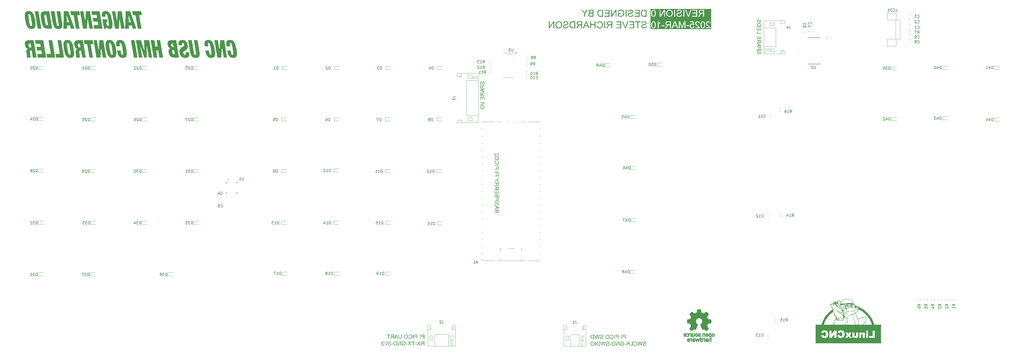
<source format=gbr>
%TF.GenerationSoftware,KiCad,Pcbnew,9.0.0*%
%TF.CreationDate,2025-03-10T19:04:21-04:00*%
%TF.ProjectId,cnc-hmi,636e632d-686d-4692-9e6b-696361645f70,rev?*%
%TF.SameCoordinates,Original*%
%TF.FileFunction,Legend,Bot*%
%TF.FilePolarity,Positive*%
%FSLAX46Y46*%
G04 Gerber Fmt 4.6, Leading zero omitted, Abs format (unit mm)*
G04 Created by KiCad (PCBNEW 9.0.0) date 2025-03-10 19:04:21*
%MOMM*%
%LPD*%
G01*
G04 APERTURE LIST*
%ADD10C,0.100000*%
%ADD11C,0.300000*%
%ADD12C,0.150000*%
%ADD13C,0.120000*%
%ADD14C,0.010000*%
%ADD15C,0.001000*%
%ADD16C,0.000000*%
%ADD17C,0.127000*%
%ADD18C,0.200000*%
G04 APERTURE END LIST*
D10*
G36*
X301224630Y-61695803D02*
G01*
X301241117Y-61508225D01*
X301165819Y-61494624D01*
X301103650Y-61473712D01*
X301052531Y-61446309D01*
X301008168Y-61409513D01*
X300968441Y-61359928D01*
X300933371Y-61295184D01*
X300908547Y-61225519D01*
X300893231Y-61149016D01*
X300887942Y-61064558D01*
X300896842Y-60954987D01*
X300921830Y-60863790D01*
X300948518Y-60808483D01*
X300979546Y-60765977D01*
X301014795Y-60734189D01*
X301076984Y-60702134D01*
X301143847Y-60691599D01*
X301210678Y-60702007D01*
X301267587Y-60732632D01*
X301313877Y-60783289D01*
X301356521Y-60867820D01*
X301381630Y-60946703D01*
X301429978Y-61135266D01*
X301483216Y-61325805D01*
X301524042Y-61425243D01*
X301566371Y-61493103D01*
X301613077Y-61545863D01*
X301664267Y-61585619D01*
X301722005Y-61614811D01*
X301784108Y-61632387D01*
X301851754Y-61638376D01*
X301925961Y-61631252D01*
X301996626Y-61609971D01*
X302064978Y-61573896D01*
X302124810Y-61525238D01*
X302174890Y-61463071D01*
X302215554Y-61385310D01*
X302243672Y-61301215D01*
X302260979Y-61209704D01*
X302266937Y-61109620D01*
X302260553Y-60999317D01*
X302242282Y-60901705D01*
X302213081Y-60815064D01*
X302170646Y-60735109D01*
X302118037Y-60670353D01*
X302054812Y-60618876D01*
X301982623Y-60580354D01*
X301904242Y-60555747D01*
X301818232Y-60545053D01*
X301803852Y-60735654D01*
X301894815Y-60755253D01*
X301965297Y-60790164D01*
X302019549Y-60839702D01*
X302057872Y-60902927D01*
X302083139Y-60988019D01*
X302092547Y-61101469D01*
X302083665Y-61220521D01*
X302060440Y-61305300D01*
X302026419Y-61364335D01*
X301977829Y-61411204D01*
X301925355Y-61437867D01*
X301866959Y-61446767D01*
X301815587Y-61440115D01*
X301771790Y-61420824D01*
X301733693Y-61388332D01*
X301705494Y-61344345D01*
X301670034Y-61252992D01*
X301626532Y-61088646D01*
X301569793Y-60866093D01*
X301530728Y-60756171D01*
X301484571Y-60673031D01*
X301433446Y-60609520D01*
X301377404Y-60562547D01*
X301313080Y-60528065D01*
X301242361Y-60507168D01*
X301163631Y-60499990D01*
X301085614Y-60507537D01*
X301010660Y-60530165D01*
X300937492Y-60568684D01*
X300872974Y-60620147D01*
X300818086Y-60685241D01*
X300772445Y-60765879D01*
X300740242Y-60853384D01*
X300720400Y-60949409D01*
X300713552Y-61055399D01*
X300720930Y-61190569D01*
X300741468Y-61303322D01*
X300773270Y-61397125D01*
X300820405Y-61483215D01*
X300880069Y-61554721D01*
X300953063Y-61613280D01*
X301036052Y-61657067D01*
X301126012Y-61684573D01*
X301224630Y-61695803D01*
G37*
G36*
X301883220Y-59087279D02*
G01*
X301951058Y-59102547D01*
X302014420Y-59127681D01*
X302073124Y-59162172D01*
X302120932Y-59202236D01*
X302159134Y-59248032D01*
X302201544Y-59329361D01*
X302229201Y-59433504D01*
X302239336Y-59521229D01*
X302243489Y-59662024D01*
X302243489Y-60228606D01*
X300737000Y-60228606D01*
X300737000Y-60029853D01*
X301353957Y-60029853D01*
X301353957Y-59644530D01*
X301354111Y-59641507D01*
X301528346Y-59641507D01*
X301528346Y-60029853D01*
X302069100Y-60029853D01*
X302069100Y-59645629D01*
X302064917Y-59520921D01*
X302055728Y-59460157D01*
X302036142Y-59411533D01*
X302006668Y-59370013D01*
X301966426Y-59334586D01*
X301919330Y-59308546D01*
X301865657Y-59292537D01*
X301803852Y-59286958D01*
X301720065Y-59296684D01*
X301653627Y-59323894D01*
X301600520Y-59367925D01*
X301571871Y-59409680D01*
X301549287Y-59466396D01*
X301534046Y-59542067D01*
X301528346Y-59641507D01*
X301354111Y-59641507D01*
X301360804Y-59509752D01*
X301379425Y-59402828D01*
X301407450Y-59318888D01*
X301443299Y-59253730D01*
X301486306Y-59203977D01*
X301555987Y-59150775D01*
X301632193Y-59113020D01*
X301716261Y-59089999D01*
X301809989Y-59082069D01*
X301883220Y-59087279D01*
G37*
G36*
X302243489Y-58358408D02*
G01*
X302243489Y-58572548D01*
X300737000Y-59149480D01*
X300737000Y-58938363D01*
X301194222Y-58773407D01*
X301194222Y-58715979D01*
X301358353Y-58715979D01*
X301798815Y-58551024D01*
X301942256Y-58504488D01*
X302085678Y-58470057D01*
X301955764Y-58429056D01*
X301774268Y-58363537D01*
X301358353Y-58206733D01*
X301358353Y-58715979D01*
X301194222Y-58715979D01*
X301194222Y-58145276D01*
X300737000Y-57970062D01*
X300737000Y-57743557D01*
X302243489Y-58358408D01*
G37*
G36*
X301150716Y-56519259D02*
G01*
X301264468Y-56601551D01*
X301352949Y-56684306D01*
X301388203Y-56731120D01*
X301428604Y-56804108D01*
X301450386Y-56695554D01*
X301481500Y-56608371D01*
X301520636Y-56538971D01*
X301567273Y-56484455D01*
X301624877Y-56439240D01*
X301687966Y-56407204D01*
X301757672Y-56387683D01*
X301835543Y-56380957D01*
X301916018Y-56388017D01*
X301990687Y-56408826D01*
X302060857Y-56443514D01*
X302122830Y-56490592D01*
X302169752Y-56545915D01*
X302203189Y-56610484D01*
X302223712Y-56681716D01*
X302238029Y-56781036D01*
X302243489Y-56915849D01*
X302243489Y-57581899D01*
X300737000Y-57581899D01*
X300737000Y-57383055D01*
X301412575Y-57383055D01*
X301412575Y-57152520D01*
X301405340Y-57041878D01*
X301389778Y-56996812D01*
X301367358Y-56955782D01*
X301581103Y-56955782D01*
X301581103Y-57383055D01*
X302074962Y-57383055D01*
X302074962Y-56907605D01*
X302065941Y-56798042D01*
X302042148Y-56719149D01*
X302006726Y-56663332D01*
X301956931Y-56620257D01*
X301899715Y-56594732D01*
X301832612Y-56585938D01*
X301763137Y-56595881D01*
X301698706Y-56625871D01*
X301661826Y-56656100D01*
X301632033Y-56694580D01*
X301609038Y-56742650D01*
X301589065Y-56827204D01*
X301581103Y-56955782D01*
X301367358Y-56955782D01*
X301364856Y-56951203D01*
X301328521Y-56907301D01*
X301263099Y-56850269D01*
X301053538Y-56706838D01*
X300737000Y-56507994D01*
X300737000Y-56258042D01*
X301150716Y-56519259D01*
G37*
G36*
X300737000Y-56065609D02*
G01*
X302243489Y-56065609D01*
X302243489Y-54979430D01*
X302069100Y-54979430D01*
X302069100Y-55866765D01*
X301604550Y-55866765D01*
X301604550Y-55035759D01*
X301430161Y-55035759D01*
X301430161Y-55866765D01*
X300911389Y-55866765D01*
X300911389Y-54944534D01*
X300737000Y-54944534D01*
X300737000Y-56065609D01*
G37*
G36*
X300737000Y-54095119D02*
G01*
X302243489Y-54095119D01*
X302243489Y-53896274D01*
X300911389Y-53896274D01*
X300911389Y-53156493D01*
X300737000Y-53156493D01*
X300737000Y-54095119D01*
G37*
G36*
X300737000Y-52916341D02*
G01*
X302243489Y-52916341D01*
X302243489Y-51830163D01*
X302069100Y-51830163D01*
X302069100Y-52717497D01*
X301604550Y-52717497D01*
X301604550Y-51886492D01*
X301430161Y-51886492D01*
X301430161Y-52717497D01*
X300911389Y-52717497D01*
X300911389Y-51795267D01*
X300737000Y-51795267D01*
X300737000Y-52916341D01*
G37*
G36*
X301631799Y-50285960D02*
G01*
X301750567Y-50305978D01*
X301856609Y-50337961D01*
X301956166Y-50384630D01*
X302041406Y-50443739D01*
X302113980Y-50515648D01*
X302160109Y-50579705D01*
X302196094Y-50652714D01*
X302221874Y-50736016D01*
X302237202Y-50838604D01*
X302243489Y-51003462D01*
X302243489Y-51520860D01*
X300737000Y-51520860D01*
X300737000Y-51001355D01*
X300911389Y-51001355D01*
X300911389Y-51322107D01*
X302069100Y-51322107D01*
X302069100Y-51006485D01*
X302064714Y-50887000D01*
X302053520Y-50804208D01*
X302038051Y-50749297D01*
X302001394Y-50681555D01*
X301945545Y-50619127D01*
X301866959Y-50561352D01*
X301802984Y-50530057D01*
X301722992Y-50505767D01*
X301623758Y-50489781D01*
X301501602Y-50483958D01*
X301387373Y-50488830D01*
X301290844Y-50502424D01*
X301209609Y-50523433D01*
X301131906Y-50554551D01*
X301068669Y-50591368D01*
X301017818Y-50633526D01*
X300973957Y-50690415D01*
X300939233Y-50768256D01*
X300919325Y-50860979D01*
X300911389Y-51001355D01*
X300737000Y-51001355D01*
X300737000Y-50978824D01*
X300743806Y-50846710D01*
X300762645Y-50737573D01*
X300795315Y-50638064D01*
X300838208Y-50558238D01*
X300895751Y-50488451D01*
X300974862Y-50421492D01*
X301069475Y-50366305D01*
X301194222Y-50319002D01*
X301283497Y-50297409D01*
X301384425Y-50283765D01*
X301498488Y-50278977D01*
X301631799Y-50285960D01*
G37*
G36*
X301224630Y-50073263D02*
G01*
X301241117Y-49885685D01*
X301165819Y-49872084D01*
X301103650Y-49851172D01*
X301052531Y-49823769D01*
X301008168Y-49786973D01*
X300968441Y-49737388D01*
X300933371Y-49672644D01*
X300908547Y-49602979D01*
X300893231Y-49526476D01*
X300887942Y-49442018D01*
X300896842Y-49332447D01*
X300921830Y-49241250D01*
X300948518Y-49185943D01*
X300979546Y-49143437D01*
X301014795Y-49111649D01*
X301076984Y-49079594D01*
X301143847Y-49069059D01*
X301210678Y-49079467D01*
X301267587Y-49110091D01*
X301313877Y-49160749D01*
X301356521Y-49245280D01*
X301381630Y-49324163D01*
X301429978Y-49512726D01*
X301483216Y-49703265D01*
X301524042Y-49802703D01*
X301566371Y-49870563D01*
X301613077Y-49923323D01*
X301664267Y-49963079D01*
X301722005Y-49992271D01*
X301784108Y-50009847D01*
X301851754Y-50015836D01*
X301925961Y-50008712D01*
X301996626Y-49987431D01*
X302064978Y-49951355D01*
X302124810Y-49902697D01*
X302174890Y-49840530D01*
X302215554Y-49762769D01*
X302243672Y-49678675D01*
X302260979Y-49587164D01*
X302266937Y-49487080D01*
X302260553Y-49376777D01*
X302242282Y-49279165D01*
X302213081Y-49192523D01*
X302170646Y-49112568D01*
X302118037Y-49047813D01*
X302054812Y-48996335D01*
X301982623Y-48957814D01*
X301904242Y-48933207D01*
X301818232Y-48922513D01*
X301803852Y-49113114D01*
X301894815Y-49132712D01*
X301965297Y-49167624D01*
X302019549Y-49217161D01*
X302057872Y-49280387D01*
X302083139Y-49365479D01*
X302092547Y-49478929D01*
X302083665Y-49597981D01*
X302060440Y-49682760D01*
X302026419Y-49741795D01*
X301977829Y-49788663D01*
X301925355Y-49815327D01*
X301866959Y-49824227D01*
X301815587Y-49817575D01*
X301771790Y-49798284D01*
X301733693Y-49765792D01*
X301705494Y-49721805D01*
X301670034Y-49630452D01*
X301626532Y-49466106D01*
X301569793Y-49243553D01*
X301530728Y-49133630D01*
X301484571Y-49050491D01*
X301433446Y-48986980D01*
X301377404Y-48940007D01*
X301313080Y-48905525D01*
X301242361Y-48884628D01*
X301163631Y-48877450D01*
X301085614Y-48884996D01*
X301010660Y-48907625D01*
X300937492Y-48946143D01*
X300872974Y-48997607D01*
X300818086Y-49062701D01*
X300772445Y-49143339D01*
X300740242Y-49230844D01*
X300720400Y-49326869D01*
X300713552Y-49432858D01*
X300720930Y-49568029D01*
X300741468Y-49680782D01*
X300773270Y-49774585D01*
X300820405Y-49860675D01*
X300880069Y-49932181D01*
X300953063Y-49990740D01*
X301036052Y-50034527D01*
X301126012Y-50062032D01*
X301224630Y-50073263D01*
G37*
G36*
X262724805Y-49857391D02*
G01*
X262814551Y-49890902D01*
X262894189Y-49946706D01*
X262965441Y-50027768D01*
X263026543Y-50143797D01*
X263077389Y-50313842D01*
X263113066Y-50554626D01*
X263126739Y-50885594D01*
X263113870Y-51219632D01*
X263080763Y-51455114D01*
X263034492Y-51614844D01*
X262980175Y-51718295D01*
X262898692Y-51812547D01*
X262812424Y-51875848D01*
X262719892Y-51912868D01*
X262618341Y-51925345D01*
X262516925Y-51912829D01*
X262424466Y-51875678D01*
X262338203Y-51812104D01*
X262256661Y-51717364D01*
X262202218Y-51613472D01*
X262155900Y-51453587D01*
X262122799Y-51218466D01*
X262109942Y-50885594D01*
X262122849Y-50550502D01*
X262156025Y-50314713D01*
X262202346Y-50155149D01*
X262256661Y-50052118D01*
X262338068Y-49958505D01*
X262424849Y-49895405D01*
X262518525Y-49858364D01*
X262621908Y-49845842D01*
X262724805Y-49857391D01*
G37*
G36*
X280889438Y-49857391D02*
G01*
X280979185Y-49890902D01*
X281058822Y-49946706D01*
X281130075Y-50027768D01*
X281191177Y-50143797D01*
X281242023Y-50313842D01*
X281277700Y-50554626D01*
X281291373Y-50885594D01*
X281278503Y-51219632D01*
X281245397Y-51455114D01*
X281199125Y-51614844D01*
X281144809Y-51718295D01*
X281063325Y-51812547D01*
X280977058Y-51875848D01*
X280884525Y-51912868D01*
X280782974Y-51925345D01*
X280681559Y-51912829D01*
X280589099Y-51875678D01*
X280502837Y-51812104D01*
X280421295Y-51717364D01*
X280366851Y-51613472D01*
X280320533Y-51453587D01*
X280287432Y-51218466D01*
X280274575Y-50885594D01*
X280287483Y-50550502D01*
X280320658Y-50314713D01*
X280366979Y-50155149D01*
X280421295Y-50052118D01*
X280502702Y-49958505D01*
X280589482Y-49895405D01*
X280683159Y-49858364D01*
X280786541Y-49845842D01*
X280889438Y-49857391D01*
G37*
G36*
X268704082Y-50716851D02*
G01*
X267980568Y-50716851D01*
X267762843Y-50703369D01*
X267619664Y-50669548D01*
X267538264Y-50630610D01*
X267473106Y-50580160D01*
X267421918Y-50517710D01*
X267371135Y-50408606D01*
X267354297Y-50290963D01*
X267369189Y-50177334D01*
X267412411Y-50080449D01*
X267485352Y-49996128D01*
X267579869Y-49936149D01*
X267713461Y-49895858D01*
X267898988Y-49880583D01*
X268704082Y-49880583D01*
X268704082Y-50716851D01*
G37*
G36*
X270603043Y-50105298D02*
G01*
X270681844Y-50348192D01*
X270961168Y-51094040D01*
X270098844Y-51094040D01*
X270364366Y-50389758D01*
X270475310Y-50082424D01*
X270544740Y-49862437D01*
X270603043Y-50105298D01*
G37*
G36*
X262724805Y-45590191D02*
G01*
X262814551Y-45623702D01*
X262894189Y-45679506D01*
X262965441Y-45760568D01*
X263026543Y-45876597D01*
X263077389Y-46046642D01*
X263113066Y-46287426D01*
X263126739Y-46618394D01*
X263113870Y-46952432D01*
X263080763Y-47187914D01*
X263034492Y-47347644D01*
X262980175Y-47451095D01*
X262898692Y-47545347D01*
X262812424Y-47608648D01*
X262719891Y-47645668D01*
X262618341Y-47658145D01*
X262516925Y-47645629D01*
X262424465Y-47608478D01*
X262338203Y-47544904D01*
X262256661Y-47450164D01*
X262202218Y-47346272D01*
X262155900Y-47186387D01*
X262122798Y-46951266D01*
X262109942Y-46618394D01*
X262122849Y-46283302D01*
X262156025Y-46047513D01*
X262202346Y-45887949D01*
X262256661Y-45784918D01*
X262338068Y-45691305D01*
X262424849Y-45628205D01*
X262518525Y-45591164D01*
X262621908Y-45578642D01*
X262724805Y-45590191D01*
G37*
G36*
X268695728Y-45589359D02*
G01*
X268854239Y-45635254D01*
X269000476Y-45711339D01*
X269136795Y-45819814D01*
X269222173Y-45920533D01*
X269292291Y-46047389D01*
X269346245Y-46205471D01*
X269381569Y-46401145D01*
X269394406Y-46641813D01*
X269377192Y-46871459D01*
X269328685Y-47065142D01*
X269251849Y-47229084D01*
X269147186Y-47368119D01*
X269014927Y-47484662D01*
X268869536Y-47566543D01*
X268708195Y-47616219D01*
X268526809Y-47633330D01*
X268341845Y-47615930D01*
X268178623Y-47565585D01*
X268032778Y-47482883D01*
X267901315Y-47365483D01*
X267798571Y-47225578D01*
X267722154Y-47056431D01*
X267673308Y-46852128D01*
X267655800Y-46605211D01*
X267668306Y-46399780D01*
X267703967Y-46219845D01*
X267760799Y-46061761D01*
X267842845Y-45916683D01*
X267944803Y-45797627D01*
X268067886Y-45701632D01*
X268207318Y-45630863D01*
X268357619Y-45588220D01*
X268521691Y-45573679D01*
X268695728Y-45589359D01*
G37*
G36*
X280947839Y-46449651D02*
G01*
X280224325Y-46449651D01*
X280006600Y-46436169D01*
X279863421Y-46402348D01*
X279782021Y-46363410D01*
X279716863Y-46312960D01*
X279665675Y-46250510D01*
X279614892Y-46141406D01*
X279598054Y-46023763D01*
X279612946Y-45910134D01*
X279656168Y-45813249D01*
X279729109Y-45728928D01*
X279823626Y-45668949D01*
X279957218Y-45628658D01*
X280142745Y-45613383D01*
X280947839Y-45613383D01*
X280947839Y-46449651D01*
G37*
G36*
X283909779Y-52468126D02*
G01*
X261506830Y-52468126D01*
X261506830Y-50886524D01*
X261789052Y-50886524D01*
X261800921Y-51186174D01*
X261833076Y-51423899D01*
X261881023Y-51610039D01*
X261955506Y-51785463D01*
X262047312Y-51925534D01*
X262156005Y-52035617D01*
X262285329Y-52117521D01*
X262437483Y-52168103D01*
X262618341Y-52185904D01*
X262797322Y-52168392D01*
X262865056Y-52146200D01*
X264246675Y-52146200D01*
X264559034Y-52146200D01*
X266799060Y-52146200D01*
X267222312Y-52146200D01*
X267559022Y-51610194D01*
X267801899Y-51255338D01*
X267898472Y-51144556D01*
X267972813Y-51083029D01*
X268050045Y-51040827D01*
X268126356Y-51014477D01*
X268313710Y-51002225D01*
X268704082Y-51002225D01*
X268704082Y-52146200D01*
X269040792Y-52146200D01*
X269314533Y-52146200D01*
X269698081Y-52146200D01*
X269994776Y-51371969D01*
X271058412Y-51371969D01*
X271337737Y-52146200D01*
X271695229Y-52146200D01*
X271959199Y-52146200D01*
X272283657Y-52146200D01*
X272283657Y-50009932D01*
X273022836Y-52146200D01*
X273326510Y-52146200D01*
X274062122Y-49973485D01*
X274062122Y-52146200D01*
X274386579Y-52146200D01*
X274386579Y-51381895D01*
X274761752Y-51381895D01*
X275721320Y-51381895D01*
X275721320Y-51276431D01*
X275975364Y-51276431D01*
X275988467Y-51447240D01*
X276026603Y-51602346D01*
X276089088Y-51744462D01*
X276176676Y-51875715D01*
X276281900Y-51987593D01*
X276399227Y-52073216D01*
X276530276Y-52134751D01*
X276677630Y-52172710D01*
X276844667Y-52185904D01*
X277016472Y-52172672D01*
X277165776Y-52134873D01*
X277296382Y-52074092D01*
X277411226Y-51990175D01*
X277508304Y-51885507D01*
X277529625Y-51850900D01*
X277995776Y-51850900D01*
X277995776Y-52146200D01*
X279676997Y-52146200D01*
X279669644Y-52035620D01*
X279640550Y-51929688D01*
X279559333Y-51763322D01*
X279435050Y-51592048D01*
X279274092Y-51424081D01*
X279026377Y-51207569D01*
X278751920Y-50970138D01*
X278667038Y-50886524D01*
X279953686Y-50886524D01*
X279965555Y-51186174D01*
X279997710Y-51423899D01*
X280045656Y-51610039D01*
X280120139Y-51785463D01*
X280211946Y-51925534D01*
X280320638Y-52035617D01*
X280449963Y-52117521D01*
X280602117Y-52168103D01*
X280782974Y-52185904D01*
X280961956Y-52168392D01*
X281114690Y-52118351D01*
X281246499Y-52036927D01*
X281360855Y-51921778D01*
X281406842Y-51850900D01*
X281946336Y-51850900D01*
X281946336Y-52146200D01*
X283627557Y-52146200D01*
X283620203Y-52035620D01*
X283591110Y-51929688D01*
X283509893Y-51763322D01*
X283385610Y-51592048D01*
X283224651Y-51424081D01*
X282976937Y-51207569D01*
X282702479Y-50970138D01*
X282523673Y-50794003D01*
X282416582Y-50666291D01*
X282331702Y-50527740D01*
X282285315Y-50403105D01*
X282270793Y-50288636D01*
X282285776Y-50169964D01*
X282329548Y-50066406D01*
X282403554Y-49974105D01*
X282498866Y-49903964D01*
X282612481Y-49860979D01*
X282749569Y-49845842D01*
X282894356Y-49862026D01*
X283012747Y-49907768D01*
X283110628Y-49982170D01*
X283183884Y-50080762D01*
X283230174Y-50204193D01*
X283247576Y-50359514D01*
X283568621Y-50326324D01*
X283538522Y-50147415D01*
X283486194Y-49999101D01*
X283413514Y-49876233D01*
X283320471Y-49774964D01*
X283208336Y-49694623D01*
X283077223Y-49635629D01*
X282923543Y-49598445D01*
X282742745Y-49585284D01*
X282560868Y-49599374D01*
X282406682Y-49639205D01*
X282275347Y-49702584D01*
X282163158Y-49789388D01*
X282069304Y-49898165D01*
X282003400Y-50017054D01*
X281963474Y-50148271D01*
X281949748Y-50294995D01*
X281965193Y-50446226D01*
X282012251Y-50596653D01*
X282091199Y-50742557D01*
X282219612Y-50908858D01*
X282391997Y-51084029D01*
X282701024Y-51358631D01*
X282955728Y-51579290D01*
X283062084Y-51680762D01*
X283136109Y-51767174D01*
X283193759Y-51850900D01*
X281946336Y-51850900D01*
X281406842Y-51850900D01*
X281442294Y-51796260D01*
X281510741Y-51637244D01*
X281564227Y-51438006D01*
X281599542Y-51190701D01*
X281612418Y-50886524D01*
X281600417Y-50584333D01*
X281567963Y-50345550D01*
X281519672Y-50159443D01*
X281444605Y-49984034D01*
X281352486Y-49844297D01*
X281243759Y-49734795D01*
X281114423Y-49653263D01*
X280962740Y-49602964D01*
X280782974Y-49585284D01*
X280648546Y-49594979D01*
X280529693Y-49622835D01*
X280423931Y-49667794D01*
X280327559Y-49730424D01*
X280242799Y-49809264D01*
X280168801Y-49905864D01*
X280081228Y-50072944D01*
X280010915Y-50284604D01*
X279969915Y-50527258D01*
X279953728Y-50885594D01*
X279953686Y-50886524D01*
X278667038Y-50886524D01*
X278573113Y-50794003D01*
X278466022Y-50666291D01*
X278381142Y-50527740D01*
X278334756Y-50403105D01*
X278320233Y-50288636D01*
X278335216Y-50169964D01*
X278378989Y-50066406D01*
X278452994Y-49974105D01*
X278548306Y-49903964D01*
X278661921Y-49860979D01*
X278799009Y-49845842D01*
X278943796Y-49862026D01*
X279062187Y-49907768D01*
X279160068Y-49982170D01*
X279233324Y-50080762D01*
X279279615Y-50204193D01*
X279297017Y-50359514D01*
X279618062Y-50326324D01*
X279587962Y-50147415D01*
X279535635Y-49999101D01*
X279462955Y-49876233D01*
X279369911Y-49774964D01*
X279257776Y-49694623D01*
X279126663Y-49635629D01*
X278972984Y-49598445D01*
X278792185Y-49585284D01*
X278610308Y-49599374D01*
X278456122Y-49639205D01*
X278324787Y-49702584D01*
X278212598Y-49789388D01*
X278118745Y-49898165D01*
X278052841Y-50017054D01*
X278012915Y-50148271D01*
X277999188Y-50294995D01*
X278014633Y-50446226D01*
X278061691Y-50596653D01*
X278140639Y-50742557D01*
X278269052Y-50908858D01*
X278441437Y-51084029D01*
X278750465Y-51358631D01*
X279005168Y-51579290D01*
X279111524Y-51680762D01*
X279185549Y-51767174D01*
X279243199Y-51850900D01*
X277995776Y-51850900D01*
X277529625Y-51850900D01*
X277582011Y-51765871D01*
X277633411Y-51628899D01*
X277661858Y-51471230D01*
X277333989Y-51443468D01*
X277296366Y-51597816D01*
X277239361Y-51715723D01*
X277164781Y-51804527D01*
X277070433Y-51871529D01*
X276964892Y-51911588D01*
X276844667Y-51925345D01*
X276735545Y-51914550D01*
X276637016Y-51882963D01*
X276546696Y-51830374D01*
X276462980Y-51754742D01*
X276396385Y-51665396D01*
X276347871Y-51562077D01*
X276317499Y-51442145D01*
X276306800Y-51302177D01*
X276317176Y-51169082D01*
X276346483Y-51056490D01*
X276393095Y-50960791D01*
X276456932Y-50879235D01*
X276565490Y-50794160D01*
X276694442Y-50742438D01*
X276849785Y-50724296D01*
X276994713Y-50742071D01*
X277122286Y-50794088D01*
X277231471Y-50874852D01*
X277313052Y-50974928D01*
X277606335Y-50936775D01*
X277359890Y-49624988D01*
X276095097Y-49624988D01*
X276095097Y-49920287D01*
X277110033Y-49920287D01*
X277247136Y-50612318D01*
X277088402Y-50519890D01*
X276929231Y-50466463D01*
X276766500Y-50448848D01*
X276604269Y-50463744D01*
X276458595Y-50507114D01*
X276326112Y-50578709D01*
X276204438Y-50680559D01*
X276105238Y-50803126D01*
X276034291Y-50941106D01*
X275990583Y-51097506D01*
X275975364Y-51276431D01*
X275721320Y-51276431D01*
X275721320Y-51064262D01*
X274761752Y-51064262D01*
X274761752Y-51381895D01*
X274386579Y-51381895D01*
X274386579Y-49595210D01*
X273880041Y-49595210D01*
X273277966Y-51402213D01*
X273156527Y-51780022D01*
X273021130Y-51370884D01*
X272412075Y-49595210D01*
X271959199Y-49595210D01*
X271959199Y-52146200D01*
X271695229Y-52146200D01*
X270718291Y-49595210D01*
X270355680Y-49595210D01*
X269743956Y-51094040D01*
X269314533Y-52146200D01*
X269040792Y-52146200D01*
X269040792Y-49595210D01*
X267912947Y-49595210D01*
X267684664Y-49604456D01*
X267516481Y-49628700D01*
X267395863Y-49663451D01*
X267286526Y-49720072D01*
X267192845Y-49799527D01*
X267113126Y-49904468D01*
X267054388Y-50023289D01*
X267019152Y-50149728D01*
X267007197Y-50286000D01*
X267007626Y-50290963D01*
X267018586Y-50417860D01*
X267051642Y-50535897D01*
X267105890Y-50642727D01*
X267182453Y-50740271D01*
X267274767Y-50819241D01*
X267392284Y-50885512D01*
X267539914Y-50938198D01*
X267723732Y-50975083D01*
X267600139Y-51043496D01*
X267520869Y-51103191D01*
X267380737Y-51253020D01*
X267241389Y-51445639D01*
X266799060Y-52146200D01*
X264559034Y-52146200D01*
X264559034Y-51381895D01*
X265681917Y-51381895D01*
X266641484Y-51381895D01*
X266641484Y-51064262D01*
X265681917Y-51064262D01*
X265681917Y-51381895D01*
X264559034Y-51381895D01*
X264559034Y-50150757D01*
X264683329Y-50254172D01*
X264854799Y-50366493D01*
X265035253Y-50464134D01*
X265183599Y-50528257D01*
X265183599Y-50230476D01*
X265013717Y-50140101D01*
X264861514Y-50039578D01*
X264725606Y-49928973D01*
X264600919Y-49804713D01*
X264510235Y-49690638D01*
X264447987Y-49585284D01*
X264246675Y-49585284D01*
X264246675Y-52146200D01*
X262865056Y-52146200D01*
X262950056Y-52118351D01*
X263081866Y-52036927D01*
X263196222Y-51921778D01*
X263277660Y-51796260D01*
X263346107Y-51637244D01*
X263399593Y-51438006D01*
X263434909Y-51190701D01*
X263447784Y-50886524D01*
X263435784Y-50584333D01*
X263403329Y-50345550D01*
X263355038Y-50159443D01*
X263279972Y-49984034D01*
X263187852Y-49844297D01*
X263079126Y-49734795D01*
X262949790Y-49653263D01*
X262798106Y-49602964D01*
X262618341Y-49585284D01*
X262483912Y-49594979D01*
X262365059Y-49622835D01*
X262259298Y-49667794D01*
X262162926Y-49730424D01*
X262078166Y-49809264D01*
X262004168Y-49905864D01*
X261916594Y-50072944D01*
X261846282Y-50284604D01*
X261805282Y-50527258D01*
X261789094Y-50885594D01*
X261789052Y-50886524D01*
X261506830Y-50886524D01*
X261506830Y-46619324D01*
X261789052Y-46619324D01*
X261800921Y-46918974D01*
X261833076Y-47156699D01*
X261881023Y-47342839D01*
X261955505Y-47518263D01*
X262047312Y-47658334D01*
X262156005Y-47768417D01*
X262285329Y-47850321D01*
X262437483Y-47900903D01*
X262618341Y-47918704D01*
X262797322Y-47901192D01*
X262865056Y-47879000D01*
X264874031Y-47879000D01*
X265219270Y-47879000D01*
X266555407Y-45874407D01*
X266555407Y-47879000D01*
X266878158Y-47879000D01*
X266878158Y-46607847D01*
X267308855Y-46607847D01*
X267326975Y-46861805D01*
X267379506Y-47091125D01*
X267465035Y-47299723D01*
X267552554Y-47444935D01*
X267654961Y-47569153D01*
X267772802Y-47674356D01*
X267907363Y-47761748D01*
X268103209Y-47848933D01*
X268308167Y-47901099D01*
X268525103Y-47918704D01*
X268703224Y-47907443D01*
X268845810Y-47879000D01*
X270232846Y-47879000D01*
X270569400Y-47879000D01*
X270569400Y-47156571D01*
X271086174Y-47156571D01*
X271098952Y-47288679D01*
X271137271Y-47415601D01*
X271202495Y-47539498D01*
X271289639Y-47648750D01*
X271399866Y-47741692D01*
X271536413Y-47818978D01*
X271684587Y-47873509D01*
X271847190Y-47907108D01*
X272026665Y-47918704D01*
X272255554Y-47906210D01*
X272404939Y-47879000D01*
X273590325Y-47879000D01*
X273926880Y-47879000D01*
X273926880Y-45328010D01*
X274285768Y-45328010D01*
X275281628Y-47879000D01*
X275627022Y-47879000D01*
X275741099Y-47583700D01*
X276818611Y-47583700D01*
X276818611Y-47879000D01*
X278716964Y-47879000D01*
X279042817Y-47879000D01*
X279466069Y-47879000D01*
X279802779Y-47342994D01*
X280045656Y-46988138D01*
X280142229Y-46877356D01*
X280216570Y-46815829D01*
X280293802Y-46773627D01*
X280370113Y-46747277D01*
X280557467Y-46735025D01*
X280947839Y-46735025D01*
X280947839Y-47879000D01*
X281284549Y-47879000D01*
X281284549Y-45328010D01*
X280156704Y-45328010D01*
X279928421Y-45337256D01*
X279760238Y-45361500D01*
X279639620Y-45396251D01*
X279530283Y-45452872D01*
X279436602Y-45532327D01*
X279356883Y-45637268D01*
X279298145Y-45756089D01*
X279262909Y-45882528D01*
X279250954Y-46018800D01*
X279251383Y-46023763D01*
X279262343Y-46150660D01*
X279295399Y-46268697D01*
X279349647Y-46375527D01*
X279426210Y-46473071D01*
X279518524Y-46552041D01*
X279636041Y-46618312D01*
X279783671Y-46670998D01*
X279967489Y-46707883D01*
X279843896Y-46776296D01*
X279764626Y-46835991D01*
X279624494Y-46985820D01*
X279485146Y-47178439D01*
X279042817Y-47879000D01*
X278716964Y-47879000D01*
X278716964Y-45328010D01*
X276877702Y-45328010D01*
X276877702Y-45623309D01*
X278380255Y-45623309D01*
X278380255Y-46409947D01*
X276973085Y-46409947D01*
X276973085Y-46705247D01*
X278380255Y-46705247D01*
X278380255Y-47583700D01*
X276818611Y-47583700D01*
X275741099Y-47583700D01*
X276612491Y-45328010D01*
X276248175Y-45328010D01*
X275587008Y-47181851D01*
X275453472Y-47599675D01*
X275316369Y-47181851D01*
X274629301Y-45328010D01*
X274285768Y-45328010D01*
X273926880Y-45328010D01*
X273590325Y-45328010D01*
X273590325Y-47879000D01*
X272404939Y-47879000D01*
X272446482Y-47871433D01*
X272605322Y-47817582D01*
X272751101Y-47737767D01*
X272872185Y-47636735D01*
X272971344Y-47513132D01*
X273045490Y-47372605D01*
X273092067Y-47220272D01*
X273111084Y-47053278D01*
X272793451Y-47025361D01*
X272770421Y-47152866D01*
X272735010Y-47258137D01*
X272688607Y-47344700D01*
X272626300Y-47419821D01*
X272542335Y-47487091D01*
X272432702Y-47546478D01*
X272314735Y-47588513D01*
X272185192Y-47614448D01*
X272042175Y-47623404D01*
X271856635Y-47608333D01*
X271702208Y-47566019D01*
X271608556Y-47520829D01*
X271536578Y-47468288D01*
X271482750Y-47408599D01*
X271428471Y-47303293D01*
X271410631Y-47190071D01*
X271428256Y-47076903D01*
X271480113Y-46980539D01*
X271565893Y-46902153D01*
X271709032Y-46829942D01*
X271842607Y-46787424D01*
X272161908Y-46705557D01*
X272484554Y-46615406D01*
X272652936Y-46546275D01*
X272767845Y-46474597D01*
X272857185Y-46395508D01*
X272924506Y-46308826D01*
X272973938Y-46211056D01*
X273003700Y-46105896D01*
X273013840Y-45991348D01*
X273001777Y-45865691D01*
X272965742Y-45746032D01*
X272904654Y-45630289D01*
X272822259Y-45528974D01*
X272716990Y-45444172D01*
X272585315Y-45375314D01*
X272442915Y-45327701D01*
X272287956Y-45298394D01*
X272118481Y-45288306D01*
X271931701Y-45299116D01*
X271766410Y-45330054D01*
X271619698Y-45379501D01*
X271484308Y-45451358D01*
X271374655Y-45540442D01*
X271287486Y-45647504D01*
X271222256Y-45769744D01*
X271180588Y-45902469D01*
X271162480Y-46048112D01*
X271485231Y-46072462D01*
X271518418Y-45918431D01*
X271577535Y-45799083D01*
X271661419Y-45707215D01*
X271768481Y-45642322D01*
X271912569Y-45599536D01*
X272104678Y-45583605D01*
X272306273Y-45598646D01*
X272449832Y-45637974D01*
X272549798Y-45695583D01*
X272629162Y-45777862D01*
X272674313Y-45866717D01*
X272689383Y-45965602D01*
X272678119Y-46052592D01*
X272645453Y-46126755D01*
X272590433Y-46191264D01*
X272515947Y-46239016D01*
X272361257Y-46299061D01*
X272082965Y-46372725D01*
X271706108Y-46468803D01*
X271519973Y-46534953D01*
X271379189Y-46613112D01*
X271271645Y-46699684D01*
X271192103Y-46794581D01*
X271133715Y-46903503D01*
X271098328Y-47023253D01*
X271086174Y-47156571D01*
X270569400Y-47156571D01*
X270569400Y-45328010D01*
X270232846Y-45328010D01*
X270232846Y-47879000D01*
X268845810Y-47879000D01*
X268868384Y-47874497D01*
X269022499Y-47820512D01*
X269167193Y-47745308D01*
X269300488Y-47650300D01*
X269415547Y-47540435D01*
X269513729Y-47414825D01*
X269595719Y-47271961D01*
X269676705Y-47067879D01*
X269725092Y-46857110D01*
X269741352Y-46637315D01*
X269725980Y-46380566D01*
X269682311Y-46157536D01*
X269613038Y-45963404D01*
X269519453Y-45794089D01*
X269401386Y-45646418D01*
X269258077Y-45517989D01*
X269100983Y-45418942D01*
X268928142Y-45347524D01*
X268736769Y-45303527D01*
X268523397Y-45288306D01*
X268348783Y-45299184D01*
X268185874Y-45331087D01*
X268032924Y-45383479D01*
X267888442Y-45456583D01*
X267755218Y-45549096D01*
X267639717Y-45657339D01*
X267540614Y-45782290D01*
X267457280Y-45925588D01*
X267376104Y-46130828D01*
X267326121Y-46356986D01*
X267309036Y-46605211D01*
X267308855Y-46607847D01*
X266878158Y-46607847D01*
X266878158Y-45328010D01*
X266532763Y-45328010D01*
X265196782Y-47330897D01*
X265196782Y-45328010D01*
X264874031Y-45328010D01*
X264874031Y-47879000D01*
X262865056Y-47879000D01*
X262950056Y-47851151D01*
X263081866Y-47769727D01*
X263196222Y-47654578D01*
X263277660Y-47529060D01*
X263346107Y-47370044D01*
X263399593Y-47170806D01*
X263434909Y-46923501D01*
X263447784Y-46619324D01*
X263435784Y-46317133D01*
X263403329Y-46078350D01*
X263355038Y-45892243D01*
X263279972Y-45716834D01*
X263187852Y-45577097D01*
X263079125Y-45467595D01*
X262949789Y-45386063D01*
X262798106Y-45335764D01*
X262618341Y-45318084D01*
X262483912Y-45327779D01*
X262365059Y-45355635D01*
X262259297Y-45400594D01*
X262162926Y-45463224D01*
X262078166Y-45542064D01*
X262004167Y-45638664D01*
X261916594Y-45805744D01*
X261846282Y-46017404D01*
X261805282Y-46260058D01*
X261789094Y-46618394D01*
X261789052Y-46619324D01*
X261506830Y-46619324D01*
X261506830Y-45006084D01*
X283909779Y-45006084D01*
X283909779Y-52468126D01*
G37*
G36*
X260075793Y-47879000D02*
G01*
X259157945Y-47879000D01*
X258934232Y-47867473D01*
X258749427Y-47835573D01*
X258580924Y-47780252D01*
X258445753Y-47707620D01*
X258327581Y-47610180D01*
X258214197Y-47476220D01*
X258120746Y-47316008D01*
X258040647Y-47104769D01*
X258004083Y-46953597D01*
X257980978Y-46782692D01*
X257972871Y-46589546D01*
X257973147Y-46584273D01*
X258319971Y-46584273D01*
X258328222Y-46777700D01*
X258351242Y-46941157D01*
X258386817Y-47078713D01*
X258439510Y-47210291D01*
X258501853Y-47317372D01*
X258573240Y-47403481D01*
X258669573Y-47477752D01*
X258801384Y-47536551D01*
X258958395Y-47570262D01*
X259196099Y-47583700D01*
X259739239Y-47583700D01*
X259739239Y-45623309D01*
X259204784Y-45623309D01*
X259002456Y-45630737D01*
X258862263Y-45649691D01*
X258769279Y-45675886D01*
X258654570Y-45737958D01*
X258548858Y-45832529D01*
X258451026Y-45965602D01*
X258398033Y-46073933D01*
X258356903Y-46209385D01*
X258329833Y-46377422D01*
X258319971Y-46584273D01*
X257973147Y-46584273D01*
X257984696Y-46363805D01*
X258018593Y-46162692D01*
X258072751Y-45983128D01*
X258151776Y-45814545D01*
X258251868Y-45670204D01*
X258373634Y-45547313D01*
X258482104Y-45469201D01*
X258605733Y-45408265D01*
X258746791Y-45364612D01*
X258920507Y-45338657D01*
X259199666Y-45328010D01*
X260075793Y-45328010D01*
X260075793Y-47879000D01*
G37*
G36*
X257503090Y-47879000D02*
G01*
X257503090Y-45328010D01*
X255663828Y-45328010D01*
X255663828Y-45623309D01*
X257166381Y-45623309D01*
X257166381Y-46409947D01*
X255759211Y-46409947D01*
X255759211Y-46705247D01*
X257166381Y-46705247D01*
X257166381Y-47583700D01*
X255604737Y-47583700D01*
X255604737Y-47879000D01*
X257503090Y-47879000D01*
G37*
G36*
X255254689Y-47053278D02*
G01*
X254937057Y-47025361D01*
X254914026Y-47152866D01*
X254878615Y-47258137D01*
X254832213Y-47344700D01*
X254769905Y-47419821D01*
X254685940Y-47487091D01*
X254576307Y-47546478D01*
X254458341Y-47588513D01*
X254328797Y-47614448D01*
X254185780Y-47623404D01*
X254000241Y-47608333D01*
X253845814Y-47566019D01*
X253752161Y-47520829D01*
X253680184Y-47468288D01*
X253626355Y-47408599D01*
X253572076Y-47303293D01*
X253554237Y-47190071D01*
X253571861Y-47076903D01*
X253623719Y-46980539D01*
X253709499Y-46902153D01*
X253852638Y-46829942D01*
X253986212Y-46787424D01*
X254305513Y-46705557D01*
X254628160Y-46615406D01*
X254796541Y-46546275D01*
X254911450Y-46474597D01*
X255000790Y-46395508D01*
X255068111Y-46308826D01*
X255117543Y-46211056D01*
X255147305Y-46105896D01*
X255157445Y-45991348D01*
X255145382Y-45865691D01*
X255109348Y-45746032D01*
X255048259Y-45630289D01*
X254965865Y-45528974D01*
X254860595Y-45444172D01*
X254728920Y-45375314D01*
X254586521Y-45327701D01*
X254431561Y-45298394D01*
X254262087Y-45288306D01*
X254075307Y-45299116D01*
X253910016Y-45330054D01*
X253763304Y-45379501D01*
X253627913Y-45451358D01*
X253518261Y-45540442D01*
X253431092Y-45647504D01*
X253365862Y-45769744D01*
X253324194Y-45902469D01*
X253306086Y-46048112D01*
X253628837Y-46072462D01*
X253662024Y-45918431D01*
X253721141Y-45799083D01*
X253805024Y-45707215D01*
X253912086Y-45642322D01*
X254056175Y-45599536D01*
X254248283Y-45583605D01*
X254449879Y-45598646D01*
X254593438Y-45637974D01*
X254693404Y-45695583D01*
X254772767Y-45777862D01*
X254817918Y-45866717D01*
X254832988Y-45965602D01*
X254821724Y-46052592D01*
X254789059Y-46126755D01*
X254734038Y-46191264D01*
X254659553Y-46239016D01*
X254504863Y-46299061D01*
X254226570Y-46372725D01*
X253849714Y-46468803D01*
X253663578Y-46534953D01*
X253522795Y-46613112D01*
X253415250Y-46699684D01*
X253335709Y-46794581D01*
X253277320Y-46903503D01*
X253241934Y-47023253D01*
X253229780Y-47156571D01*
X253242558Y-47288679D01*
X253280876Y-47415601D01*
X253346100Y-47539498D01*
X253433245Y-47648750D01*
X253543471Y-47741692D01*
X253680018Y-47818978D01*
X253828193Y-47873509D01*
X253990795Y-47907108D01*
X254170271Y-47918704D01*
X254399160Y-47906210D01*
X254590087Y-47871433D01*
X254748927Y-47817582D01*
X254894706Y-47737767D01*
X255015790Y-47636735D01*
X255114950Y-47513132D01*
X255189096Y-47372605D01*
X255235672Y-47220272D01*
X255254689Y-47053278D01*
G37*
G36*
X252713006Y-47879000D02*
G01*
X252713006Y-45328010D01*
X252376451Y-45328010D01*
X252376451Y-47879000D01*
X252713006Y-47879000D01*
G37*
G36*
X250592403Y-46873989D02*
G01*
X250592403Y-46578690D01*
X249514808Y-46576984D01*
X249514808Y-47521662D01*
X249685400Y-47644736D01*
X249855815Y-47743242D01*
X250026774Y-47818978D01*
X250204746Y-47874541D01*
X250384760Y-47907652D01*
X250568053Y-47918704D01*
X250813941Y-47900317D01*
X251039838Y-47846566D01*
X251249226Y-47758181D01*
X251394020Y-47668186D01*
X251518253Y-47561543D01*
X251623770Y-47437417D01*
X251711562Y-47294139D01*
X251797406Y-47086671D01*
X251849781Y-46861663D01*
X251867742Y-46615602D01*
X251850213Y-46371664D01*
X251798436Y-46141531D01*
X251712493Y-45922486D01*
X251624326Y-45769032D01*
X251520900Y-45639746D01*
X251401785Y-45532092D01*
X251265666Y-45444486D01*
X251065895Y-45359167D01*
X250843493Y-45306545D01*
X250594109Y-45288306D01*
X250411858Y-45298669D01*
X250246316Y-45328666D01*
X250095326Y-45377175D01*
X249953495Y-45446478D01*
X249838149Y-45529057D01*
X249745743Y-45624860D01*
X249671066Y-45735929D01*
X249606430Y-45872473D01*
X249552961Y-46038807D01*
X249856636Y-46122092D01*
X249924323Y-45941770D01*
X249999012Y-45817642D01*
X250061454Y-45750778D01*
X250141447Y-45691650D01*
X250241890Y-45640370D01*
X250405940Y-45590835D01*
X250592403Y-45573679D01*
X250745112Y-45582166D01*
X250877167Y-45606188D01*
X250991460Y-45644092D01*
X251146312Y-45727527D01*
X251263030Y-45829274D01*
X251355076Y-45950094D01*
X251423552Y-46081147D01*
X251477006Y-46241374D01*
X251509551Y-46411708D01*
X251520641Y-46593889D01*
X251506297Y-46818788D01*
X251466196Y-47006874D01*
X251403545Y-47164170D01*
X251312735Y-47305067D01*
X251199828Y-47417622D01*
X251062648Y-47504757D01*
X250910134Y-47566582D01*
X250752237Y-47603532D01*
X250587129Y-47615960D01*
X250443026Y-47606692D01*
X250301167Y-47578877D01*
X250160465Y-47532054D01*
X249968071Y-47440003D01*
X249844538Y-47352920D01*
X249844538Y-46873989D01*
X250592403Y-46873989D01*
G37*
G36*
X249021763Y-47879000D02*
G01*
X249021763Y-45328010D01*
X248676369Y-45328010D01*
X247340387Y-47330897D01*
X247340387Y-45328010D01*
X247017636Y-45328010D01*
X247017636Y-47879000D01*
X247362876Y-47879000D01*
X248699012Y-45874407D01*
X248699012Y-47879000D01*
X249021763Y-47879000D01*
G37*
G36*
X246445494Y-47879000D02*
G01*
X246445494Y-45328010D01*
X244606231Y-45328010D01*
X244606231Y-45623309D01*
X246108784Y-45623309D01*
X246108784Y-46409947D01*
X244701614Y-46409947D01*
X244701614Y-46705247D01*
X246108784Y-46705247D01*
X246108784Y-47583700D01*
X244547140Y-47583700D01*
X244547140Y-47879000D01*
X246445494Y-47879000D01*
G37*
G36*
X244082478Y-47879000D02*
G01*
X243164631Y-47879000D01*
X242940917Y-47867473D01*
X242756113Y-47835573D01*
X242587610Y-47780252D01*
X242452438Y-47707620D01*
X242334266Y-47610180D01*
X242220882Y-47476220D01*
X242127432Y-47316008D01*
X242047332Y-47104769D01*
X242010769Y-46953597D01*
X241987663Y-46782692D01*
X241979556Y-46589546D01*
X241979832Y-46584273D01*
X242326657Y-46584273D01*
X242334907Y-46777700D01*
X242357927Y-46941157D01*
X242393502Y-47078713D01*
X242446195Y-47210291D01*
X242508539Y-47317372D01*
X242579926Y-47403481D01*
X242676258Y-47477752D01*
X242808069Y-47536551D01*
X242965080Y-47570262D01*
X243202784Y-47583700D01*
X243745924Y-47583700D01*
X243745924Y-45623309D01*
X243211469Y-45623309D01*
X243009142Y-45630737D01*
X242868948Y-45649691D01*
X242775965Y-45675886D01*
X242661256Y-45737958D01*
X242555543Y-45832529D01*
X242457711Y-45965602D01*
X242404718Y-46073933D01*
X242363588Y-46209385D01*
X242336518Y-46377422D01*
X242326657Y-46584273D01*
X241979832Y-46584273D01*
X241991381Y-46363805D01*
X242025278Y-46162692D01*
X242079437Y-45983128D01*
X242158461Y-45814545D01*
X242258553Y-45670204D01*
X242380319Y-45547313D01*
X242488789Y-45469201D01*
X242612418Y-45408265D01*
X242753476Y-45364612D01*
X242927192Y-45338657D01*
X243206351Y-45328010D01*
X244082478Y-45328010D01*
X244082478Y-47879000D01*
G37*
G36*
X240542918Y-47879000D02*
G01*
X239572959Y-47879000D01*
X239339735Y-47867351D01*
X239162735Y-47836349D01*
X239005499Y-47781586D01*
X238884186Y-47709947D01*
X238784505Y-47611745D01*
X238697607Y-47472032D01*
X238641160Y-47312319D01*
X238622212Y-47139510D01*
X238970883Y-47139510D01*
X238983940Y-47257623D01*
X239021289Y-47357263D01*
X239079683Y-47441612D01*
X239149707Y-47500880D01*
X239234203Y-47542025D01*
X239343885Y-47571293D01*
X239572959Y-47583700D01*
X240206209Y-47583700D01*
X240206209Y-46695321D01*
X239618091Y-46695321D01*
X239389650Y-46707846D01*
X239246020Y-46738592D01*
X239165116Y-46774953D01*
X239098334Y-46824633D01*
X239043778Y-46888413D01*
X239003787Y-46962433D01*
X238979346Y-47045419D01*
X238970883Y-47139510D01*
X238622212Y-47139510D01*
X238622076Y-47138270D01*
X238636355Y-46993682D01*
X238677774Y-46865873D01*
X238746152Y-46751310D01*
X238838313Y-46654690D01*
X238955082Y-46577424D01*
X239101007Y-46519444D01*
X238988904Y-46452046D01*
X238900952Y-46374613D01*
X238833935Y-46286802D01*
X238784397Y-46187658D01*
X238755155Y-46085678D01*
X238748924Y-46017869D01*
X239076658Y-46017869D01*
X239093774Y-46144263D01*
X239141797Y-46242290D01*
X239220258Y-46317356D01*
X239335200Y-46370243D01*
X239448255Y-46391004D01*
X239656245Y-46400021D01*
X240206209Y-46400021D01*
X240206209Y-45623309D01*
X239697965Y-45623309D01*
X239443913Y-45634329D01*
X239311005Y-45659291D01*
X239240996Y-45690380D01*
X239183734Y-45734450D01*
X239137454Y-45792517D01*
X239092279Y-45895924D01*
X239076658Y-46017869D01*
X238748924Y-46017869D01*
X238745376Y-45979251D01*
X238756247Y-45865043D01*
X238789031Y-45753655D01*
X238845102Y-45643316D01*
X238920120Y-45545429D01*
X239011436Y-45466594D01*
X239121015Y-45405402D01*
X239241041Y-45364911D01*
X239394487Y-45337948D01*
X239588624Y-45328010D01*
X240542918Y-45328010D01*
X240542918Y-47879000D01*
G37*
G36*
X237442585Y-47879000D02*
G01*
X237442585Y-46797062D01*
X238422935Y-45328010D01*
X238013487Y-45328010D01*
X237511912Y-46097432D01*
X237253370Y-46529060D01*
X236975751Y-46078201D01*
X236483017Y-45328010D01*
X236090939Y-45328010D01*
X237106031Y-46797062D01*
X237106031Y-47879000D01*
X237442585Y-47879000D01*
G37*
G36*
X260190408Y-51320478D02*
G01*
X259872775Y-51292561D01*
X259849744Y-51420066D01*
X259814333Y-51525337D01*
X259767931Y-51611900D01*
X259705623Y-51687021D01*
X259621658Y-51754291D01*
X259512025Y-51813678D01*
X259394059Y-51855713D01*
X259264515Y-51881648D01*
X259121498Y-51890604D01*
X258935959Y-51875533D01*
X258781532Y-51833219D01*
X258687879Y-51788029D01*
X258615902Y-51735488D01*
X258562073Y-51675799D01*
X258507794Y-51570493D01*
X258489955Y-51457271D01*
X258507579Y-51344103D01*
X258559437Y-51247739D01*
X258645217Y-51169353D01*
X258788356Y-51097142D01*
X258921931Y-51054624D01*
X259241231Y-50972757D01*
X259563878Y-50882606D01*
X259732259Y-50813475D01*
X259847168Y-50741797D01*
X259936508Y-50662708D01*
X260003829Y-50576026D01*
X260053261Y-50478256D01*
X260083023Y-50373096D01*
X260093163Y-50258548D01*
X260081100Y-50132891D01*
X260045066Y-50013232D01*
X259983977Y-49897489D01*
X259901583Y-49796174D01*
X259796314Y-49711372D01*
X259664638Y-49642514D01*
X259522239Y-49594901D01*
X259367279Y-49565594D01*
X259197805Y-49555506D01*
X259011025Y-49566316D01*
X258845734Y-49597254D01*
X258699022Y-49646701D01*
X258563631Y-49718558D01*
X258453979Y-49807642D01*
X258366810Y-49914704D01*
X258301580Y-50036944D01*
X258259912Y-50169669D01*
X258241804Y-50315312D01*
X258564555Y-50339662D01*
X258597742Y-50185631D01*
X258656859Y-50066283D01*
X258740742Y-49974415D01*
X258847804Y-49909522D01*
X258991893Y-49866736D01*
X259184001Y-49850805D01*
X259385597Y-49865846D01*
X259529156Y-49905174D01*
X259629122Y-49962783D01*
X259708485Y-50045062D01*
X259753636Y-50133917D01*
X259768706Y-50232802D01*
X259757442Y-50319792D01*
X259724777Y-50393955D01*
X259669756Y-50458464D01*
X259595271Y-50506216D01*
X259440581Y-50566261D01*
X259162288Y-50639925D01*
X258785432Y-50736003D01*
X258599296Y-50802153D01*
X258458513Y-50880312D01*
X258350968Y-50966884D01*
X258271427Y-51061781D01*
X258213038Y-51170703D01*
X258177652Y-51290453D01*
X258165498Y-51423771D01*
X258178276Y-51555879D01*
X258216594Y-51682801D01*
X258281818Y-51806698D01*
X258368963Y-51915950D01*
X258479190Y-52008892D01*
X258615736Y-52086178D01*
X258763911Y-52140709D01*
X258926513Y-52174308D01*
X259105989Y-52185904D01*
X259334878Y-52173410D01*
X259525805Y-52138633D01*
X259684645Y-52084782D01*
X259830424Y-52004967D01*
X259951508Y-51903935D01*
X260050668Y-51780332D01*
X260124814Y-51639805D01*
X260171390Y-51487472D01*
X260190408Y-51320478D01*
G37*
G36*
X257058745Y-52146200D02*
G01*
X257058745Y-49890509D01*
X257896874Y-49890509D01*
X257896874Y-49595210D01*
X255880650Y-49595210D01*
X255880650Y-49890509D01*
X256722191Y-49890509D01*
X256722191Y-52146200D01*
X257058745Y-52146200D01*
G37*
G36*
X255527810Y-52146200D02*
G01*
X255527810Y-49595210D01*
X253688548Y-49595210D01*
X253688548Y-49890509D01*
X255191101Y-49890509D01*
X255191101Y-50677147D01*
X253783931Y-50677147D01*
X253783931Y-50972447D01*
X255191101Y-50972447D01*
X255191101Y-51850900D01*
X253629457Y-51850900D01*
X253629457Y-52146200D01*
X255527810Y-52146200D01*
G37*
G36*
X252437868Y-52146200D02*
G01*
X253423337Y-49595210D01*
X253059021Y-49595210D01*
X252397854Y-51449051D01*
X252264318Y-51866875D01*
X252127215Y-51449051D01*
X251440147Y-49595210D01*
X251096614Y-49595210D01*
X252092474Y-52146200D01*
X252437868Y-52146200D01*
G37*
G36*
X250788131Y-52146200D02*
G01*
X250788131Y-49595210D01*
X248948869Y-49595210D01*
X248948869Y-49890509D01*
X250451422Y-49890509D01*
X250451422Y-50677147D01*
X249044252Y-50677147D01*
X249044252Y-50972447D01*
X250451422Y-50972447D01*
X250451422Y-51850900D01*
X248889778Y-51850900D01*
X248889778Y-52146200D01*
X250788131Y-52146200D01*
G37*
G36*
X247432358Y-52146200D02*
G01*
X247095648Y-52146200D01*
X247095648Y-51002225D01*
X246705276Y-51002225D01*
X246517923Y-51014477D01*
X246441611Y-51040827D01*
X246364379Y-51083029D01*
X246290038Y-51144556D01*
X246193465Y-51255338D01*
X245950588Y-51610194D01*
X245613878Y-52146200D01*
X245190626Y-52146200D01*
X245632955Y-51445639D01*
X245772303Y-51253020D01*
X245912435Y-51103191D01*
X245991706Y-51043496D01*
X246115298Y-50975083D01*
X245931480Y-50938198D01*
X245783851Y-50885512D01*
X245666333Y-50819241D01*
X245574019Y-50740271D01*
X245497456Y-50642727D01*
X245443209Y-50535897D01*
X245410152Y-50417860D01*
X245399192Y-50290963D01*
X245745864Y-50290963D01*
X245762701Y-50408606D01*
X245813485Y-50517710D01*
X245864672Y-50580160D01*
X245929831Y-50630610D01*
X246011230Y-50669548D01*
X246154409Y-50703369D01*
X246372134Y-50716851D01*
X247095648Y-50716851D01*
X247095648Y-49880583D01*
X246290554Y-49880583D01*
X246105027Y-49895858D01*
X245971435Y-49936149D01*
X245876918Y-49996128D01*
X245803978Y-50080449D01*
X245760755Y-50177334D01*
X245745864Y-50290963D01*
X245399192Y-50290963D01*
X245398763Y-50286000D01*
X245410718Y-50149728D01*
X245445954Y-50023289D01*
X245504692Y-49904468D01*
X245584411Y-49799527D01*
X245678092Y-49720072D01*
X245787429Y-49663451D01*
X245908048Y-49628700D01*
X246076230Y-49604456D01*
X246304513Y-49595210D01*
X247432358Y-49595210D01*
X247432358Y-52146200D01*
G37*
G36*
X244814368Y-52146200D02*
G01*
X244814368Y-49595210D01*
X244477813Y-49595210D01*
X244477813Y-52146200D01*
X244814368Y-52146200D01*
G37*
G36*
X242069045Y-51252857D02*
G01*
X241732491Y-51337848D01*
X241799264Y-51540443D01*
X241885423Y-51710302D01*
X241990016Y-51851949D01*
X242113402Y-51968772D01*
X242255969Y-52062391D01*
X242413619Y-52129874D01*
X242589067Y-52171484D01*
X242785736Y-52185904D01*
X242993150Y-52174119D01*
X243171038Y-52140869D01*
X243323659Y-52088567D01*
X243454657Y-52018557D01*
X243573938Y-51927080D01*
X243678647Y-51817053D01*
X243769566Y-51686719D01*
X243846735Y-51533577D01*
X243920994Y-51318284D01*
X243965951Y-51091715D01*
X243981202Y-50851628D01*
X243963238Y-50590298D01*
X243911839Y-50360906D01*
X243829364Y-50158512D01*
X243744234Y-50017776D01*
X243644345Y-49897068D01*
X243529124Y-49794529D01*
X243397272Y-49709049D01*
X243205419Y-49624172D01*
X243000854Y-49572935D01*
X242780462Y-49555506D01*
X242590649Y-49568494D01*
X242422484Y-49605804D01*
X242272671Y-49665909D01*
X242138527Y-49748598D01*
X242020002Y-49853052D01*
X241920454Y-49976711D01*
X241839012Y-50121751D01*
X241775917Y-50291273D01*
X242107198Y-50369440D01*
X242179685Y-50192986D01*
X242265640Y-50061671D01*
X242364034Y-49966971D01*
X242482077Y-49898552D01*
X242621488Y-49855936D01*
X242787442Y-49840879D01*
X242978512Y-49857691D01*
X243140058Y-49905350D01*
X243277694Y-49981860D01*
X243395680Y-50086226D01*
X243487400Y-50211296D01*
X243554382Y-50360135D01*
X243598665Y-50520045D01*
X243625207Y-50682949D01*
X243634101Y-50849767D01*
X243622768Y-51065266D01*
X243590578Y-51253431D01*
X243539648Y-51417877D01*
X243462950Y-51569037D01*
X243365277Y-51688434D01*
X243245590Y-51780487D01*
X243108451Y-51847335D01*
X242965180Y-51887130D01*
X242813497Y-51900530D01*
X242673936Y-51889771D01*
X242549168Y-51858659D01*
X242436693Y-51808009D01*
X242334566Y-51737371D01*
X242247891Y-51650048D01*
X242174531Y-51542446D01*
X242114539Y-51411411D01*
X242069045Y-51252857D01*
G37*
G36*
X241307688Y-52146200D02*
G01*
X241307688Y-49595210D01*
X240971133Y-49595210D01*
X240971133Y-50647369D01*
X239648955Y-50647369D01*
X239648955Y-49595210D01*
X239312401Y-49595210D01*
X239312401Y-52146200D01*
X239648955Y-52146200D01*
X239648955Y-50942668D01*
X240971133Y-50942668D01*
X240971133Y-52146200D01*
X241307688Y-52146200D01*
G37*
G36*
X239031680Y-52146200D02*
G01*
X238674188Y-52146200D01*
X238394863Y-51371969D01*
X237331227Y-51371969D01*
X237034532Y-52146200D01*
X236650984Y-52146200D01*
X237080407Y-51094040D01*
X237435296Y-51094040D01*
X238297619Y-51094040D01*
X238018295Y-50348192D01*
X237939494Y-50105298D01*
X237881191Y-49862437D01*
X237811761Y-50082424D01*
X237700817Y-50389758D01*
X237435296Y-51094040D01*
X237080407Y-51094040D01*
X237692132Y-49595210D01*
X238054742Y-49595210D01*
X239031680Y-52146200D01*
G37*
G36*
X236377243Y-52146200D02*
G01*
X236040533Y-52146200D01*
X236040533Y-51002225D01*
X235650161Y-51002225D01*
X235462807Y-51014477D01*
X235386496Y-51040827D01*
X235309264Y-51083029D01*
X235234923Y-51144556D01*
X235138350Y-51255338D01*
X234895473Y-51610194D01*
X234558763Y-52146200D01*
X234135511Y-52146200D01*
X234577840Y-51445639D01*
X234717188Y-51253020D01*
X234857320Y-51103191D01*
X234936591Y-51043496D01*
X235060183Y-50975083D01*
X234876365Y-50938198D01*
X234728735Y-50885512D01*
X234611218Y-50819241D01*
X234518904Y-50740271D01*
X234442341Y-50642727D01*
X234388093Y-50535897D01*
X234355037Y-50417860D01*
X234344077Y-50290963D01*
X234690748Y-50290963D01*
X234707586Y-50408606D01*
X234758370Y-50517710D01*
X234809557Y-50580160D01*
X234874715Y-50630610D01*
X234956115Y-50669548D01*
X235099294Y-50703369D01*
X235317019Y-50716851D01*
X236040533Y-50716851D01*
X236040533Y-49880583D01*
X235235439Y-49880583D01*
X235049912Y-49895858D01*
X234916320Y-49936149D01*
X234821803Y-49996128D01*
X234748862Y-50080449D01*
X234705640Y-50177334D01*
X234690748Y-50290963D01*
X234344077Y-50290963D01*
X234343648Y-50286000D01*
X234355603Y-50149728D01*
X234390839Y-50023289D01*
X234449577Y-49904468D01*
X234529296Y-49799527D01*
X234622977Y-49720072D01*
X234732314Y-49663451D01*
X234852933Y-49628700D01*
X235021115Y-49604456D01*
X235249398Y-49595210D01*
X236377243Y-49595210D01*
X236377243Y-52146200D01*
G37*
G36*
X233816482Y-52146200D02*
G01*
X232898635Y-52146200D01*
X232674921Y-52134673D01*
X232490117Y-52102773D01*
X232321614Y-52047452D01*
X232186442Y-51974820D01*
X232068270Y-51877380D01*
X231954887Y-51743420D01*
X231861436Y-51583208D01*
X231781336Y-51371969D01*
X231744773Y-51220797D01*
X231721668Y-51049892D01*
X231713560Y-50856746D01*
X231713836Y-50851473D01*
X232060661Y-50851473D01*
X232068911Y-51044900D01*
X232091931Y-51208357D01*
X232127506Y-51345913D01*
X232180199Y-51477491D01*
X232242543Y-51584572D01*
X232313930Y-51670681D01*
X232410263Y-51744952D01*
X232542073Y-51803751D01*
X232699085Y-51837462D01*
X232936788Y-51850900D01*
X233479928Y-51850900D01*
X233479928Y-49890509D01*
X232945473Y-49890509D01*
X232743146Y-49897937D01*
X232602952Y-49916891D01*
X232509969Y-49943086D01*
X232395260Y-50005158D01*
X232289548Y-50099729D01*
X232191715Y-50232802D01*
X232138723Y-50341133D01*
X232097592Y-50476585D01*
X232070523Y-50644622D01*
X232060661Y-50851473D01*
X231713836Y-50851473D01*
X231725385Y-50631005D01*
X231759282Y-50429892D01*
X231813441Y-50250328D01*
X231892466Y-50081745D01*
X231992557Y-49937404D01*
X232114323Y-49814513D01*
X232222793Y-49736401D01*
X232346422Y-49675465D01*
X232487480Y-49631812D01*
X232661196Y-49605857D01*
X232940355Y-49595210D01*
X233816482Y-49595210D01*
X233816482Y-52146200D01*
G37*
G36*
X231365218Y-51320478D02*
G01*
X231047586Y-51292561D01*
X231024555Y-51420066D01*
X230989144Y-51525337D01*
X230942742Y-51611900D01*
X230880434Y-51687021D01*
X230796469Y-51754291D01*
X230686836Y-51813678D01*
X230568870Y-51855713D01*
X230439326Y-51881648D01*
X230296309Y-51890604D01*
X230110770Y-51875533D01*
X229956343Y-51833219D01*
X229862690Y-51788029D01*
X229790713Y-51735488D01*
X229736884Y-51675799D01*
X229682605Y-51570493D01*
X229664766Y-51457271D01*
X229682390Y-51344103D01*
X229734248Y-51247739D01*
X229820028Y-51169353D01*
X229963167Y-51097142D01*
X230096741Y-51054624D01*
X230416042Y-50972757D01*
X230738689Y-50882606D01*
X230907070Y-50813475D01*
X231021979Y-50741797D01*
X231111319Y-50662708D01*
X231178640Y-50576026D01*
X231228072Y-50478256D01*
X231257834Y-50373096D01*
X231267974Y-50258548D01*
X231255911Y-50132891D01*
X231219876Y-50013232D01*
X231158788Y-49897489D01*
X231076394Y-49796174D01*
X230971124Y-49711372D01*
X230839449Y-49642514D01*
X230697050Y-49594901D01*
X230542090Y-49565594D01*
X230372616Y-49555506D01*
X230185835Y-49566316D01*
X230020545Y-49597254D01*
X229873833Y-49646701D01*
X229738442Y-49718558D01*
X229628789Y-49807642D01*
X229541621Y-49914704D01*
X229476390Y-50036944D01*
X229434723Y-50169669D01*
X229416615Y-50315312D01*
X229739366Y-50339662D01*
X229772553Y-50185631D01*
X229831670Y-50066283D01*
X229915553Y-49974415D01*
X230022615Y-49909522D01*
X230166703Y-49866736D01*
X230358812Y-49850805D01*
X230560407Y-49865846D01*
X230703967Y-49905174D01*
X230803933Y-49962783D01*
X230883296Y-50045062D01*
X230928447Y-50133917D01*
X230943517Y-50232802D01*
X230932253Y-50319792D01*
X230899588Y-50393955D01*
X230844567Y-50458464D01*
X230770082Y-50506216D01*
X230615392Y-50566261D01*
X230337099Y-50639925D01*
X229960243Y-50736003D01*
X229774107Y-50802153D01*
X229633324Y-50880312D01*
X229525779Y-50966884D01*
X229446238Y-51061781D01*
X229387849Y-51170703D01*
X229352463Y-51290453D01*
X229340308Y-51423771D01*
X229353087Y-51555879D01*
X229391405Y-51682801D01*
X229456629Y-51806698D01*
X229543774Y-51915950D01*
X229654000Y-52008892D01*
X229790547Y-52086178D01*
X229938721Y-52140709D01*
X230101324Y-52174308D01*
X230280800Y-52185904D01*
X230509689Y-52173410D01*
X230700616Y-52138633D01*
X230859456Y-52084782D01*
X231005235Y-52004967D01*
X231126319Y-51903935D01*
X231225479Y-51780332D01*
X231299625Y-51639805D01*
X231346201Y-51487472D01*
X231365218Y-51320478D01*
G37*
G36*
X227978543Y-49570727D02*
G01*
X228169917Y-49614724D01*
X228342757Y-49686142D01*
X228499851Y-49785189D01*
X228643160Y-49913618D01*
X228761227Y-50061289D01*
X228854812Y-50230604D01*
X228924085Y-50424736D01*
X228967754Y-50647766D01*
X228983127Y-50904515D01*
X228966866Y-51124310D01*
X228918479Y-51335079D01*
X228837493Y-51539161D01*
X228755504Y-51682025D01*
X228657321Y-51807635D01*
X228542262Y-51917500D01*
X228408968Y-52012508D01*
X228264274Y-52087712D01*
X228110158Y-52141697D01*
X227944998Y-52174643D01*
X227766878Y-52185904D01*
X227549941Y-52168299D01*
X227344984Y-52116133D01*
X227149137Y-52028948D01*
X227014576Y-51941556D01*
X226896735Y-51836353D01*
X226794328Y-51712135D01*
X226706809Y-51566923D01*
X226621281Y-51358325D01*
X226568750Y-51129005D01*
X226550629Y-50875047D01*
X226550810Y-50872411D01*
X226897575Y-50872411D01*
X226915082Y-51119328D01*
X226963929Y-51323631D01*
X227040346Y-51492778D01*
X227143089Y-51632683D01*
X227274552Y-51750083D01*
X227420397Y-51832785D01*
X227583619Y-51883130D01*
X227768584Y-51900530D01*
X227949970Y-51883419D01*
X228111311Y-51833743D01*
X228256701Y-51751862D01*
X228388961Y-51635319D01*
X228493624Y-51496284D01*
X228570459Y-51332342D01*
X228618966Y-51138659D01*
X228636181Y-50909013D01*
X228623344Y-50668345D01*
X228588019Y-50472671D01*
X228534065Y-50314589D01*
X228463947Y-50187733D01*
X228378569Y-50087014D01*
X228242250Y-49978539D01*
X228096013Y-49902454D01*
X227937502Y-49856559D01*
X227763466Y-49840879D01*
X227599394Y-49855420D01*
X227449092Y-49898063D01*
X227309660Y-49968832D01*
X227186577Y-50064827D01*
X227084619Y-50183883D01*
X227002573Y-50328961D01*
X226945741Y-50487045D01*
X226910081Y-50666980D01*
X226897575Y-50872411D01*
X226550810Y-50872411D01*
X226567896Y-50624186D01*
X226617878Y-50398028D01*
X226699054Y-50192788D01*
X226782389Y-50049490D01*
X226881491Y-49924539D01*
X226996993Y-49816296D01*
X227130216Y-49723783D01*
X227274698Y-49650679D01*
X227427649Y-49598287D01*
X227590557Y-49566384D01*
X227765172Y-49555506D01*
X227978543Y-49570727D01*
G37*
G36*
X226119932Y-52146200D02*
G01*
X226119932Y-49595210D01*
X225774538Y-49595210D01*
X224438556Y-51598097D01*
X224438556Y-49595210D01*
X224115805Y-49595210D01*
X224115805Y-52146200D01*
X224461045Y-52146200D01*
X225797181Y-50141607D01*
X225797181Y-52146200D01*
X226119932Y-52146200D01*
G37*
G36*
X204630716Y-119168404D02*
G01*
X204744468Y-119250696D01*
X204832949Y-119333452D01*
X204868203Y-119380265D01*
X204908604Y-119453253D01*
X204930386Y-119344699D01*
X204961500Y-119257516D01*
X205000636Y-119188116D01*
X205047273Y-119133600D01*
X205104877Y-119088386D01*
X205167966Y-119056349D01*
X205237672Y-119036828D01*
X205315543Y-119030102D01*
X205396018Y-119037162D01*
X205470687Y-119057971D01*
X205540857Y-119092659D01*
X205602830Y-119139737D01*
X205649752Y-119195060D01*
X205683189Y-119259629D01*
X205703712Y-119330861D01*
X205718029Y-119430181D01*
X205723489Y-119564994D01*
X205723489Y-120231044D01*
X204217000Y-120231044D01*
X204217000Y-120032200D01*
X204892575Y-120032200D01*
X204892575Y-119801665D01*
X204885340Y-119691023D01*
X204869778Y-119645957D01*
X204847358Y-119604927D01*
X205061103Y-119604927D01*
X205061103Y-120032200D01*
X205554962Y-120032200D01*
X205554962Y-119556751D01*
X205545941Y-119447187D01*
X205522148Y-119368294D01*
X205486726Y-119312477D01*
X205436931Y-119269402D01*
X205379715Y-119243877D01*
X205312612Y-119235083D01*
X205243137Y-119245026D01*
X205178706Y-119275016D01*
X205141826Y-119305245D01*
X205112033Y-119343725D01*
X205089038Y-119391795D01*
X205069065Y-119476350D01*
X205061103Y-119604927D01*
X204847358Y-119604927D01*
X204844856Y-119600348D01*
X204808521Y-119556446D01*
X204743099Y-119499415D01*
X204533538Y-119355983D01*
X204217000Y-119157139D01*
X204217000Y-118907187D01*
X204630716Y-119168404D01*
G37*
G36*
X205723489Y-118092759D02*
G01*
X205723489Y-118306899D01*
X204217000Y-118883831D01*
X204217000Y-118672714D01*
X204674222Y-118507758D01*
X204674222Y-118450330D01*
X204838353Y-118450330D01*
X205278815Y-118285375D01*
X205422256Y-118238839D01*
X205565678Y-118204408D01*
X205435764Y-118163406D01*
X205254268Y-118097888D01*
X204838353Y-117941084D01*
X204838353Y-118450330D01*
X204674222Y-118450330D01*
X204674222Y-117879627D01*
X204217000Y-117704413D01*
X204217000Y-117477908D01*
X205723489Y-118092759D01*
G37*
G36*
X204704630Y-117386958D02*
G01*
X204721117Y-117199380D01*
X204645819Y-117185779D01*
X204583650Y-117164867D01*
X204532531Y-117137464D01*
X204488168Y-117100668D01*
X204448441Y-117051083D01*
X204413371Y-116986339D01*
X204388547Y-116916673D01*
X204373231Y-116840171D01*
X204367942Y-116755713D01*
X204376842Y-116646142D01*
X204401830Y-116554945D01*
X204428518Y-116499638D01*
X204459546Y-116457132D01*
X204494795Y-116425344D01*
X204556984Y-116393289D01*
X204623847Y-116382754D01*
X204690678Y-116393162D01*
X204747587Y-116423786D01*
X204793877Y-116474444D01*
X204836521Y-116558975D01*
X204861630Y-116637858D01*
X204909978Y-116826421D01*
X204963216Y-117016960D01*
X205004042Y-117116398D01*
X205046371Y-117184258D01*
X205093077Y-117237018D01*
X205144267Y-117276774D01*
X205202005Y-117305966D01*
X205264108Y-117323542D01*
X205331754Y-117329531D01*
X205405961Y-117322407D01*
X205476626Y-117301126D01*
X205544978Y-117265050D01*
X205604810Y-117216392D01*
X205654890Y-117154225D01*
X205695554Y-117076464D01*
X205723672Y-116992370D01*
X205740979Y-116900859D01*
X205746937Y-116800775D01*
X205740553Y-116690472D01*
X205722282Y-116592860D01*
X205693081Y-116506218D01*
X205650646Y-116426263D01*
X205598037Y-116361508D01*
X205534812Y-116310030D01*
X205462623Y-116271509D01*
X205384242Y-116246902D01*
X205298232Y-116236208D01*
X205283852Y-116426809D01*
X205374815Y-116446407D01*
X205445297Y-116481319D01*
X205499549Y-116530856D01*
X205537872Y-116594082D01*
X205563139Y-116679174D01*
X205572547Y-116792624D01*
X205563665Y-116911676D01*
X205540440Y-116996455D01*
X205506419Y-117055490D01*
X205457829Y-117102358D01*
X205405355Y-117129022D01*
X205346959Y-117137922D01*
X205295587Y-117131270D01*
X205251790Y-117111979D01*
X205213693Y-117079487D01*
X205185494Y-117035500D01*
X205150034Y-116944147D01*
X205106532Y-116779801D01*
X205049793Y-116557248D01*
X205010728Y-116447325D01*
X204964571Y-116364186D01*
X204913446Y-116300675D01*
X204857404Y-116253702D01*
X204793080Y-116219220D01*
X204722361Y-116198323D01*
X204643631Y-116191145D01*
X204565614Y-116198691D01*
X204490660Y-116221320D01*
X204417492Y-116259838D01*
X204352974Y-116311302D01*
X204298086Y-116376396D01*
X204252445Y-116457034D01*
X204220242Y-116544539D01*
X204200400Y-116640564D01*
X204193552Y-116746553D01*
X204200930Y-116881724D01*
X204221468Y-116994477D01*
X204253270Y-117088280D01*
X204300405Y-117174370D01*
X204360069Y-117245876D01*
X204433063Y-117304435D01*
X204516052Y-117348222D01*
X204606012Y-117375727D01*
X204704630Y-117386958D01*
G37*
G36*
X205363220Y-114778434D02*
G01*
X205431058Y-114793702D01*
X205494420Y-114818836D01*
X205553124Y-114853327D01*
X205600932Y-114893391D01*
X205639134Y-114939187D01*
X205681544Y-115020516D01*
X205709201Y-115124659D01*
X205719336Y-115212384D01*
X205723489Y-115353178D01*
X205723489Y-115919761D01*
X204217000Y-115919761D01*
X204217000Y-115721008D01*
X204833957Y-115721008D01*
X204833957Y-115335685D01*
X204834111Y-115332662D01*
X205008346Y-115332662D01*
X205008346Y-115721008D01*
X205549100Y-115721008D01*
X205549100Y-115336784D01*
X205544917Y-115212076D01*
X205535728Y-115151312D01*
X205516142Y-115102688D01*
X205486668Y-115061167D01*
X205446426Y-115025740D01*
X205399330Y-114999701D01*
X205345657Y-114983692D01*
X205283852Y-114978113D01*
X205200065Y-114987839D01*
X205133627Y-115015049D01*
X205080520Y-115059080D01*
X205051871Y-115100835D01*
X205029287Y-115157551D01*
X205014046Y-115233222D01*
X205008346Y-115332662D01*
X204834111Y-115332662D01*
X204840804Y-115200907D01*
X204859425Y-115093983D01*
X204887450Y-115010043D01*
X204923299Y-114944885D01*
X204966306Y-114895132D01*
X205035987Y-114841930D01*
X205112193Y-114804175D01*
X205196261Y-114781154D01*
X205289989Y-114773224D01*
X205363220Y-114778434D01*
G37*
G36*
X204739825Y-113402570D02*
G01*
X204815302Y-113427029D01*
X204882958Y-113467410D01*
X204940017Y-113521836D01*
X204985646Y-113590794D01*
X205019887Y-113676970D01*
X205059688Y-113610768D01*
X205105417Y-113558828D01*
X205157273Y-113519251D01*
X205215823Y-113489996D01*
X205276047Y-113472727D01*
X205338898Y-113466952D01*
X205406344Y-113473372D01*
X205472124Y-113492732D01*
X205537285Y-113525845D01*
X205595092Y-113570147D01*
X205641648Y-113624074D01*
X205677785Y-113688786D01*
X205701697Y-113759667D01*
X205717620Y-113850285D01*
X205723489Y-113964933D01*
X205723489Y-114528493D01*
X204217000Y-114528493D01*
X204217000Y-113955682D01*
X204391389Y-113955682D01*
X204391389Y-114329648D01*
X204916023Y-114329648D01*
X204916023Y-114004866D01*
X205090412Y-114004866D01*
X205090412Y-114329648D01*
X205549100Y-114329648D01*
X205549100Y-114029504D01*
X205542592Y-113879474D01*
X205527851Y-113800985D01*
X205509491Y-113759641D01*
X205483466Y-113725825D01*
X205449174Y-113698494D01*
X205388107Y-113671816D01*
X205316092Y-113662591D01*
X205241450Y-113672699D01*
X205183560Y-113701059D01*
X205139230Y-113747394D01*
X205107997Y-113815273D01*
X205095737Y-113882038D01*
X205090412Y-114004866D01*
X204916023Y-114004866D01*
X204916023Y-113982335D01*
X204908625Y-113847428D01*
X204890469Y-113762608D01*
X204868995Y-113714830D01*
X204839657Y-113675392D01*
X204801992Y-113643173D01*
X204758279Y-113619557D01*
X204709271Y-113605123D01*
X204653706Y-113600125D01*
X204583954Y-113607836D01*
X204525112Y-113629893D01*
X204475299Y-113664377D01*
X204440299Y-113705730D01*
X204416000Y-113755629D01*
X204398716Y-113820402D01*
X204391389Y-113955682D01*
X204217000Y-113955682D01*
X204223878Y-113817951D01*
X204242187Y-113713424D01*
X204274527Y-113620568D01*
X204316834Y-113548926D01*
X204374827Y-113490060D01*
X204457334Y-113438742D01*
X204551654Y-113405407D01*
X204654438Y-113394137D01*
X204739825Y-113402570D01*
G37*
G36*
X204217000Y-113116708D02*
G01*
X205723489Y-113116708D01*
X205723489Y-112030529D01*
X205549100Y-112030529D01*
X205549100Y-112917864D01*
X205084550Y-112917864D01*
X205084550Y-112086858D01*
X204910161Y-112086858D01*
X204910161Y-112917864D01*
X204391389Y-112917864D01*
X204391389Y-111995633D01*
X204217000Y-111995633D01*
X204217000Y-113116708D01*
G37*
G36*
X204630716Y-110655564D02*
G01*
X204744468Y-110737856D01*
X204832949Y-110820611D01*
X204868203Y-110867425D01*
X204908604Y-110940412D01*
X204930386Y-110831858D01*
X204961500Y-110744676D01*
X205000636Y-110675276D01*
X205047273Y-110620760D01*
X205104877Y-110575545D01*
X205167966Y-110543509D01*
X205237672Y-110523988D01*
X205315543Y-110517262D01*
X205396018Y-110524322D01*
X205470687Y-110545131D01*
X205540857Y-110579818D01*
X205602830Y-110626897D01*
X205649752Y-110682220D01*
X205683189Y-110746789D01*
X205703712Y-110818021D01*
X205718029Y-110917341D01*
X205723489Y-111052154D01*
X205723489Y-111718204D01*
X204217000Y-111718204D01*
X204217000Y-111519360D01*
X204892575Y-111519360D01*
X204892575Y-111288825D01*
X204885340Y-111178183D01*
X204869778Y-111133117D01*
X204847358Y-111092087D01*
X205061103Y-111092087D01*
X205061103Y-111519360D01*
X205554962Y-111519360D01*
X205554962Y-111043910D01*
X205545941Y-110934347D01*
X205522148Y-110855454D01*
X205486726Y-110799637D01*
X205436931Y-110756562D01*
X205379715Y-110731037D01*
X205312612Y-110722243D01*
X205243137Y-110732186D01*
X205178706Y-110762176D01*
X205141826Y-110792405D01*
X205112033Y-110830884D01*
X205089038Y-110878955D01*
X205069065Y-110963509D01*
X205061103Y-111092087D01*
X204847358Y-111092087D01*
X204844856Y-111087508D01*
X204808521Y-111043606D01*
X204743099Y-110986574D01*
X204533538Y-110843143D01*
X204217000Y-110644299D01*
X204217000Y-110394346D01*
X204630716Y-110655564D01*
G37*
G36*
X204630716Y-109140282D02*
G01*
X204744468Y-109222574D01*
X204832949Y-109305329D01*
X204868203Y-109352142D01*
X204908604Y-109425130D01*
X204930386Y-109316576D01*
X204961500Y-109229393D01*
X205000636Y-109159993D01*
X205047273Y-109105477D01*
X205104877Y-109060263D01*
X205167966Y-109028227D01*
X205237672Y-109008705D01*
X205315543Y-109001979D01*
X205396018Y-109009039D01*
X205470687Y-109029848D01*
X205540857Y-109064536D01*
X205602830Y-109111614D01*
X205649752Y-109166937D01*
X205683189Y-109231506D01*
X205703712Y-109302738D01*
X205718029Y-109402058D01*
X205723489Y-109536871D01*
X205723489Y-110202921D01*
X204217000Y-110202921D01*
X204217000Y-110004077D01*
X204892575Y-110004077D01*
X204892575Y-109773542D01*
X204885340Y-109662900D01*
X204869778Y-109617835D01*
X204847359Y-109576805D01*
X205061103Y-109576805D01*
X205061103Y-110004077D01*
X205554962Y-110004077D01*
X205554962Y-109528628D01*
X205545941Y-109419064D01*
X205522148Y-109340171D01*
X205486726Y-109284354D01*
X205436931Y-109241279D01*
X205379715Y-109215754D01*
X205312612Y-109206960D01*
X205243137Y-109216903D01*
X205178706Y-109246894D01*
X205141826Y-109277123D01*
X205112033Y-109315602D01*
X205089038Y-109363672D01*
X205069065Y-109448227D01*
X205061103Y-109576805D01*
X204847359Y-109576805D01*
X204844856Y-109572225D01*
X204808521Y-109528323D01*
X204743099Y-109471292D01*
X204533538Y-109327860D01*
X204217000Y-109129016D01*
X204217000Y-108879064D01*
X204630716Y-109140282D01*
G37*
G36*
X204217000Y-108304147D02*
G01*
X204855939Y-108304147D01*
X205723489Y-108883094D01*
X205723489Y-108641293D01*
X205269106Y-108345088D01*
X205014208Y-108192406D01*
X205280463Y-108028458D01*
X205723489Y-107737473D01*
X205723489Y-107505931D01*
X204855939Y-108105394D01*
X204217000Y-108105394D01*
X204217000Y-108304147D01*
G37*
G36*
X205363220Y-105641309D02*
G01*
X205431058Y-105656577D01*
X205494420Y-105681711D01*
X205553124Y-105716202D01*
X205600932Y-105756266D01*
X205639134Y-105802062D01*
X205681544Y-105883391D01*
X205709201Y-105987534D01*
X205719336Y-106075259D01*
X205723489Y-106216054D01*
X205723489Y-106782636D01*
X204217000Y-106782636D01*
X204217000Y-106583883D01*
X204833957Y-106583883D01*
X204833957Y-106198560D01*
X204834111Y-106195537D01*
X205008346Y-106195537D01*
X205008346Y-106583883D01*
X205549100Y-106583883D01*
X205549100Y-106199659D01*
X205544917Y-106074951D01*
X205535728Y-106014187D01*
X205516142Y-105965563D01*
X205486668Y-105924043D01*
X205446426Y-105888616D01*
X205399330Y-105862576D01*
X205345657Y-105846567D01*
X205283852Y-105840988D01*
X205200065Y-105850714D01*
X205133627Y-105877924D01*
X205080520Y-105921955D01*
X205051871Y-105963710D01*
X205029287Y-106020426D01*
X205014046Y-106096097D01*
X205008346Y-106195537D01*
X204834111Y-106195537D01*
X204840804Y-106063782D01*
X204859425Y-105956858D01*
X204887450Y-105872918D01*
X204923299Y-105807760D01*
X204966306Y-105758007D01*
X205035987Y-105704805D01*
X205112193Y-105667050D01*
X205196261Y-105644029D01*
X205289989Y-105636099D01*
X205363220Y-105641309D01*
G37*
G36*
X204217000Y-105349327D02*
G01*
X205723489Y-105349327D01*
X205723489Y-105150575D01*
X204217000Y-105150575D01*
X204217000Y-105349327D01*
G37*
G36*
X205363220Y-103075294D02*
G01*
X205431058Y-103090562D01*
X205494420Y-103115696D01*
X205553124Y-103150187D01*
X205600932Y-103190250D01*
X205639134Y-103236047D01*
X205681544Y-103317376D01*
X205709201Y-103421519D01*
X205719336Y-103509244D01*
X205723489Y-103650038D01*
X205723489Y-104216621D01*
X204217000Y-104216621D01*
X204217000Y-104017868D01*
X204833957Y-104017868D01*
X204833957Y-103632544D01*
X204834111Y-103629522D01*
X205008346Y-103629522D01*
X205008346Y-104017868D01*
X205549100Y-104017868D01*
X205549100Y-103633643D01*
X205544917Y-103508936D01*
X205535728Y-103448172D01*
X205516142Y-103399548D01*
X205486668Y-103358027D01*
X205446426Y-103322600D01*
X205399330Y-103296561D01*
X205345657Y-103280551D01*
X205283852Y-103274973D01*
X205200065Y-103284698D01*
X205133627Y-103311909D01*
X205080520Y-103355939D01*
X205051871Y-103397694D01*
X205029287Y-103454410D01*
X205014046Y-103530082D01*
X205008346Y-103629522D01*
X204834111Y-103629522D01*
X204840804Y-103497767D01*
X204859425Y-103390843D01*
X204887450Y-103306902D01*
X204923299Y-103241745D01*
X204966306Y-103191991D01*
X205035987Y-103138790D01*
X205112193Y-103101035D01*
X205196261Y-103078014D01*
X205289989Y-103070084D01*
X205363220Y-103075294D01*
G37*
G36*
X204217000Y-102783312D02*
G01*
X205723489Y-102783312D01*
X205723489Y-102584559D01*
X204217000Y-102584559D01*
X204217000Y-102783312D01*
G37*
G36*
X204744564Y-101162058D02*
G01*
X204694372Y-100963306D01*
X204574730Y-101002739D01*
X204474419Y-101053620D01*
X204390770Y-101115387D01*
X204321780Y-101188254D01*
X204266493Y-101272447D01*
X204226641Y-101365547D01*
X204202068Y-101469158D01*
X204193552Y-101585301D01*
X204200512Y-101707789D01*
X204220148Y-101812842D01*
X204251035Y-101902972D01*
X204292379Y-101980333D01*
X204346401Y-102050775D01*
X204411378Y-102112611D01*
X204488346Y-102166303D01*
X204578784Y-102211875D01*
X204705926Y-102255729D01*
X204839727Y-102282279D01*
X204981510Y-102291285D01*
X205135839Y-102280676D01*
X205271307Y-102250322D01*
X205390831Y-102201617D01*
X205473943Y-102151343D01*
X205545227Y-102092354D01*
X205605781Y-102024310D01*
X205656262Y-101946444D01*
X205706386Y-101833145D01*
X205736644Y-101712339D01*
X205746937Y-101582187D01*
X205739267Y-101470092D01*
X205717233Y-101370782D01*
X205681738Y-101282310D01*
X205632906Y-101203091D01*
X205571220Y-101133096D01*
X205498194Y-101074308D01*
X205412540Y-101026212D01*
X205312429Y-100988951D01*
X205266267Y-101184590D01*
X205370472Y-101227397D01*
X205448020Y-101278158D01*
X205503946Y-101336265D01*
X205544351Y-101405975D01*
X205569517Y-101488304D01*
X205578409Y-101586308D01*
X205568481Y-101699145D01*
X205540336Y-101794546D01*
X205495153Y-101875828D01*
X205433519Y-101945504D01*
X205359659Y-101999670D01*
X205271762Y-102039226D01*
X205177327Y-102065377D01*
X205081124Y-102081052D01*
X204982609Y-102086304D01*
X204855346Y-102079611D01*
X204744225Y-102060602D01*
X204647111Y-102030525D01*
X204557843Y-101985231D01*
X204487333Y-101927550D01*
X204432971Y-101856868D01*
X204393494Y-101775881D01*
X204369993Y-101691272D01*
X204362080Y-101601696D01*
X204368434Y-101519277D01*
X204386807Y-101445596D01*
X204416718Y-101379174D01*
X204458434Y-101318862D01*
X204510002Y-101267676D01*
X204573547Y-101224353D01*
X204650930Y-101188925D01*
X204744564Y-101162058D01*
G37*
G36*
X205115827Y-99352707D02*
G01*
X205249384Y-99382224D01*
X205370589Y-99430163D01*
X205455214Y-99479376D01*
X205529004Y-99537902D01*
X205592927Y-99606111D01*
X205647560Y-99684786D01*
X205690732Y-99770110D01*
X205721672Y-99860435D01*
X205740513Y-99956641D01*
X205746937Y-100059760D01*
X205737948Y-100185767D01*
X205711965Y-100298783D01*
X205669789Y-100400854D01*
X205611297Y-100493626D01*
X205535453Y-100578257D01*
X205448246Y-100647982D01*
X205348257Y-100703249D01*
X205233612Y-100744158D01*
X205101901Y-100769946D01*
X204950278Y-100779025D01*
X204820478Y-100769422D01*
X204696007Y-100740847D01*
X204575487Y-100693021D01*
X204491118Y-100644602D01*
X204416939Y-100586620D01*
X204352058Y-100518672D01*
X204295951Y-100439954D01*
X204251539Y-100354505D01*
X204219658Y-100263492D01*
X204200202Y-100165957D01*
X204193616Y-100061775D01*
X204362080Y-100061775D01*
X204372185Y-100168893D01*
X204401521Y-100264173D01*
X204449876Y-100350033D01*
X204518700Y-100428139D01*
X204600808Y-100489948D01*
X204697624Y-100535323D01*
X204812004Y-100563969D01*
X204947621Y-100574135D01*
X205089748Y-100566554D01*
X205205304Y-100545694D01*
X205298660Y-100513831D01*
X205373574Y-100472423D01*
X205433054Y-100422003D01*
X205497114Y-100341499D01*
X205542046Y-100255139D01*
X205569150Y-100161530D01*
X205578409Y-100058752D01*
X205569822Y-99961859D01*
X205544639Y-99873099D01*
X205502846Y-99790757D01*
X205446156Y-99718070D01*
X205375848Y-99657859D01*
X205290172Y-99609407D01*
X205196815Y-99575844D01*
X205090554Y-99554785D01*
X204969237Y-99547400D01*
X204823420Y-99557739D01*
X204702768Y-99586585D01*
X204602878Y-99631713D01*
X204520258Y-99692388D01*
X204450926Y-99770024D01*
X204402087Y-99856153D01*
X204372356Y-99952544D01*
X204362080Y-100061775D01*
X204193616Y-100061775D01*
X204193552Y-100060767D01*
X204203948Y-99932655D01*
X204234756Y-99811617D01*
X204286242Y-99695960D01*
X204337852Y-99616495D01*
X204399980Y-99546904D01*
X204473337Y-99486427D01*
X204559092Y-99434743D01*
X204682280Y-99384234D01*
X204817705Y-99353212D01*
X204967680Y-99342510D01*
X205115827Y-99352707D01*
G37*
G36*
X204391389Y-98191577D02*
G01*
X204217000Y-98191577D01*
X204217000Y-99184424D01*
X204282303Y-99180081D01*
X204344861Y-99162900D01*
X204443108Y-99114937D01*
X204544254Y-99041542D01*
X204643447Y-98946488D01*
X204771309Y-98800200D01*
X204911524Y-98638118D01*
X205015541Y-98532524D01*
X205090961Y-98469281D01*
X205172783Y-98419155D01*
X205246386Y-98391762D01*
X205313986Y-98383185D01*
X205384068Y-98392033D01*
X205445224Y-98417884D01*
X205499732Y-98461587D01*
X205541154Y-98517874D01*
X205566539Y-98584969D01*
X205575478Y-98665927D01*
X205565921Y-98751431D01*
X205538908Y-98821347D01*
X205494970Y-98879151D01*
X205436746Y-98922412D01*
X205363854Y-98949749D01*
X205272129Y-98960026D01*
X205291729Y-99149620D01*
X205397384Y-99131844D01*
X205484971Y-99100942D01*
X205557531Y-99058021D01*
X205617335Y-99003074D01*
X205664781Y-98936852D01*
X205699620Y-98859424D01*
X205721579Y-98768668D01*
X205729351Y-98661897D01*
X205721030Y-98554489D01*
X205697508Y-98463435D01*
X205660079Y-98385875D01*
X205608817Y-98319621D01*
X205544579Y-98264196D01*
X205474369Y-98225277D01*
X205396879Y-98201698D01*
X205310230Y-98193592D01*
X205220921Y-98202713D01*
X205132086Y-98230503D01*
X205045922Y-98277126D01*
X204947713Y-98352960D01*
X204844266Y-98454762D01*
X204682099Y-98637259D01*
X204551789Y-98787675D01*
X204491864Y-98850483D01*
X204440833Y-98894199D01*
X204391389Y-98928244D01*
X204391389Y-98191577D01*
G37*
D11*
G36*
X74135385Y-52260500D02*
G01*
X72812742Y-52260500D01*
X71971511Y-47312607D01*
X70975806Y-47312607D01*
X70736651Y-45907841D01*
X74050704Y-45907841D01*
X74289859Y-47312607D01*
X73294154Y-47312607D01*
X74135385Y-52260500D01*
G37*
G36*
X72316130Y-52260500D02*
G01*
X70907875Y-52260500D01*
X70583418Y-51147699D01*
X69530949Y-51147699D01*
X69584921Y-52260500D01*
X68176976Y-52260500D01*
X68301858Y-47205979D01*
X69379887Y-47205979D01*
X69475735Y-49903068D01*
X70215534Y-49903068D01*
X69394155Y-47205979D01*
X69379887Y-47205979D01*
X68301858Y-47205979D01*
X68333931Y-45907841D01*
X69998092Y-45907841D01*
X72316130Y-52260500D01*
G37*
G36*
X67960154Y-52260500D02*
G01*
X66722503Y-52260500D01*
X66055287Y-48337004D01*
X66041019Y-48337004D01*
X65826368Y-52260500D01*
X64375617Y-52260500D01*
X63295231Y-45907841D01*
X64532883Y-45907841D01*
X65198857Y-49822806D01*
X65212816Y-49822806D01*
X65400480Y-45907841D01*
X66879768Y-45907841D01*
X67960154Y-52260500D01*
G37*
G36*
X61647820Y-49927883D02*
G01*
X61178505Y-49927883D01*
X61264349Y-50357359D01*
X61352072Y-50687118D01*
X61427607Y-50894639D01*
X61506101Y-51048274D01*
X61577802Y-51144033D01*
X61652849Y-51208636D01*
X61812222Y-51262992D01*
X61853785Y-51264795D01*
X61957030Y-51251720D01*
X62037572Y-51209826D01*
X62084448Y-51155821D01*
X62119003Y-51080810D01*
X62153337Y-50846682D01*
X62129177Y-50395623D01*
X61993060Y-49453341D01*
X61931022Y-49083395D01*
X61714206Y-47913541D01*
X61616016Y-47519317D01*
X61513848Y-47234538D01*
X61442717Y-47103713D01*
X61364538Y-47008732D01*
X61289055Y-46952506D01*
X61205224Y-46918552D01*
X61084208Y-46903933D01*
X60996931Y-46916183D01*
X60927751Y-46952301D01*
X60847665Y-47073178D01*
X60825200Y-47180001D01*
X60824435Y-47498587D01*
X60879483Y-47918249D01*
X59599336Y-47918249D01*
X59555894Y-47604159D01*
X59536629Y-47317927D01*
X59539691Y-47073397D01*
X59562455Y-46852241D01*
X59601594Y-46663170D01*
X59657076Y-46494110D01*
X59726126Y-46348224D01*
X59809345Y-46220307D01*
X60018204Y-46014567D01*
X60291803Y-45870691D01*
X60644297Y-45793403D01*
X60843502Y-45783765D01*
X61111347Y-45796127D01*
X61358348Y-45833025D01*
X61572928Y-45889974D01*
X61770901Y-45968215D01*
X61947217Y-46063787D01*
X62109715Y-46178799D01*
X62395834Y-46465412D01*
X62644211Y-46840319D01*
X62865050Y-47328782D01*
X63065943Y-47973831D01*
X63255747Y-48851951D01*
X63296472Y-49083395D01*
X63447345Y-50060504D01*
X63495418Y-50489739D01*
X63519858Y-50878030D01*
X63518781Y-51180945D01*
X63494227Y-51451561D01*
X63455456Y-51646068D01*
X63398257Y-51818703D01*
X63331778Y-51951903D01*
X63249095Y-52067734D01*
X63154708Y-52161441D01*
X63044051Y-52239053D01*
X62764176Y-52346677D01*
X62392893Y-52384575D01*
X62160715Y-52370881D01*
X61928647Y-52324651D01*
X61754375Y-52261711D01*
X61588679Y-52171136D01*
X61458113Y-52070438D01*
X61338555Y-51945315D01*
X61181297Y-51700222D01*
X61167028Y-51700222D01*
X61233719Y-52260500D01*
X60337584Y-52260500D01*
X59750398Y-48808102D01*
X61457364Y-48808102D01*
X61647820Y-49927883D01*
G37*
G36*
X59800958Y-52260500D02*
G01*
X56728542Y-52260500D01*
X56498692Y-50909241D01*
X58248155Y-50909241D01*
X58031954Y-49637856D01*
X56453095Y-49637856D01*
X56232551Y-48339718D01*
X57811410Y-48339718D01*
X57627468Y-47259487D01*
X55941904Y-47259487D01*
X55712055Y-45907841D01*
X58720572Y-45907841D01*
X59800958Y-52260500D01*
G37*
G36*
X56247440Y-52260500D02*
G01*
X55009788Y-52260500D01*
X54342573Y-48337004D01*
X54328304Y-48337004D01*
X54113654Y-52260500D01*
X52662902Y-52260500D01*
X51582516Y-45907841D01*
X52820168Y-45907841D01*
X53486143Y-49822806D01*
X53500101Y-49822806D01*
X53687765Y-45907841D01*
X55167054Y-45907841D01*
X56247440Y-52260500D01*
G37*
G36*
X51370037Y-52260500D02*
G01*
X50047394Y-52260500D01*
X49206163Y-47312607D01*
X48210458Y-47312607D01*
X47971303Y-45907841D01*
X51285356Y-45907841D01*
X51524511Y-47312607D01*
X50528806Y-47312607D01*
X51370037Y-52260500D01*
G37*
G36*
X49550782Y-52260500D02*
G01*
X48142527Y-52260500D01*
X47818070Y-51147699D01*
X46765600Y-51147699D01*
X46819573Y-52260500D01*
X45411628Y-52260500D01*
X45536510Y-47205979D01*
X46614539Y-47205979D01*
X46710387Y-49903068D01*
X47450186Y-49903068D01*
X46628807Y-47205979D01*
X46614539Y-47205979D01*
X45536510Y-47205979D01*
X45568583Y-45907841D01*
X47232744Y-45907841D01*
X49550782Y-52260500D01*
G37*
G36*
X44240667Y-45907841D02*
G01*
X44949137Y-50072508D01*
X45003039Y-50448975D01*
X45030200Y-50785870D01*
X45032253Y-51056956D01*
X45013497Y-51298635D01*
X44978431Y-51495255D01*
X44926597Y-51669281D01*
X44862397Y-51814053D01*
X44783748Y-51940312D01*
X44585065Y-52140003D01*
X44316739Y-52281956D01*
X43952002Y-52365982D01*
X43621220Y-52384575D01*
X43337517Y-52371680D01*
X43072741Y-52331049D01*
X42862254Y-52272424D01*
X42665440Y-52189785D01*
X42499132Y-52092819D01*
X42343988Y-51973385D01*
X42206911Y-51837879D01*
X42079885Y-51679741D01*
X41857601Y-51294559D01*
X41670377Y-50792323D01*
X41518105Y-50136398D01*
X41506976Y-50072508D01*
X40798506Y-45907841D01*
X42121459Y-45907841D01*
X42900963Y-50490487D01*
X42952933Y-50737939D01*
X43014731Y-50929696D01*
X43075991Y-51055058D01*
X43144585Y-51147261D01*
X43292937Y-51244217D01*
X43430765Y-51264795D01*
X43540483Y-51251167D01*
X43628103Y-51205405D01*
X43675254Y-51149848D01*
X43709307Y-51072107D01*
X43734659Y-50841473D01*
X43697527Y-50490487D01*
X42918023Y-45907841D01*
X44240667Y-45907841D01*
G37*
G36*
X41313729Y-52260500D02*
G01*
X39393352Y-52260500D01*
X39163050Y-52248286D01*
X38951364Y-52212425D01*
X38762105Y-52155858D01*
X38588678Y-52079032D01*
X38286122Y-51869292D01*
X38028699Y-51581813D01*
X37805643Y-51204238D01*
X37609397Y-50711562D01*
X37432252Y-50057889D01*
X37246228Y-49084558D01*
X37097459Y-48077655D01*
X37060288Y-47612046D01*
X37060735Y-47519773D01*
X38423513Y-47519773D01*
X38441391Y-47937583D01*
X38611677Y-49084558D01*
X38791642Y-50055175D01*
X38873203Y-50394410D01*
X38956314Y-50650729D01*
X39026852Y-50802180D01*
X39104417Y-50913750D01*
X39178672Y-50981844D01*
X39261777Y-51027935D01*
X39476687Y-51068496D01*
X39525182Y-51069376D01*
X39788222Y-51069376D01*
X39113252Y-47099352D01*
X38850212Y-47099352D01*
X38681620Y-47114040D01*
X38556758Y-47167224D01*
X38502792Y-47222136D01*
X38462852Y-47297976D01*
X38423513Y-47519773D01*
X37060735Y-47519773D01*
X37062361Y-47183893D01*
X37087701Y-46943869D01*
X37134356Y-46723485D01*
X37191774Y-46555258D01*
X37267431Y-46403598D01*
X37352691Y-46281866D01*
X37455128Y-46175595D01*
X37571520Y-46088416D01*
X37705967Y-46017382D01*
X38040205Y-45926029D01*
X38312966Y-45907841D01*
X40233342Y-45907841D01*
X41313729Y-52260500D01*
G37*
G36*
X37283761Y-52260500D02*
G01*
X35961117Y-52260500D01*
X34880731Y-45907841D01*
X36203375Y-45907841D01*
X37283761Y-52260500D01*
G37*
G36*
X32883671Y-45796330D02*
G01*
X33126383Y-45834655D01*
X33331136Y-45892492D01*
X33521950Y-45973005D01*
X33689868Y-46070424D01*
X33846568Y-46189262D01*
X34124223Y-46487690D01*
X34370287Y-46885686D01*
X34594190Y-47414539D01*
X34801726Y-48123044D01*
X34997052Y-49084558D01*
X35084939Y-49662803D01*
X35140426Y-50179282D01*
X35160975Y-50562908D01*
X35157546Y-50906386D01*
X35134685Y-51171923D01*
X35092877Y-51409020D01*
X35039022Y-51597654D01*
X34969284Y-51764634D01*
X34889399Y-51901656D01*
X34795054Y-52020632D01*
X34564799Y-52204480D01*
X34260316Y-52326577D01*
X33851275Y-52382570D01*
X33744821Y-52384575D01*
X33483289Y-52372010D01*
X33240482Y-52333683D01*
X33035672Y-52275849D01*
X32844811Y-52195338D01*
X32676870Y-52097929D01*
X32520153Y-51979104D01*
X32242504Y-51680729D01*
X31996478Y-51282827D01*
X31772645Y-50754125D01*
X31565214Y-50045846D01*
X31370019Y-49084558D01*
X31282070Y-48506302D01*
X31226525Y-47989794D01*
X31205929Y-47606109D01*
X31208729Y-47322054D01*
X32513308Y-47322054D01*
X32537426Y-47773024D01*
X32673453Y-48714810D01*
X32735468Y-49084558D01*
X32951113Y-50251949D01*
X33047576Y-50645992D01*
X33146518Y-50931118D01*
X33216884Y-51066087D01*
X33293791Y-51163068D01*
X33366719Y-51218919D01*
X33447450Y-51251935D01*
X33554365Y-51264795D01*
X33657569Y-51251719D01*
X33738068Y-51209819D01*
X33784905Y-51155811D01*
X33819424Y-51080794D01*
X33853696Y-50846579D01*
X33829448Y-50395171D01*
X33693120Y-49451567D01*
X33631602Y-49084558D01*
X33414964Y-47912915D01*
X33318105Y-47518336D01*
X33218687Y-47233492D01*
X33148409Y-47099850D01*
X33071580Y-47003927D01*
X32998576Y-46948711D01*
X32917746Y-46916247D01*
X32813015Y-46903933D01*
X32709724Y-46917009D01*
X32629141Y-46958912D01*
X32582246Y-47012920D01*
X32547673Y-47087937D01*
X32513308Y-47322054D01*
X31208729Y-47322054D01*
X31209315Y-47262569D01*
X31232142Y-46996968D01*
X31273921Y-46759808D01*
X31327753Y-46571117D01*
X31397470Y-46404081D01*
X31477336Y-46267011D01*
X31571664Y-46147987D01*
X31801875Y-45964055D01*
X32106291Y-45841876D01*
X32515218Y-45785792D01*
X32622249Y-45783765D01*
X32883671Y-45796330D01*
G37*
G36*
X106767206Y-58862317D02*
G01*
X105487059Y-58862317D01*
X105419127Y-58462174D01*
X105376747Y-58152497D01*
X105359494Y-57864313D01*
X105366030Y-57631872D01*
X105393609Y-57417612D01*
X105436806Y-57242259D01*
X105498200Y-57082746D01*
X105572256Y-56949080D01*
X105663172Y-56830174D01*
X105892137Y-56641964D01*
X106200415Y-56513736D01*
X106611703Y-56454001D01*
X106720058Y-56451765D01*
X106992807Y-56464398D01*
X107244431Y-56503193D01*
X107451465Y-56560780D01*
X107643567Y-56641083D01*
X107810091Y-56737338D01*
X107965027Y-56854969D01*
X108237046Y-57149608D01*
X108477202Y-57544012D01*
X108696386Y-58072684D01*
X108901906Y-58790735D01*
X109094860Y-59752558D01*
X109199106Y-60430661D01*
X109263224Y-61022975D01*
X109281896Y-61398129D01*
X109275557Y-61731615D01*
X109250269Y-61976095D01*
X109205791Y-62193704D01*
X109150153Y-62363099D01*
X109078301Y-62512744D01*
X108995876Y-62635174D01*
X108898153Y-62741100D01*
X108654313Y-62905053D01*
X108320961Y-63011595D01*
X107842630Y-63052575D01*
X107591499Y-63039283D01*
X107340774Y-62995872D01*
X107134994Y-62932903D01*
X106934303Y-62842298D01*
X106763015Y-62736830D01*
X106598909Y-62605296D01*
X106455240Y-62459074D01*
X106320139Y-62287234D01*
X106200119Y-62097541D01*
X106090034Y-61881490D01*
X105992499Y-61642012D01*
X105906541Y-61374292D01*
X105789182Y-60847135D01*
X105708843Y-60375261D01*
X106988991Y-60375261D01*
X107115248Y-61046439D01*
X107237430Y-61506347D01*
X107307183Y-61676737D01*
X107383188Y-61799795D01*
X107451103Y-61868010D01*
X107526197Y-61910794D01*
X107652174Y-61932795D01*
X107755378Y-61919719D01*
X107835877Y-61877819D01*
X107882714Y-61823811D01*
X107917232Y-61748794D01*
X107951505Y-61514579D01*
X107927257Y-61063171D01*
X107790928Y-60119567D01*
X107729411Y-59752558D01*
X107512772Y-58580915D01*
X107415914Y-58186336D01*
X107316495Y-57901492D01*
X107246218Y-57767850D01*
X107169389Y-57671927D01*
X107096384Y-57616711D01*
X107015554Y-57584247D01*
X106910824Y-57571933D01*
X106814687Y-57585131D01*
X106740248Y-57627888D01*
X106698597Y-57682443D01*
X106669355Y-57758456D01*
X106648612Y-57999437D01*
X106706720Y-58506376D01*
X106767206Y-58862317D01*
G37*
G36*
X105669139Y-62928500D02*
G01*
X104431488Y-62928500D01*
X103764272Y-59005004D01*
X103750004Y-59005004D01*
X103535353Y-62928500D01*
X102084602Y-62928500D01*
X101004216Y-56575841D01*
X102241868Y-56575841D01*
X102907842Y-60490806D01*
X102921801Y-60490806D01*
X103109464Y-56575841D01*
X104588753Y-56575841D01*
X105669139Y-62928500D01*
G37*
G36*
X98742012Y-58862317D02*
G01*
X97461864Y-58862317D01*
X97393933Y-58462174D01*
X97351552Y-58152497D01*
X97334300Y-57864313D01*
X97340836Y-57631872D01*
X97368414Y-57417612D01*
X97411612Y-57242259D01*
X97473005Y-57082746D01*
X97547061Y-56949080D01*
X97637977Y-56830174D01*
X97866942Y-56641964D01*
X98175220Y-56513736D01*
X98586508Y-56454001D01*
X98694863Y-56451765D01*
X98967612Y-56464398D01*
X99219237Y-56503193D01*
X99426270Y-56560780D01*
X99618373Y-56641083D01*
X99784896Y-56737338D01*
X99939832Y-56854969D01*
X100211851Y-57149608D01*
X100452007Y-57544012D01*
X100671191Y-58072684D01*
X100876711Y-58790735D01*
X101069665Y-59752558D01*
X101173912Y-60430661D01*
X101238029Y-61022975D01*
X101256701Y-61398129D01*
X101250363Y-61731615D01*
X101225074Y-61976095D01*
X101180597Y-62193704D01*
X101124958Y-62363099D01*
X101053106Y-62512744D01*
X100970681Y-62635174D01*
X100872958Y-62741100D01*
X100629118Y-62905053D01*
X100295766Y-63011595D01*
X99817435Y-63052575D01*
X99566304Y-63039283D01*
X99315580Y-62995872D01*
X99109799Y-62932903D01*
X98909109Y-62842298D01*
X98737820Y-62736830D01*
X98573714Y-62605296D01*
X98430045Y-62459074D01*
X98294945Y-62287234D01*
X98174925Y-62097541D01*
X98064840Y-61881490D01*
X97967305Y-61642012D01*
X97881346Y-61374292D01*
X97763988Y-60847135D01*
X97683649Y-60375261D01*
X98963796Y-60375261D01*
X99090053Y-61046439D01*
X99212235Y-61506347D01*
X99281988Y-61676737D01*
X99357993Y-61799795D01*
X99425908Y-61868010D01*
X99501002Y-61910794D01*
X99626979Y-61932795D01*
X99730183Y-61919719D01*
X99810682Y-61877819D01*
X99857519Y-61823811D01*
X99892038Y-61748794D01*
X99926310Y-61514579D01*
X99902062Y-61063171D01*
X99765733Y-60119567D01*
X99704216Y-59752558D01*
X99487577Y-58580915D01*
X99390719Y-58186336D01*
X99291301Y-57901492D01*
X99221023Y-57767850D01*
X99144194Y-57671927D01*
X99071190Y-57616711D01*
X98990360Y-57584247D01*
X98885629Y-57571933D01*
X98789493Y-57585131D01*
X98715053Y-57627888D01*
X98673402Y-57682443D01*
X98644160Y-57758456D01*
X98623417Y-57999437D01*
X98681525Y-58506376D01*
X98742012Y-58862317D01*
G37*
G36*
X94774081Y-56575841D02*
G01*
X95482552Y-60740508D01*
X95536454Y-61116975D01*
X95563615Y-61453870D01*
X95565667Y-61724956D01*
X95546912Y-61966635D01*
X95511846Y-62163255D01*
X95460012Y-62337281D01*
X95395812Y-62482053D01*
X95317163Y-62608312D01*
X95118479Y-62808003D01*
X94850154Y-62949956D01*
X94485417Y-63033982D01*
X94154635Y-63052575D01*
X93870932Y-63039680D01*
X93606156Y-62999049D01*
X93395669Y-62940424D01*
X93198854Y-62857785D01*
X93032547Y-62760819D01*
X92877402Y-62641385D01*
X92740325Y-62505879D01*
X92613300Y-62347741D01*
X92391016Y-61962559D01*
X92203792Y-61460323D01*
X92051520Y-60804398D01*
X92040391Y-60740508D01*
X91331921Y-56575841D01*
X92654874Y-56575841D01*
X93434378Y-61158487D01*
X93486347Y-61405939D01*
X93548146Y-61597696D01*
X93609406Y-61723058D01*
X93678000Y-61815261D01*
X93826352Y-61912217D01*
X93964179Y-61932795D01*
X94073898Y-61919167D01*
X94161517Y-61873405D01*
X94208669Y-61817848D01*
X94242722Y-61740107D01*
X94268073Y-61509473D01*
X94230941Y-61158487D01*
X93451438Y-56575841D01*
X94774081Y-56575841D01*
G37*
G36*
X87863704Y-58407891D02*
G01*
X87818983Y-58084795D01*
X87800425Y-57792733D01*
X87805993Y-57562729D01*
X87832189Y-57355541D01*
X87873694Y-57188193D01*
X87932424Y-57038751D01*
X88003973Y-56913721D01*
X88091318Y-56804197D01*
X88315320Y-56630090D01*
X88625109Y-56510648D01*
X89053579Y-56454046D01*
X89173940Y-56451765D01*
X89422972Y-56464116D01*
X89656147Y-56500943D01*
X89864147Y-56558691D01*
X90057662Y-56638183D01*
X90230994Y-56735440D01*
X90390778Y-56852480D01*
X90534787Y-56986708D01*
X90665673Y-57139580D01*
X90889037Y-57502208D01*
X91063028Y-57949164D01*
X91175275Y-58434257D01*
X91209445Y-58693220D01*
X91220497Y-58925957D01*
X91211001Y-59128220D01*
X91183417Y-59309326D01*
X91080712Y-59615726D01*
X90915991Y-59870625D01*
X90678493Y-60094558D01*
X90335404Y-60314564D01*
X90241132Y-60367443D01*
X89958989Y-60534026D01*
X89732032Y-60724885D01*
X89650600Y-60840292D01*
X89596585Y-60974817D01*
X89574529Y-61132811D01*
X89588972Y-61318622D01*
X89624173Y-61466134D01*
X89676490Y-61599666D01*
X89742945Y-61713413D01*
X89823136Y-61806948D01*
X89909730Y-61873355D01*
X90006170Y-61916200D01*
X90120325Y-61932795D01*
X90224458Y-61919922D01*
X90312165Y-61879441D01*
X90369476Y-61824629D01*
X90413318Y-61748476D01*
X90455275Y-61536760D01*
X90428342Y-61193771D01*
X90402906Y-61043717D01*
X91683054Y-61043717D01*
X91720897Y-61265890D01*
X91758337Y-61545513D01*
X91771192Y-61798042D01*
X91761947Y-62004825D01*
X91733140Y-62190679D01*
X91688931Y-62345833D01*
X91628286Y-62483929D01*
X91463224Y-62706899D01*
X91229307Y-62875826D01*
X90904786Y-62993248D01*
X90456336Y-63049909D01*
X90317604Y-63052575D01*
X90037072Y-63040086D01*
X89774479Y-63002297D01*
X89547952Y-62944451D01*
X89337165Y-62864193D01*
X89153945Y-62768208D01*
X88984912Y-62651854D01*
X88836473Y-62521025D01*
X88701343Y-62370943D01*
X88581681Y-62204469D01*
X88475143Y-62018877D01*
X88300782Y-61585397D01*
X88185679Y-61096061D01*
X88150997Y-60833955D01*
X88139388Y-60597631D01*
X88148372Y-60391292D01*
X88175536Y-60205915D01*
X88277800Y-59890727D01*
X88442307Y-59627404D01*
X88678779Y-59396190D01*
X89016380Y-59173253D01*
X89170745Y-59086745D01*
X89461146Y-58917019D01*
X89694584Y-58724263D01*
X89778487Y-58608540D01*
X89834403Y-58474211D01*
X89857750Y-58316991D01*
X89843947Y-58132599D01*
X89810389Y-57995634D01*
X89757206Y-57866917D01*
X89690084Y-57760090D01*
X89606536Y-57672156D01*
X89519000Y-57614527D01*
X89419081Y-57580125D01*
X89336168Y-57571933D01*
X89255125Y-57583959D01*
X89188508Y-57618511D01*
X89098425Y-57741371D01*
X89055433Y-57945290D01*
X89075610Y-58257450D01*
X89101356Y-58407891D01*
X87863704Y-58407891D01*
G37*
G36*
X87987779Y-62928500D02*
G01*
X85989235Y-62928500D01*
X85756073Y-62916263D01*
X85539955Y-62880241D01*
X85345367Y-62823236D01*
X85166199Y-62745574D01*
X85003758Y-62649351D01*
X84855674Y-62534764D01*
X84598816Y-62251012D01*
X84390037Y-61890756D01*
X84228556Y-61445312D01*
X84140512Y-61047207D01*
X84112786Y-60823616D01*
X84109947Y-60718917D01*
X85468284Y-60718917D01*
X85478700Y-60877484D01*
X85489212Y-60948722D01*
X85529395Y-61127653D01*
X85583710Y-61283989D01*
X85651616Y-61420635D01*
X85729369Y-61533120D01*
X85816299Y-61622845D01*
X85908150Y-61686938D01*
X86092528Y-61737376D01*
X86462583Y-61737376D01*
X86197372Y-60177516D01*
X85827317Y-60177516D01*
X85741996Y-60189810D01*
X85664344Y-60226234D01*
X85598595Y-60283807D01*
X85544108Y-60362714D01*
X85503239Y-60461211D01*
X85477314Y-60579399D01*
X85468284Y-60718917D01*
X84109947Y-60718917D01*
X84106779Y-60602055D01*
X84121926Y-60406958D01*
X84158321Y-60222615D01*
X84209378Y-60072185D01*
X84279286Y-59936497D01*
X84359359Y-59829269D01*
X84456404Y-59738628D01*
X84564749Y-59670014D01*
X84689706Y-59620117D01*
X84831302Y-59590872D01*
X84828510Y-59573036D01*
X84536362Y-59453846D01*
X84285258Y-59252369D01*
X84073896Y-58969884D01*
X83906577Y-58606421D01*
X83793360Y-58168570D01*
X83791240Y-58156251D01*
X83788309Y-58133324D01*
X85146864Y-58133324D01*
X85158861Y-58421074D01*
X85247244Y-58707272D01*
X85315592Y-58827744D01*
X85398413Y-58927963D01*
X85485077Y-58997201D01*
X85581439Y-59041613D01*
X85686802Y-59057348D01*
X86006916Y-59057348D01*
X85787613Y-57767352D01*
X85467498Y-57767352D01*
X85379472Y-57779359D01*
X85305488Y-57813782D01*
X85200767Y-57937025D01*
X85146864Y-58133324D01*
X83788309Y-58133324D01*
X83760305Y-57914237D01*
X83752632Y-57688140D01*
X83766226Y-57497613D01*
X83799767Y-57322213D01*
X83848755Y-57174522D01*
X83915332Y-57041280D01*
X83995953Y-56927780D01*
X84093254Y-56828909D01*
X84340069Y-56677189D01*
X84671649Y-56590509D01*
X84908849Y-56575841D01*
X86907393Y-56575841D01*
X87987779Y-62928500D01*
G37*
G36*
X82104746Y-62928500D02*
G01*
X80781792Y-62928500D01*
X80336982Y-60313223D01*
X79526149Y-60313223D01*
X79970960Y-62928500D01*
X78648316Y-62928500D01*
X77567930Y-56575841D01*
X78890573Y-56575841D01*
X79287304Y-58908458D01*
X80098137Y-58908458D01*
X79701406Y-56575841D01*
X81024359Y-56575841D01*
X82104746Y-62928500D01*
G37*
G36*
X78074778Y-62928500D02*
G01*
X76837436Y-62928500D01*
X76032187Y-58193861D01*
X76017918Y-58193861D01*
X76119040Y-62928500D01*
X75166141Y-62928500D01*
X73656764Y-58193861D01*
X73642496Y-58193861D01*
X74447745Y-62928500D01*
X73210403Y-62928500D01*
X72130017Y-56575841D01*
X74021546Y-56575841D01*
X75194989Y-60338814D01*
X75209257Y-60338814D01*
X75102552Y-56575841D01*
X76994392Y-56575841D01*
X78074778Y-62928500D01*
G37*
G36*
X72684944Y-62928500D02*
G01*
X71362301Y-62928500D01*
X70281914Y-56575841D01*
X71604558Y-56575841D01*
X72684944Y-62928500D01*
G37*
G36*
X66224340Y-58862317D02*
G01*
X64944192Y-58862317D01*
X64876261Y-58462174D01*
X64833880Y-58152497D01*
X64816628Y-57864313D01*
X64823164Y-57631872D01*
X64850742Y-57417612D01*
X64893940Y-57242259D01*
X64955333Y-57082746D01*
X65029389Y-56949080D01*
X65120305Y-56830174D01*
X65349270Y-56641964D01*
X65657548Y-56513736D01*
X66068836Y-56454001D01*
X66177191Y-56451765D01*
X66449940Y-56464398D01*
X66701565Y-56503193D01*
X66908598Y-56560780D01*
X67100701Y-56641083D01*
X67267224Y-56737338D01*
X67422160Y-56854969D01*
X67694179Y-57149608D01*
X67934335Y-57544012D01*
X68153519Y-58072684D01*
X68359039Y-58790735D01*
X68551993Y-59752558D01*
X68656240Y-60430661D01*
X68720357Y-61022975D01*
X68739029Y-61398129D01*
X68732691Y-61731615D01*
X68707402Y-61976095D01*
X68662925Y-62193704D01*
X68607286Y-62363099D01*
X68535434Y-62512744D01*
X68453009Y-62635174D01*
X68355286Y-62741100D01*
X68111446Y-62905053D01*
X67778094Y-63011595D01*
X67299763Y-63052575D01*
X67048632Y-63039283D01*
X66797908Y-62995872D01*
X66592127Y-62932903D01*
X66391437Y-62842298D01*
X66220148Y-62736830D01*
X66056042Y-62605296D01*
X65912373Y-62459074D01*
X65777273Y-62287234D01*
X65657253Y-62097541D01*
X65547168Y-61881490D01*
X65449633Y-61642012D01*
X65363674Y-61374292D01*
X65246316Y-60847135D01*
X65165977Y-60375261D01*
X66446124Y-60375261D01*
X66572381Y-61046439D01*
X66694563Y-61506347D01*
X66764316Y-61676737D01*
X66840321Y-61799795D01*
X66908236Y-61868010D01*
X66983330Y-61910794D01*
X67109307Y-61932795D01*
X67212511Y-61919719D01*
X67293010Y-61877819D01*
X67339847Y-61823811D01*
X67374366Y-61748794D01*
X67408638Y-61514579D01*
X67384390Y-61063171D01*
X67248061Y-60119567D01*
X67186544Y-59752558D01*
X66969905Y-58580915D01*
X66873047Y-58186336D01*
X66773629Y-57901492D01*
X66703351Y-57767850D01*
X66626522Y-57671927D01*
X66553518Y-57616711D01*
X66472688Y-57584247D01*
X66367957Y-57571933D01*
X66271821Y-57585131D01*
X66197381Y-57627888D01*
X66155730Y-57682443D01*
X66126488Y-57758456D01*
X66105745Y-57999437D01*
X66163853Y-58506376D01*
X66224340Y-58862317D01*
G37*
G36*
X62622054Y-56464330D02*
G01*
X62864766Y-56502655D01*
X63069519Y-56560492D01*
X63260333Y-56641005D01*
X63428251Y-56738424D01*
X63584952Y-56857262D01*
X63862606Y-57155690D01*
X64108671Y-57553686D01*
X64332573Y-58082539D01*
X64540110Y-58791044D01*
X64735435Y-59752558D01*
X64823323Y-60330803D01*
X64878809Y-60847282D01*
X64899359Y-61230908D01*
X64895929Y-61574386D01*
X64873069Y-61839923D01*
X64831260Y-62077020D01*
X64777406Y-62265654D01*
X64707668Y-62432634D01*
X64627783Y-62569656D01*
X64533437Y-62688632D01*
X64303182Y-62872480D01*
X63998699Y-62994577D01*
X63589658Y-63050570D01*
X63483205Y-63052575D01*
X63221672Y-63040010D01*
X62978865Y-63001683D01*
X62774055Y-62943849D01*
X62583195Y-62863338D01*
X62415254Y-62765929D01*
X62258537Y-62647104D01*
X61980887Y-62348729D01*
X61734861Y-61950827D01*
X61511029Y-61422125D01*
X61303597Y-60713846D01*
X61108402Y-59752558D01*
X61020453Y-59174302D01*
X60964908Y-58657794D01*
X60944312Y-58274109D01*
X60947112Y-57990054D01*
X62251691Y-57990054D01*
X62275809Y-58441024D01*
X62411837Y-59382810D01*
X62473851Y-59752558D01*
X62689496Y-60919949D01*
X62785959Y-61313992D01*
X62884902Y-61599118D01*
X62955268Y-61734087D01*
X63032175Y-61831068D01*
X63105103Y-61886919D01*
X63185833Y-61919935D01*
X63292749Y-61932795D01*
X63395953Y-61919719D01*
X63476452Y-61877819D01*
X63523289Y-61823811D01*
X63557807Y-61748794D01*
X63592080Y-61514579D01*
X63567832Y-61063171D01*
X63431503Y-60119567D01*
X63369986Y-59752558D01*
X63153347Y-58580915D01*
X63056489Y-58186336D01*
X62957070Y-57901492D01*
X62886793Y-57767850D01*
X62809964Y-57671927D01*
X62736959Y-57616711D01*
X62656130Y-57584247D01*
X62551399Y-57571933D01*
X62448107Y-57585009D01*
X62367524Y-57626912D01*
X62320629Y-57680920D01*
X62286056Y-57755937D01*
X62251691Y-57990054D01*
X60947112Y-57990054D01*
X60947698Y-57930569D01*
X60970526Y-57664968D01*
X61012305Y-57427808D01*
X61066136Y-57239117D01*
X61135854Y-57072081D01*
X61215720Y-56935011D01*
X61310048Y-56815987D01*
X61540259Y-56632055D01*
X61844675Y-56509876D01*
X62253601Y-56453792D01*
X62360633Y-56451765D01*
X62622054Y-56464330D01*
G37*
G36*
X61175713Y-62928500D02*
G01*
X59938061Y-62928500D01*
X59270846Y-59005004D01*
X59256577Y-59005004D01*
X59041927Y-62928500D01*
X57591176Y-62928500D01*
X56510789Y-56575841D01*
X57748441Y-56575841D01*
X58414416Y-60490806D01*
X58428374Y-60490806D01*
X58616038Y-56575841D01*
X60095327Y-56575841D01*
X61175713Y-62928500D01*
G37*
G36*
X56298310Y-62928500D02*
G01*
X54975667Y-62928500D01*
X54134436Y-57980607D01*
X53138731Y-57980607D01*
X52899576Y-56575841D01*
X56213629Y-56575841D01*
X56452784Y-57980607D01*
X55457079Y-57980607D01*
X56298310Y-62928500D01*
G37*
G36*
X53681561Y-62928500D02*
G01*
X52358607Y-62928500D01*
X51924654Y-60376037D01*
X51576312Y-60376037D01*
X51449386Y-60389581D01*
X51353303Y-60434760D01*
X51304841Y-60487648D01*
X51270402Y-60560881D01*
X51242740Y-60778878D01*
X51281518Y-61190219D01*
X51297142Y-61286440D01*
X51370037Y-61715275D01*
X51452624Y-62295279D01*
X51472108Y-62633754D01*
X51448204Y-62928500D01*
X50040259Y-62928500D01*
X50025060Y-62839708D01*
X50108927Y-62735529D01*
X50134613Y-62663688D01*
X50141070Y-62643514D01*
X50153416Y-62494337D01*
X50110404Y-62099425D01*
X50054838Y-61759865D01*
X49962402Y-61215096D01*
X49918810Y-60895635D01*
X49905478Y-60613612D01*
X49917882Y-60425529D01*
X49951545Y-60260298D01*
X49997640Y-60139228D01*
X50061008Y-60035132D01*
X50136613Y-59953594D01*
X50228941Y-59887417D01*
X50475255Y-59800703D01*
X50551760Y-59789393D01*
X50548658Y-59771557D01*
X50381617Y-59728212D01*
X50228161Y-59663035D01*
X50090865Y-59578763D01*
X49966095Y-59474886D01*
X49751508Y-59208278D01*
X49579064Y-58854408D01*
X49449805Y-58397045D01*
X49424845Y-58263653D01*
X49405251Y-58114435D01*
X50769061Y-58114435D01*
X50771391Y-58386208D01*
X50788123Y-58502886D01*
X50828620Y-58680765D01*
X50886417Y-58839110D01*
X50954569Y-58965126D01*
X51037153Y-59070888D01*
X51127238Y-59149733D01*
X51229808Y-59207838D01*
X51341797Y-59243100D01*
X51465571Y-59255847D01*
X51471158Y-59255869D01*
X51734198Y-59255869D01*
X51481084Y-57767352D01*
X51225179Y-57767352D01*
X51076967Y-57779942D01*
X50958353Y-57818439D01*
X50883820Y-57868945D01*
X50827391Y-57937487D01*
X50769061Y-58114435D01*
X49405251Y-58114435D01*
X49389701Y-57996012D01*
X49378815Y-57744598D01*
X49390415Y-57539839D01*
X49422822Y-57350659D01*
X49470256Y-57195979D01*
X49535909Y-57055985D01*
X49614337Y-56939448D01*
X49709927Y-56837503D01*
X49950996Y-56682625D01*
X50276384Y-56592868D01*
X50531597Y-56575841D01*
X52601175Y-56575841D01*
X53681561Y-62928500D01*
G37*
G36*
X47097744Y-56464330D02*
G01*
X47340457Y-56502655D01*
X47545210Y-56560492D01*
X47736023Y-56641005D01*
X47903941Y-56738424D01*
X48060642Y-56857262D01*
X48338296Y-57155690D01*
X48584361Y-57553686D01*
X48808263Y-58082539D01*
X49015800Y-58791044D01*
X49211125Y-59752558D01*
X49299013Y-60330803D01*
X49354500Y-60847282D01*
X49375049Y-61230908D01*
X49371620Y-61574386D01*
X49348759Y-61839923D01*
X49306951Y-62077020D01*
X49253096Y-62265654D01*
X49183358Y-62432634D01*
X49103473Y-62569656D01*
X49009127Y-62688632D01*
X48778873Y-62872480D01*
X48474389Y-62994577D01*
X48065349Y-63050570D01*
X47958895Y-63052575D01*
X47697363Y-63040010D01*
X47454555Y-63001683D01*
X47249746Y-62943849D01*
X47058885Y-62863338D01*
X46890944Y-62765929D01*
X46734227Y-62647104D01*
X46456577Y-62348729D01*
X46210551Y-61950827D01*
X45986719Y-61422125D01*
X45779287Y-60713846D01*
X45584092Y-59752558D01*
X45496144Y-59174302D01*
X45440599Y-58657794D01*
X45420002Y-58274109D01*
X45422803Y-57990054D01*
X46727381Y-57990054D01*
X46751500Y-58441024D01*
X46887527Y-59382810D01*
X46949542Y-59752558D01*
X47165186Y-60919949D01*
X47261649Y-61313992D01*
X47360592Y-61599118D01*
X47430958Y-61734087D01*
X47507865Y-61831068D01*
X47580793Y-61886919D01*
X47661523Y-61919935D01*
X47768439Y-61932795D01*
X47871643Y-61919719D01*
X47952142Y-61877819D01*
X47998979Y-61823811D01*
X48033498Y-61748794D01*
X48067770Y-61514579D01*
X48043522Y-61063171D01*
X47907193Y-60119567D01*
X47845676Y-59752558D01*
X47629037Y-58580915D01*
X47532179Y-58186336D01*
X47432760Y-57901492D01*
X47362483Y-57767850D01*
X47285654Y-57671927D01*
X47212650Y-57616711D01*
X47131820Y-57584247D01*
X47027089Y-57571933D01*
X46923798Y-57585009D01*
X46843214Y-57626912D01*
X46796319Y-57680920D01*
X46761746Y-57755937D01*
X46727381Y-57990054D01*
X45422803Y-57990054D01*
X45423389Y-57930569D01*
X45446216Y-57664968D01*
X45487995Y-57427808D01*
X45541826Y-57239117D01*
X45611544Y-57072081D01*
X45691410Y-56935011D01*
X45785738Y-56815987D01*
X46015949Y-56632055D01*
X46320365Y-56509876D01*
X46729292Y-56453792D01*
X46836323Y-56451765D01*
X47097744Y-56464330D01*
G37*
G36*
X45651403Y-62928500D02*
G01*
X42699960Y-62928500D01*
X42470111Y-61577241D01*
X44098600Y-61577241D01*
X43248063Y-56575841D01*
X44571017Y-56575841D01*
X45651403Y-62928500D01*
G37*
G36*
X42360924Y-62928500D02*
G01*
X39409482Y-62928500D01*
X39179632Y-61577241D01*
X40808121Y-61577241D01*
X39957585Y-56575841D01*
X41280538Y-56575841D01*
X42360924Y-62928500D01*
G37*
G36*
X39070446Y-62928500D02*
G01*
X35998029Y-62928500D01*
X35768180Y-61577241D01*
X37517642Y-61577241D01*
X37301441Y-60305856D01*
X35722582Y-60305856D01*
X35502038Y-59007718D01*
X37080897Y-59007718D01*
X36896955Y-57927487D01*
X35211392Y-57927487D01*
X34981542Y-56575841D01*
X37990059Y-56575841D01*
X39070446Y-62928500D01*
G37*
G36*
X35516927Y-62928500D02*
G01*
X34193974Y-62928500D01*
X33760020Y-60376037D01*
X33411678Y-60376037D01*
X33284752Y-60389581D01*
X33188670Y-60434760D01*
X33140207Y-60487648D01*
X33105768Y-60560881D01*
X33078107Y-60778878D01*
X33116884Y-61190219D01*
X33132509Y-61286440D01*
X33205403Y-61715275D01*
X33287991Y-62295279D01*
X33307474Y-62633754D01*
X33283571Y-62928500D01*
X31875625Y-62928500D01*
X31860426Y-62839708D01*
X31944293Y-62735529D01*
X31969979Y-62663688D01*
X31976437Y-62643514D01*
X31988782Y-62494337D01*
X31945770Y-62099425D01*
X31890204Y-61759865D01*
X31797768Y-61215096D01*
X31754176Y-60895635D01*
X31740845Y-60613612D01*
X31753249Y-60425529D01*
X31786911Y-60260298D01*
X31833006Y-60139228D01*
X31896374Y-60035132D01*
X31971979Y-59953594D01*
X32064308Y-59887417D01*
X32310622Y-59800703D01*
X32387126Y-59789393D01*
X32384024Y-59771557D01*
X32216984Y-59728212D01*
X32063528Y-59663035D01*
X31926232Y-59578763D01*
X31801461Y-59474886D01*
X31586874Y-59208278D01*
X31414431Y-58854408D01*
X31285172Y-58397045D01*
X31260212Y-58263653D01*
X31240618Y-58114435D01*
X32604428Y-58114435D01*
X32606758Y-58386208D01*
X32623490Y-58502886D01*
X32663986Y-58680765D01*
X32721784Y-58839110D01*
X32789935Y-58965126D01*
X32872520Y-59070888D01*
X32962604Y-59149733D01*
X33065175Y-59207838D01*
X33177164Y-59243100D01*
X33300937Y-59255847D01*
X33306525Y-59255869D01*
X33569564Y-59255869D01*
X33316451Y-57767352D01*
X33060545Y-57767352D01*
X32912333Y-57779942D01*
X32793719Y-57818439D01*
X32719186Y-57868945D01*
X32662757Y-57937487D01*
X32604428Y-58114435D01*
X31240618Y-58114435D01*
X31225067Y-57996012D01*
X31214182Y-57744598D01*
X31225781Y-57539839D01*
X31258188Y-57350659D01*
X31305622Y-57195979D01*
X31371275Y-57055985D01*
X31449703Y-56939448D01*
X31545293Y-56837503D01*
X31786362Y-56682625D01*
X32111751Y-56592868D01*
X32366964Y-56575841D01*
X34436541Y-56575841D01*
X35516927Y-62928500D01*
G37*
D10*
G36*
X199917369Y-71795982D02*
G01*
X199900882Y-71983560D01*
X199976180Y-71997161D01*
X200038349Y-72018073D01*
X200089468Y-72045476D01*
X200133831Y-72082272D01*
X200173558Y-72131857D01*
X200208628Y-72196601D01*
X200233452Y-72266266D01*
X200248768Y-72342769D01*
X200254057Y-72427227D01*
X200245157Y-72536798D01*
X200220169Y-72627995D01*
X200193481Y-72683302D01*
X200162453Y-72725808D01*
X200127204Y-72757596D01*
X200065015Y-72789651D01*
X199998152Y-72800186D01*
X199931321Y-72789778D01*
X199874412Y-72759153D01*
X199828122Y-72708496D01*
X199785478Y-72623965D01*
X199760369Y-72545082D01*
X199712021Y-72356519D01*
X199658783Y-72165980D01*
X199617957Y-72066542D01*
X199575628Y-71998682D01*
X199528922Y-71945922D01*
X199477732Y-71906166D01*
X199419994Y-71876974D01*
X199357891Y-71859398D01*
X199290245Y-71853409D01*
X199216038Y-71860533D01*
X199145373Y-71881814D01*
X199077021Y-71917889D01*
X199017189Y-71966547D01*
X198967109Y-72028714D01*
X198926445Y-72106475D01*
X198898327Y-72190570D01*
X198881020Y-72282081D01*
X198875062Y-72382165D01*
X198881446Y-72492468D01*
X198899717Y-72590080D01*
X198928918Y-72676721D01*
X198971353Y-72756676D01*
X199023962Y-72821432D01*
X199087187Y-72872909D01*
X199159376Y-72911431D01*
X199237757Y-72936038D01*
X199323767Y-72946732D01*
X199338147Y-72756131D01*
X199247184Y-72736532D01*
X199176702Y-72701621D01*
X199122450Y-72652083D01*
X199084127Y-72588858D01*
X199058860Y-72503766D01*
X199049452Y-72390316D01*
X199058334Y-72271264D01*
X199081559Y-72186485D01*
X199115580Y-72127450D01*
X199164170Y-72080581D01*
X199216644Y-72053918D01*
X199275040Y-72045018D01*
X199326412Y-72051670D01*
X199370209Y-72070961D01*
X199408306Y-72103453D01*
X199436505Y-72147440D01*
X199471965Y-72238793D01*
X199515467Y-72403139D01*
X199572206Y-72625692D01*
X199611271Y-72735614D01*
X199657428Y-72818754D01*
X199708553Y-72882265D01*
X199764595Y-72929238D01*
X199828919Y-72963720D01*
X199899638Y-72984617D01*
X199978368Y-72991795D01*
X200056385Y-72984248D01*
X200131339Y-72961620D01*
X200204507Y-72923101D01*
X200269025Y-72871638D01*
X200323913Y-72806544D01*
X200369554Y-72725906D01*
X200401757Y-72638401D01*
X200421599Y-72542376D01*
X200428447Y-72436386D01*
X200421069Y-72301216D01*
X200400531Y-72188463D01*
X200368729Y-72094660D01*
X200321594Y-72008570D01*
X200261930Y-71937064D01*
X200188936Y-71878505D01*
X200105947Y-71834718D01*
X200015987Y-71807212D01*
X199917369Y-71795982D01*
G37*
G36*
X200405000Y-73461932D02*
G01*
X199788042Y-73461932D01*
X199788042Y-73847255D01*
X199781195Y-73982033D01*
X199762574Y-74088957D01*
X199734549Y-74172897D01*
X199698700Y-74238055D01*
X199655693Y-74287808D01*
X199586012Y-74341010D01*
X199509806Y-74378765D01*
X199425738Y-74401786D01*
X199332010Y-74409716D01*
X199258779Y-74404506D01*
X199190941Y-74389238D01*
X199127579Y-74364104D01*
X199068875Y-74329613D01*
X199021067Y-74289549D01*
X198982865Y-74243753D01*
X198940455Y-74162424D01*
X198912798Y-74058281D01*
X198902663Y-73970556D01*
X198898994Y-73846156D01*
X199072899Y-73846156D01*
X199077082Y-73970864D01*
X199086271Y-74031628D01*
X199105857Y-74080252D01*
X199135331Y-74121772D01*
X199175573Y-74157199D01*
X199222669Y-74183239D01*
X199276342Y-74199248D01*
X199338147Y-74204827D01*
X199421934Y-74195101D01*
X199488372Y-74167891D01*
X199541479Y-74123860D01*
X199570128Y-74082105D01*
X199592712Y-74025389D01*
X199607953Y-73949718D01*
X199613653Y-73850278D01*
X199613653Y-73461932D01*
X199072899Y-73461932D01*
X199072899Y-73846156D01*
X198898994Y-73846156D01*
X198898510Y-73829761D01*
X198898510Y-73263179D01*
X200405000Y-73263179D01*
X200405000Y-73461932D01*
G37*
G36*
X200405000Y-74553422D02*
G01*
X199947777Y-74718378D01*
X199947777Y-75346509D01*
X200405000Y-75521723D01*
X200405000Y-75748228D01*
X198898510Y-75133377D01*
X198898510Y-75021728D01*
X199056321Y-75021728D01*
X199186235Y-75062729D01*
X199367731Y-75128248D01*
X199783646Y-75285052D01*
X199783646Y-74775806D01*
X199343184Y-74940761D01*
X199199743Y-74987297D01*
X199056321Y-75021728D01*
X198898510Y-75021728D01*
X198898510Y-74919237D01*
X200405000Y-74342305D01*
X200405000Y-74553422D01*
G37*
G36*
X200405000Y-76108730D02*
G01*
X199729424Y-76108730D01*
X199729424Y-76339265D01*
X199736659Y-76449907D01*
X199752221Y-76494973D01*
X199777143Y-76540582D01*
X199813478Y-76584484D01*
X199878900Y-76641516D01*
X200088461Y-76784947D01*
X200405000Y-76983791D01*
X200405000Y-77233743D01*
X199991283Y-76972526D01*
X199877531Y-76890234D01*
X199789050Y-76807479D01*
X199753796Y-76760665D01*
X199713395Y-76687677D01*
X199691613Y-76796231D01*
X199660499Y-76883414D01*
X199621363Y-76952814D01*
X199574726Y-77007330D01*
X199517122Y-77052545D01*
X199454033Y-77084581D01*
X199384327Y-77104102D01*
X199306456Y-77110828D01*
X199225981Y-77103768D01*
X199151312Y-77082959D01*
X199081142Y-77048271D01*
X199019169Y-77001193D01*
X198972247Y-76945870D01*
X198938810Y-76881301D01*
X198918287Y-76810069D01*
X198903970Y-76710749D01*
X198898844Y-76584180D01*
X199067037Y-76584180D01*
X199076058Y-76693743D01*
X199099851Y-76772636D01*
X199135273Y-76828453D01*
X199185068Y-76871528D01*
X199242284Y-76897053D01*
X199309387Y-76905847D01*
X199378862Y-76895904D01*
X199443293Y-76865914D01*
X199480173Y-76835685D01*
X199509966Y-76797205D01*
X199532961Y-76749135D01*
X199552934Y-76664581D01*
X199560896Y-76536003D01*
X199560896Y-76108730D01*
X199067037Y-76108730D01*
X199067037Y-76584180D01*
X198898844Y-76584180D01*
X198898510Y-76575936D01*
X198898510Y-75909886D01*
X200405000Y-75909886D01*
X200405000Y-76108730D01*
G37*
G36*
X200405000Y-77426176D02*
G01*
X198898510Y-77426176D01*
X198898510Y-78512355D01*
X199072899Y-78512355D01*
X199072899Y-77625020D01*
X199537449Y-77625020D01*
X199537449Y-78456026D01*
X199711838Y-78456026D01*
X199711838Y-77625020D01*
X200230610Y-77625020D01*
X200230610Y-78547251D01*
X200405000Y-78547251D01*
X200405000Y-77426176D01*
G37*
G36*
X200405000Y-79438707D02*
G01*
X198898510Y-79438707D01*
X198898510Y-79637459D01*
X200405000Y-79637459D01*
X200405000Y-79438707D01*
G37*
G36*
X200428447Y-79826229D02*
G01*
X198875062Y-80261744D01*
X198875062Y-80409297D01*
X200428447Y-79974789D01*
X200428447Y-79826229D01*
G37*
G36*
X199801521Y-80520566D02*
G01*
X199925992Y-80549141D01*
X200046512Y-80596967D01*
X200130881Y-80645386D01*
X200205060Y-80703368D01*
X200269941Y-80771316D01*
X200326048Y-80850034D01*
X200370460Y-80935483D01*
X200402341Y-81026496D01*
X200421797Y-81124031D01*
X200428447Y-81229221D01*
X200418051Y-81357333D01*
X200387243Y-81478371D01*
X200335757Y-81594028D01*
X200284147Y-81673493D01*
X200222019Y-81743084D01*
X200148662Y-81803561D01*
X200062907Y-81855245D01*
X199939719Y-81905754D01*
X199804294Y-81936776D01*
X199654319Y-81947478D01*
X199506172Y-81937281D01*
X199372615Y-81907764D01*
X199251410Y-81859825D01*
X199166785Y-81810612D01*
X199092995Y-81752086D01*
X199029072Y-81683877D01*
X198974439Y-81605202D01*
X198931267Y-81519878D01*
X198900327Y-81429553D01*
X198881486Y-81333347D01*
X198875125Y-81231236D01*
X199043590Y-81231236D01*
X199052177Y-81328129D01*
X199077360Y-81416889D01*
X199119153Y-81499231D01*
X199175843Y-81571918D01*
X199246151Y-81632129D01*
X199331827Y-81680581D01*
X199425184Y-81714144D01*
X199531445Y-81735203D01*
X199652762Y-81742588D01*
X199798579Y-81732249D01*
X199919231Y-81703403D01*
X200019121Y-81658275D01*
X200101741Y-81597600D01*
X200171073Y-81519964D01*
X200219912Y-81433835D01*
X200249643Y-81337444D01*
X200259919Y-81228213D01*
X200249814Y-81121095D01*
X200220478Y-81025815D01*
X200172123Y-80939955D01*
X200103299Y-80861849D01*
X200021191Y-80800040D01*
X199924375Y-80754665D01*
X199809995Y-80726019D01*
X199674378Y-80715853D01*
X199532251Y-80723434D01*
X199416695Y-80744294D01*
X199323339Y-80776157D01*
X199248425Y-80817565D01*
X199188945Y-80867985D01*
X199124885Y-80948489D01*
X199079953Y-81034849D01*
X199052849Y-81128458D01*
X199043590Y-81231236D01*
X198875125Y-81231236D01*
X198875062Y-81230228D01*
X198884051Y-81104221D01*
X198910034Y-80991205D01*
X198952210Y-80889134D01*
X199010702Y-80796362D01*
X199086546Y-80711731D01*
X199173753Y-80642006D01*
X199273742Y-80586739D01*
X199388387Y-80545830D01*
X199520098Y-80520042D01*
X199671721Y-80510963D01*
X199801521Y-80520566D01*
G37*
G36*
X252408990Y-166743000D02*
G01*
X252210238Y-166743000D01*
X252210238Y-166126042D01*
X251824914Y-166126042D01*
X251690137Y-166119195D01*
X251583213Y-166100574D01*
X251499272Y-166072549D01*
X251434115Y-166036700D01*
X251384361Y-165993693D01*
X251331160Y-165924012D01*
X251293405Y-165847806D01*
X251270384Y-165763738D01*
X251262973Y-165676147D01*
X251467343Y-165676147D01*
X251477068Y-165759934D01*
X251504279Y-165826372D01*
X251548309Y-165879479D01*
X251590064Y-165908128D01*
X251646780Y-165930712D01*
X251722452Y-165945953D01*
X251821892Y-165951653D01*
X252210238Y-165951653D01*
X252210238Y-165410899D01*
X251826013Y-165410899D01*
X251701306Y-165415082D01*
X251640541Y-165424271D01*
X251591918Y-165443857D01*
X251550397Y-165473331D01*
X251514970Y-165513573D01*
X251488931Y-165560669D01*
X251472921Y-165614342D01*
X251467343Y-165676147D01*
X251262973Y-165676147D01*
X251262454Y-165670010D01*
X251267664Y-165596779D01*
X251282932Y-165528941D01*
X251308066Y-165465579D01*
X251342557Y-165406875D01*
X251382620Y-165359067D01*
X251428417Y-165320865D01*
X251509745Y-165278455D01*
X251613888Y-165250798D01*
X251701614Y-165240663D01*
X251842408Y-165236510D01*
X252408990Y-165236510D01*
X252408990Y-166743000D01*
G37*
G36*
X250975682Y-166743000D02*
G01*
X250975682Y-165236510D01*
X250776929Y-165236510D01*
X250776929Y-166743000D01*
X250975682Y-166743000D01*
G37*
G36*
X249842975Y-166743000D02*
G01*
X249644223Y-166743000D01*
X249644223Y-166126042D01*
X249258899Y-166126042D01*
X249124121Y-166119195D01*
X249017197Y-166100574D01*
X248933257Y-166072549D01*
X248868100Y-166036700D01*
X248818346Y-165993693D01*
X248765144Y-165924012D01*
X248727389Y-165847806D01*
X248704368Y-165763738D01*
X248696957Y-165676147D01*
X248901327Y-165676147D01*
X248911053Y-165759934D01*
X248938264Y-165826372D01*
X248982294Y-165879479D01*
X249024049Y-165908128D01*
X249080765Y-165930712D01*
X249156437Y-165945953D01*
X249255876Y-165951653D01*
X249644223Y-165951653D01*
X249644223Y-165410899D01*
X249259998Y-165410899D01*
X249135291Y-165415082D01*
X249074526Y-165424271D01*
X249025902Y-165443857D01*
X248984382Y-165473331D01*
X248948955Y-165513573D01*
X248922915Y-165560669D01*
X248906906Y-165614342D01*
X248901327Y-165676147D01*
X248696957Y-165676147D01*
X248696438Y-165670010D01*
X248701648Y-165596779D01*
X248716917Y-165528941D01*
X248742051Y-165465579D01*
X248776542Y-165406875D01*
X248816605Y-165359067D01*
X248862401Y-165320865D01*
X248943730Y-165278455D01*
X249047873Y-165250798D01*
X249135598Y-165240663D01*
X249276393Y-165236510D01*
X249842975Y-165236510D01*
X249842975Y-166743000D01*
G37*
G36*
X248409667Y-166743000D02*
G01*
X248409667Y-165236510D01*
X248210914Y-165236510D01*
X248210914Y-166743000D01*
X248409667Y-166743000D01*
G37*
G36*
X246788413Y-166215435D02*
G01*
X246589660Y-166265627D01*
X246629093Y-166385269D01*
X246679975Y-166485580D01*
X246741742Y-166569229D01*
X246814608Y-166638219D01*
X246898801Y-166693506D01*
X246991901Y-166733358D01*
X247095513Y-166757931D01*
X247211655Y-166766447D01*
X247334144Y-166759487D01*
X247439196Y-166739851D01*
X247529327Y-166708964D01*
X247606688Y-166667620D01*
X247677129Y-166613598D01*
X247738965Y-166548621D01*
X247792658Y-166471653D01*
X247838230Y-166381215D01*
X247882084Y-166254073D01*
X247908633Y-166120272D01*
X247917639Y-165978489D01*
X247907031Y-165824160D01*
X247876677Y-165688692D01*
X247827972Y-165569168D01*
X247777698Y-165486056D01*
X247718708Y-165414772D01*
X247650664Y-165354218D01*
X247572799Y-165303737D01*
X247459500Y-165253613D01*
X247338694Y-165223355D01*
X247208541Y-165213062D01*
X247096447Y-165220732D01*
X246997137Y-165242766D01*
X246908665Y-165278261D01*
X246829446Y-165327093D01*
X246759450Y-165388779D01*
X246700663Y-165461805D01*
X246652567Y-165547459D01*
X246615306Y-165647570D01*
X246810944Y-165693732D01*
X246853752Y-165589527D01*
X246904513Y-165511979D01*
X246962619Y-165456053D01*
X247032329Y-165415648D01*
X247114659Y-165390482D01*
X247212663Y-165381590D01*
X247325499Y-165391518D01*
X247420901Y-165419663D01*
X247502182Y-165464846D01*
X247571859Y-165526480D01*
X247626024Y-165600340D01*
X247665581Y-165688237D01*
X247691732Y-165782672D01*
X247707406Y-165878875D01*
X247712658Y-165977390D01*
X247705966Y-166104653D01*
X247686956Y-166215774D01*
X247656880Y-166312888D01*
X247611585Y-166402156D01*
X247553904Y-166472666D01*
X247483223Y-166527028D01*
X247402235Y-166566505D01*
X247317627Y-166590006D01*
X247228050Y-166597919D01*
X247145632Y-166591565D01*
X247071950Y-166573192D01*
X247005528Y-166543281D01*
X246945217Y-166501565D01*
X246894031Y-166449997D01*
X246850708Y-166386452D01*
X246815280Y-166309069D01*
X246788413Y-166215435D01*
G37*
G36*
X245812121Y-165222051D02*
G01*
X245925137Y-165248034D01*
X246027208Y-165290210D01*
X246119980Y-165348702D01*
X246204612Y-165424546D01*
X246274336Y-165511753D01*
X246329603Y-165611742D01*
X246370512Y-165726387D01*
X246396301Y-165858098D01*
X246405379Y-166009721D01*
X246395777Y-166139521D01*
X246367202Y-166263992D01*
X246319375Y-166384512D01*
X246270956Y-166468881D01*
X246212974Y-166543060D01*
X246145026Y-166607941D01*
X246066309Y-166664048D01*
X245980860Y-166708460D01*
X245889847Y-166740341D01*
X245792311Y-166759797D01*
X245687122Y-166766447D01*
X245559010Y-166756051D01*
X245437972Y-166725243D01*
X245322315Y-166673757D01*
X245242849Y-166622147D01*
X245173258Y-166560019D01*
X245112782Y-166486662D01*
X245061097Y-166400907D01*
X245010588Y-166277719D01*
X244979566Y-166142294D01*
X244968865Y-165992319D01*
X244968972Y-165990762D01*
X245173754Y-165990762D01*
X245184093Y-166136579D01*
X245212939Y-166257231D01*
X245258068Y-166357121D01*
X245318743Y-166439741D01*
X245396379Y-166509073D01*
X245482507Y-166557912D01*
X245578898Y-166587643D01*
X245688130Y-166597919D01*
X245795247Y-166587814D01*
X245890527Y-166558478D01*
X245976388Y-166510123D01*
X246054494Y-166441299D01*
X246116303Y-166359191D01*
X246161678Y-166262375D01*
X246190324Y-166147995D01*
X246200490Y-166012378D01*
X246192909Y-165870251D01*
X246172048Y-165754695D01*
X246140185Y-165661339D01*
X246098777Y-165586425D01*
X246048357Y-165526945D01*
X245967854Y-165462885D01*
X245881493Y-165417953D01*
X245787885Y-165390849D01*
X245685107Y-165381590D01*
X245588214Y-165390177D01*
X245499454Y-165415360D01*
X245417112Y-165457153D01*
X245344425Y-165513843D01*
X245284214Y-165584151D01*
X245235761Y-165669827D01*
X245202199Y-165763184D01*
X245181139Y-165869445D01*
X245173754Y-165990762D01*
X244968972Y-165990762D01*
X244979062Y-165844172D01*
X245008579Y-165710615D01*
X245056518Y-165589410D01*
X245105731Y-165504785D01*
X245164256Y-165430995D01*
X245232466Y-165367072D01*
X245311141Y-165312439D01*
X245396465Y-165269267D01*
X245486790Y-165238327D01*
X245582996Y-165219486D01*
X245686115Y-165213062D01*
X245812121Y-165222051D01*
G37*
G36*
X244196844Y-166255369D02*
G01*
X244009265Y-166238882D01*
X243995665Y-166314180D01*
X243974753Y-166376349D01*
X243947350Y-166427468D01*
X243910554Y-166471831D01*
X243860968Y-166511558D01*
X243796224Y-166546628D01*
X243726559Y-166571452D01*
X243650057Y-166586768D01*
X243565598Y-166592057D01*
X243456027Y-166583157D01*
X243364831Y-166558169D01*
X243309524Y-166531481D01*
X243267018Y-166500453D01*
X243235229Y-166465204D01*
X243203174Y-166403015D01*
X243192639Y-166336152D01*
X243203048Y-166269321D01*
X243233672Y-166212412D01*
X243284330Y-166166122D01*
X243368861Y-166123478D01*
X243447743Y-166098369D01*
X243636306Y-166050021D01*
X243826846Y-165996783D01*
X243926284Y-165955957D01*
X243994144Y-165913628D01*
X244046903Y-165866922D01*
X244086660Y-165815732D01*
X244115852Y-165757994D01*
X244133428Y-165695891D01*
X244139416Y-165628245D01*
X244132292Y-165554038D01*
X244111012Y-165483373D01*
X244074936Y-165415021D01*
X244026278Y-165355189D01*
X243964111Y-165305109D01*
X243886350Y-165264445D01*
X243802256Y-165236327D01*
X243710745Y-165219020D01*
X243610661Y-165213062D01*
X243500358Y-165219446D01*
X243402745Y-165237717D01*
X243316104Y-165266918D01*
X243236149Y-165309353D01*
X243171394Y-165361962D01*
X243119916Y-165425187D01*
X243081394Y-165497376D01*
X243056787Y-165575757D01*
X243046094Y-165661767D01*
X243236695Y-165676147D01*
X243256293Y-165585184D01*
X243291205Y-165514702D01*
X243340742Y-165460450D01*
X243403968Y-165422127D01*
X243489059Y-165396860D01*
X243602509Y-165387452D01*
X243721562Y-165396334D01*
X243806341Y-165419559D01*
X243865376Y-165453580D01*
X243912244Y-165502170D01*
X243938908Y-165554644D01*
X243947808Y-165613040D01*
X243941156Y-165664412D01*
X243921865Y-165708209D01*
X243889373Y-165746306D01*
X243845385Y-165774505D01*
X243754033Y-165809965D01*
X243589687Y-165853467D01*
X243367134Y-165910206D01*
X243257211Y-165949271D01*
X243174071Y-165995428D01*
X243110561Y-166046553D01*
X243063587Y-166102595D01*
X243029106Y-166166919D01*
X243008208Y-166237638D01*
X243001031Y-166316368D01*
X243008577Y-166394385D01*
X243031206Y-166469339D01*
X243069724Y-166542507D01*
X243121187Y-166607025D01*
X243186282Y-166661913D01*
X243266920Y-166707554D01*
X243354424Y-166739757D01*
X243450450Y-166759599D01*
X243556439Y-166766447D01*
X243691610Y-166759069D01*
X243804362Y-166738531D01*
X243898165Y-166706729D01*
X243984255Y-166659594D01*
X244055761Y-166599930D01*
X244114320Y-166526936D01*
X244158107Y-166443947D01*
X244185613Y-166353987D01*
X244196844Y-166255369D01*
G37*
G36*
X242467330Y-166743000D02*
G01*
X242865934Y-165236510D01*
X242662052Y-165236510D01*
X242433533Y-166224502D01*
X242370060Y-166532981D01*
X242302374Y-166254361D01*
X242016518Y-165236510D01*
X241776733Y-165236510D01*
X241561586Y-165999372D01*
X241490688Y-166280132D01*
X241444715Y-166532981D01*
X241369977Y-166204994D01*
X241134222Y-165236510D01*
X240934462Y-165236510D01*
X241346347Y-166743000D01*
X241537955Y-166743000D01*
X241854585Y-165594722D01*
X241901755Y-165417860D01*
X241945810Y-165594722D01*
X242264455Y-166743000D01*
X242467330Y-166743000D01*
G37*
G36*
X240748348Y-166743000D02*
G01*
X240206313Y-166743000D01*
X240074198Y-166736193D01*
X239965062Y-166717354D01*
X239865552Y-166684684D01*
X239785726Y-166641791D01*
X239715940Y-166584248D01*
X239648981Y-166505137D01*
X239593793Y-166410524D01*
X239546490Y-166285777D01*
X239524898Y-166196502D01*
X239511253Y-166095574D01*
X239506465Y-165981511D01*
X239506628Y-165978397D01*
X239711446Y-165978397D01*
X239716318Y-166092626D01*
X239729913Y-166189155D01*
X239750922Y-166270390D01*
X239782040Y-166348093D01*
X239818857Y-166411330D01*
X239861014Y-166462181D01*
X239917904Y-166506042D01*
X239995745Y-166540766D01*
X240088468Y-166560674D01*
X240228844Y-166568610D01*
X240549596Y-166568610D01*
X240549596Y-165410899D01*
X240233973Y-165410899D01*
X240114488Y-165415285D01*
X240031697Y-165426479D01*
X239976785Y-165441948D01*
X239909044Y-165478605D01*
X239846615Y-165534454D01*
X239788840Y-165613040D01*
X239757545Y-165677015D01*
X239733256Y-165757007D01*
X239717270Y-165856241D01*
X239711446Y-165978397D01*
X239506628Y-165978397D01*
X239513449Y-165848200D01*
X239533466Y-165729432D01*
X239565450Y-165623390D01*
X239612118Y-165523833D01*
X239671227Y-165438593D01*
X239743137Y-165366019D01*
X239807193Y-165319890D01*
X239880203Y-165283905D01*
X239963505Y-165258125D01*
X240066093Y-165242797D01*
X240230951Y-165236510D01*
X240748348Y-165236510D01*
X240748348Y-166743000D01*
G37*
G36*
X259935853Y-168775369D02*
G01*
X259748275Y-168758882D01*
X259734674Y-168834180D01*
X259713762Y-168896349D01*
X259686359Y-168947468D01*
X259649563Y-168991831D01*
X259599978Y-169031558D01*
X259535234Y-169066628D01*
X259465569Y-169091452D01*
X259389066Y-169106768D01*
X259304608Y-169112057D01*
X259195037Y-169103157D01*
X259103840Y-169078169D01*
X259048533Y-169051481D01*
X259006027Y-169020453D01*
X258974239Y-168985204D01*
X258942184Y-168923015D01*
X258931649Y-168856152D01*
X258942057Y-168789321D01*
X258972682Y-168732412D01*
X259023339Y-168686122D01*
X259107870Y-168643478D01*
X259186753Y-168618369D01*
X259375316Y-168570021D01*
X259565855Y-168516783D01*
X259665293Y-168475957D01*
X259733153Y-168433628D01*
X259785913Y-168386922D01*
X259825669Y-168335732D01*
X259854861Y-168277994D01*
X259872437Y-168215891D01*
X259878426Y-168148245D01*
X259871302Y-168074038D01*
X259850021Y-168003373D01*
X259813946Y-167935021D01*
X259765288Y-167875189D01*
X259703121Y-167825109D01*
X259625360Y-167784445D01*
X259541265Y-167756327D01*
X259449754Y-167739020D01*
X259349670Y-167733062D01*
X259239367Y-167739446D01*
X259141755Y-167757717D01*
X259055114Y-167786918D01*
X258975159Y-167829353D01*
X258910403Y-167881962D01*
X258858926Y-167945187D01*
X258820404Y-168017376D01*
X258795797Y-168095757D01*
X258785103Y-168181767D01*
X258975704Y-168196147D01*
X258995303Y-168105184D01*
X259030214Y-168034702D01*
X259079752Y-167980450D01*
X259142977Y-167942127D01*
X259228069Y-167916860D01*
X259341519Y-167907452D01*
X259460571Y-167916334D01*
X259545350Y-167939559D01*
X259604385Y-167973580D01*
X259651254Y-168022170D01*
X259677917Y-168074644D01*
X259686817Y-168133040D01*
X259680165Y-168184412D01*
X259660874Y-168228209D01*
X259628382Y-168266306D01*
X259584395Y-168294505D01*
X259493042Y-168329965D01*
X259328696Y-168373467D01*
X259106143Y-168430206D01*
X258996221Y-168469271D01*
X258913081Y-168515428D01*
X258849570Y-168566553D01*
X258802597Y-168622595D01*
X258768115Y-168686919D01*
X258747218Y-168757638D01*
X258740040Y-168836368D01*
X258747587Y-168914385D01*
X258770215Y-168989339D01*
X258808734Y-169062507D01*
X258860197Y-169127025D01*
X258925291Y-169181913D01*
X259005929Y-169227554D01*
X259093434Y-169259757D01*
X259189459Y-169279599D01*
X259295449Y-169286447D01*
X259430619Y-169279069D01*
X259543372Y-169258531D01*
X259637175Y-169226729D01*
X259723265Y-169179594D01*
X259794771Y-169119930D01*
X259853330Y-169046936D01*
X259897117Y-168963947D01*
X259924623Y-168873987D01*
X259935853Y-168775369D01*
G37*
G36*
X258206339Y-169263000D02*
G01*
X258604943Y-167756510D01*
X258401062Y-167756510D01*
X258172542Y-168744502D01*
X258109069Y-169052981D01*
X258041384Y-168774361D01*
X257755528Y-167756510D01*
X257515743Y-167756510D01*
X257300595Y-168519372D01*
X257229697Y-168800132D01*
X257183725Y-169052981D01*
X257108987Y-168724994D01*
X256873231Y-167756510D01*
X256673471Y-167756510D01*
X257085356Y-169263000D01*
X257276965Y-169263000D01*
X257593595Y-168114722D01*
X257640764Y-167937860D01*
X257684820Y-168114722D01*
X258003465Y-169263000D01*
X258206339Y-169263000D01*
G37*
G36*
X255415559Y-168735435D02*
G01*
X255216807Y-168785627D01*
X255256239Y-168905269D01*
X255307121Y-169005580D01*
X255368888Y-169089229D01*
X255441754Y-169158219D01*
X255525948Y-169213506D01*
X255619048Y-169253358D01*
X255722659Y-169277931D01*
X255838802Y-169286447D01*
X255961290Y-169279487D01*
X256066342Y-169259851D01*
X256156473Y-169228964D01*
X256233834Y-169187620D01*
X256304276Y-169133598D01*
X256366111Y-169068621D01*
X256419804Y-168991653D01*
X256465376Y-168901215D01*
X256509230Y-168774073D01*
X256535779Y-168640272D01*
X256544786Y-168498489D01*
X256534177Y-168344160D01*
X256503823Y-168208692D01*
X256455118Y-168089168D01*
X256404844Y-168006056D01*
X256345855Y-167934772D01*
X256277811Y-167874218D01*
X256199945Y-167823737D01*
X256086646Y-167773613D01*
X255965840Y-167743355D01*
X255835688Y-167733062D01*
X255723593Y-167740732D01*
X255624283Y-167762766D01*
X255535811Y-167798261D01*
X255456592Y-167847093D01*
X255386597Y-167908779D01*
X255327809Y-167981805D01*
X255279713Y-168067459D01*
X255242452Y-168167570D01*
X255438091Y-168213732D01*
X255480898Y-168109527D01*
X255531659Y-168031979D01*
X255589766Y-167976053D01*
X255659476Y-167935648D01*
X255741805Y-167910482D01*
X255839809Y-167901590D01*
X255952646Y-167911518D01*
X256048047Y-167939663D01*
X256129329Y-167984846D01*
X256199005Y-168046480D01*
X256253170Y-168120340D01*
X256292727Y-168208237D01*
X256318878Y-168302672D01*
X256334553Y-168398875D01*
X256339805Y-168497390D01*
X256333112Y-168624653D01*
X256314102Y-168735774D01*
X256284026Y-168832888D01*
X256238732Y-168922156D01*
X256181051Y-168992666D01*
X256110369Y-169047028D01*
X256029382Y-169086505D01*
X255944773Y-169110006D01*
X255855196Y-169117919D01*
X255772778Y-169111565D01*
X255699097Y-169093192D01*
X255632674Y-169063281D01*
X255572363Y-169021565D01*
X255521177Y-168969997D01*
X255477854Y-168906452D01*
X255442426Y-168829069D01*
X255415559Y-168735435D01*
G37*
G36*
X254980319Y-169263000D02*
G01*
X254980319Y-167756510D01*
X254781474Y-167756510D01*
X254781474Y-169088610D01*
X254041693Y-169088610D01*
X254041693Y-169263000D01*
X254980319Y-169263000D01*
G37*
G36*
X253813815Y-169263000D02*
G01*
X253813815Y-167756510D01*
X253614971Y-167756510D01*
X253614971Y-168504534D01*
X252869053Y-167756510D01*
X252599592Y-167756510D01*
X253229738Y-168367147D01*
X252571931Y-169263000D01*
X252834248Y-169263000D01*
X253369049Y-168500412D01*
X253614971Y-168741297D01*
X253614971Y-169263000D01*
X253813815Y-169263000D01*
G37*
G36*
X252501406Y-168811639D02*
G01*
X252501406Y-168624060D01*
X251934732Y-168624060D01*
X251934732Y-168811639D01*
X252501406Y-168811639D01*
G37*
G36*
X251004167Y-168669489D02*
G01*
X251004167Y-168495100D01*
X250367792Y-168494092D01*
X250367792Y-169051974D01*
X250468536Y-169124655D01*
X250569174Y-169182828D01*
X250670135Y-169227554D01*
X250775236Y-169260367D01*
X250881544Y-169279920D01*
X250989787Y-169286447D01*
X251134997Y-169275588D01*
X251268401Y-169243846D01*
X251392055Y-169191650D01*
X251477563Y-169138503D01*
X251550929Y-169075525D01*
X251613242Y-169002222D01*
X251665088Y-168917610D01*
X251715783Y-168795089D01*
X251746714Y-168662210D01*
X251757320Y-168516899D01*
X251746969Y-168372840D01*
X251716392Y-168236936D01*
X251665638Y-168107578D01*
X251613571Y-168016956D01*
X251552492Y-167940606D01*
X251482149Y-167877030D01*
X251401764Y-167825295D01*
X251283789Y-167774909D01*
X251152449Y-167743834D01*
X251005175Y-167733062D01*
X250897547Y-167739182D01*
X250799785Y-167756897D01*
X250710618Y-167785544D01*
X250626860Y-167826471D01*
X250558742Y-167875238D01*
X250504172Y-167931815D01*
X250460071Y-167997407D01*
X250421900Y-168078043D01*
X250390324Y-168176271D01*
X250569659Y-168225456D01*
X250609632Y-168118967D01*
X250653740Y-168045663D01*
X250690615Y-168006176D01*
X250737855Y-167971257D01*
X250797171Y-167940974D01*
X250894052Y-167911721D01*
X251004167Y-167901590D01*
X251094350Y-167906602D01*
X251172335Y-167920788D01*
X251239831Y-167943172D01*
X251331279Y-167992445D01*
X251400207Y-168052532D01*
X251454565Y-168123882D01*
X251495004Y-168201276D01*
X251526571Y-168295898D01*
X251545790Y-168396489D01*
X251552340Y-168504076D01*
X251543868Y-168636891D01*
X251520187Y-168747965D01*
X251483188Y-168840856D01*
X251429560Y-168924063D01*
X251362883Y-168990533D01*
X251281871Y-169041990D01*
X251191804Y-169078501D01*
X251098558Y-169100322D01*
X251001053Y-169107661D01*
X250915952Y-169102188D01*
X250832178Y-169085762D01*
X250749086Y-169058110D01*
X250635467Y-169003750D01*
X250562515Y-168952323D01*
X250562515Y-168669489D01*
X251004167Y-168669489D01*
G37*
G36*
X250076624Y-169263000D02*
G01*
X250076624Y-167756510D01*
X249872651Y-167756510D01*
X249083686Y-168939317D01*
X249083686Y-167756510D01*
X248893085Y-167756510D01*
X248893085Y-169263000D01*
X249096966Y-169263000D01*
X249886023Y-168079185D01*
X249886023Y-169263000D01*
X250076624Y-169263000D01*
G37*
G36*
X248559235Y-169263000D02*
G01*
X248017199Y-169263000D01*
X247885085Y-169256193D01*
X247775948Y-169237354D01*
X247676439Y-169204684D01*
X247596613Y-169161791D01*
X247526826Y-169104248D01*
X247459868Y-169025137D01*
X247404680Y-168930524D01*
X247357377Y-168805777D01*
X247335785Y-168716502D01*
X247322140Y-168615574D01*
X247317352Y-168501511D01*
X247317515Y-168498397D01*
X247522333Y-168498397D01*
X247527205Y-168612626D01*
X247540799Y-168709155D01*
X247561808Y-168790390D01*
X247592926Y-168868093D01*
X247629743Y-168931330D01*
X247671901Y-168982181D01*
X247728790Y-169026042D01*
X247806631Y-169060766D01*
X247899355Y-169080674D01*
X248039731Y-169088610D01*
X248360483Y-169088610D01*
X248360483Y-167930899D01*
X248044860Y-167930899D01*
X247925375Y-167935285D01*
X247842583Y-167946479D01*
X247787672Y-167961948D01*
X247719931Y-167998605D01*
X247657502Y-168054454D01*
X247599727Y-168133040D01*
X247568432Y-168197015D01*
X247544143Y-168277007D01*
X247528157Y-168376241D01*
X247522333Y-168498397D01*
X247317515Y-168498397D01*
X247324335Y-168368200D01*
X247344353Y-168249432D01*
X247376337Y-168143390D01*
X247423005Y-168043833D01*
X247482114Y-167958593D01*
X247554023Y-167886019D01*
X247618080Y-167839890D01*
X247691090Y-167803905D01*
X247774391Y-167778125D01*
X247876979Y-167762797D01*
X248041837Y-167756510D01*
X248559235Y-167756510D01*
X248559235Y-169263000D01*
G37*
G36*
X247139299Y-168811639D02*
G01*
X247139299Y-168624060D01*
X246572625Y-168624060D01*
X246572625Y-168811639D01*
X247139299Y-168811639D01*
G37*
G36*
X246412615Y-168775369D02*
G01*
X246225037Y-168758882D01*
X246211436Y-168834180D01*
X246190524Y-168896349D01*
X246163121Y-168947468D01*
X246126325Y-168991831D01*
X246076740Y-169031558D01*
X246011996Y-169066628D01*
X245942331Y-169091452D01*
X245865828Y-169106768D01*
X245781370Y-169112057D01*
X245671799Y-169103157D01*
X245580602Y-169078169D01*
X245525296Y-169051481D01*
X245482789Y-169020453D01*
X245451001Y-168985204D01*
X245418946Y-168923015D01*
X245408411Y-168856152D01*
X245418819Y-168789321D01*
X245449444Y-168732412D01*
X245500101Y-168686122D01*
X245584632Y-168643478D01*
X245663515Y-168618369D01*
X245852078Y-168570021D01*
X246042617Y-168516783D01*
X246142055Y-168475957D01*
X246209915Y-168433628D01*
X246262675Y-168386922D01*
X246302431Y-168335732D01*
X246331623Y-168277994D01*
X246349200Y-168215891D01*
X246355188Y-168148245D01*
X246348064Y-168074038D01*
X246326783Y-168003373D01*
X246290708Y-167935021D01*
X246242050Y-167875189D01*
X246179883Y-167825109D01*
X246102122Y-167784445D01*
X246018027Y-167756327D01*
X245926516Y-167739020D01*
X245826432Y-167733062D01*
X245716129Y-167739446D01*
X245618517Y-167757717D01*
X245531876Y-167786918D01*
X245451921Y-167829353D01*
X245387165Y-167881962D01*
X245335688Y-167945187D01*
X245297166Y-168017376D01*
X245272559Y-168095757D01*
X245261865Y-168181767D01*
X245452466Y-168196147D01*
X245472065Y-168105184D01*
X245506976Y-168034702D01*
X245556514Y-167980450D01*
X245619739Y-167942127D01*
X245704831Y-167916860D01*
X245818281Y-167907452D01*
X245937333Y-167916334D01*
X246022112Y-167939559D01*
X246081147Y-167973580D01*
X246128016Y-168022170D01*
X246154679Y-168074644D01*
X246163579Y-168133040D01*
X246156927Y-168184412D01*
X246137637Y-168228209D01*
X246105144Y-168266306D01*
X246061157Y-168294505D01*
X245969804Y-168329965D01*
X245805458Y-168373467D01*
X245582905Y-168430206D01*
X245472983Y-168469271D01*
X245389843Y-168515428D01*
X245326332Y-168566553D01*
X245279359Y-168622595D01*
X245244877Y-168686919D01*
X245223980Y-168757638D01*
X245216802Y-168836368D01*
X245224349Y-168914385D01*
X245246978Y-168989339D01*
X245285496Y-169062507D01*
X245336959Y-169127025D01*
X245402053Y-169181913D01*
X245482691Y-169227554D01*
X245570196Y-169259757D01*
X245666221Y-169279599D01*
X245772211Y-169286447D01*
X245907381Y-169279069D01*
X246020134Y-169258531D01*
X246113937Y-169226729D01*
X246200027Y-169179594D01*
X246271533Y-169119930D01*
X246330092Y-169046936D01*
X246373879Y-168963947D01*
X246401385Y-168873987D01*
X246412615Y-168775369D01*
G37*
G36*
X244683101Y-169263000D02*
G01*
X245081706Y-167756510D01*
X244877824Y-167756510D01*
X244649304Y-168744502D01*
X244585831Y-169052981D01*
X244518146Y-168774361D01*
X244232290Y-167756510D01*
X243992505Y-167756510D01*
X243777357Y-168519372D01*
X243706459Y-168800132D01*
X243660487Y-169052981D01*
X243585749Y-168724994D01*
X243349993Y-167756510D01*
X243150233Y-167756510D01*
X243562118Y-169263000D01*
X243753727Y-169263000D01*
X244070357Y-168114722D01*
X244117526Y-167937860D01*
X244161582Y-168114722D01*
X244480227Y-169263000D01*
X244683101Y-169263000D01*
G37*
G36*
X242964120Y-169263000D02*
G01*
X242422084Y-169263000D01*
X242289970Y-169256193D01*
X242180833Y-169237354D01*
X242081324Y-169204684D01*
X242001498Y-169161791D01*
X241931711Y-169104248D01*
X241864752Y-169025137D01*
X241809565Y-168930524D01*
X241762262Y-168805777D01*
X241740669Y-168716502D01*
X241727025Y-168615574D01*
X241722237Y-168501511D01*
X241722400Y-168498397D01*
X241927218Y-168498397D01*
X241932090Y-168612626D01*
X241945684Y-168709155D01*
X241966693Y-168790390D01*
X241997811Y-168868093D01*
X242034628Y-168931330D01*
X242076786Y-168982181D01*
X242133675Y-169026042D01*
X242211516Y-169060766D01*
X242304239Y-169080674D01*
X242444616Y-169088610D01*
X242765367Y-169088610D01*
X242765367Y-167930899D01*
X242449745Y-167930899D01*
X242330260Y-167935285D01*
X242247468Y-167946479D01*
X242192557Y-167961948D01*
X242124815Y-167998605D01*
X242062387Y-168054454D01*
X242004612Y-168133040D01*
X241973317Y-168197015D01*
X241949027Y-168277007D01*
X241933041Y-168376241D01*
X241927218Y-168498397D01*
X241722400Y-168498397D01*
X241729220Y-168368200D01*
X241749238Y-168249432D01*
X241781221Y-168143390D01*
X241827890Y-168043833D01*
X241886999Y-167958593D01*
X241958908Y-167886019D01*
X242022965Y-167839890D01*
X242095974Y-167803905D01*
X242179276Y-167778125D01*
X242281864Y-167762797D01*
X242446722Y-167756510D01*
X242964120Y-167756510D01*
X242964120Y-169263000D01*
G37*
G36*
X241415040Y-169263000D02*
G01*
X241415040Y-167756510D01*
X241216288Y-167756510D01*
X241216288Y-169263000D01*
X241415040Y-169263000D01*
G37*
G36*
X240332778Y-167742051D02*
G01*
X240445794Y-167768034D01*
X240547865Y-167810210D01*
X240640637Y-167868702D01*
X240725268Y-167944546D01*
X240794993Y-168031753D01*
X240850260Y-168131742D01*
X240891169Y-168246387D01*
X240916957Y-168378098D01*
X240926036Y-168529721D01*
X240916433Y-168659521D01*
X240887858Y-168783992D01*
X240840032Y-168904512D01*
X240791613Y-168988881D01*
X240733631Y-169063060D01*
X240665683Y-169127941D01*
X240586965Y-169184048D01*
X240501516Y-169228460D01*
X240410503Y-169260341D01*
X240312968Y-169279797D01*
X240207778Y-169286447D01*
X240079666Y-169276051D01*
X239958628Y-169245243D01*
X239842971Y-169193757D01*
X239763506Y-169142147D01*
X239693915Y-169080019D01*
X239633438Y-169006662D01*
X239581754Y-168920907D01*
X239531245Y-168797719D01*
X239500223Y-168662294D01*
X239489521Y-168512319D01*
X239489628Y-168510762D01*
X239694411Y-168510762D01*
X239704750Y-168656579D01*
X239733596Y-168777231D01*
X239778724Y-168877121D01*
X239839399Y-168959741D01*
X239917035Y-169029073D01*
X240003164Y-169077912D01*
X240099555Y-169107643D01*
X240208786Y-169117919D01*
X240315904Y-169107814D01*
X240411184Y-169078478D01*
X240497044Y-169030123D01*
X240575150Y-168961299D01*
X240636959Y-168879191D01*
X240682334Y-168782375D01*
X240710980Y-168667995D01*
X240721146Y-168532378D01*
X240713565Y-168390251D01*
X240692705Y-168274695D01*
X240660842Y-168181339D01*
X240619434Y-168106425D01*
X240569014Y-168046945D01*
X240488510Y-167982885D01*
X240402150Y-167937953D01*
X240308541Y-167910849D01*
X240205763Y-167901590D01*
X240108870Y-167910177D01*
X240020110Y-167935360D01*
X239937768Y-167977153D01*
X239865081Y-168033843D01*
X239804870Y-168104151D01*
X239756418Y-168189827D01*
X239722855Y-168283184D01*
X239701796Y-168389445D01*
X239694411Y-168510762D01*
X239489628Y-168510762D01*
X239499718Y-168364172D01*
X239529235Y-168230615D01*
X239577174Y-168109410D01*
X239626387Y-168024785D01*
X239684913Y-167950995D01*
X239753122Y-167887072D01*
X239831797Y-167832439D01*
X239917121Y-167789267D01*
X240007446Y-167758327D01*
X240103652Y-167739486D01*
X240206771Y-167733062D01*
X240332778Y-167742051D01*
G37*
G36*
X178273066Y-166653000D02*
G01*
X178074314Y-166653000D01*
X178074314Y-166036042D01*
X177688990Y-166036042D01*
X177554213Y-166029195D01*
X177447289Y-166010574D01*
X177363348Y-165982549D01*
X177298191Y-165946700D01*
X177248437Y-165903693D01*
X177195236Y-165834012D01*
X177157481Y-165757806D01*
X177134460Y-165673738D01*
X177127049Y-165586147D01*
X177331419Y-165586147D01*
X177341144Y-165669934D01*
X177368355Y-165736372D01*
X177412385Y-165789479D01*
X177454140Y-165818128D01*
X177510856Y-165840712D01*
X177586528Y-165855953D01*
X177685968Y-165861653D01*
X178074314Y-165861653D01*
X178074314Y-165320899D01*
X177690089Y-165320899D01*
X177565382Y-165325082D01*
X177504617Y-165334271D01*
X177455994Y-165353857D01*
X177414473Y-165383331D01*
X177379046Y-165423573D01*
X177353007Y-165470669D01*
X177336997Y-165524342D01*
X177331419Y-165586147D01*
X177127049Y-165586147D01*
X177126530Y-165580010D01*
X177131740Y-165506779D01*
X177147008Y-165438941D01*
X177172142Y-165375579D01*
X177206633Y-165316875D01*
X177246696Y-165269067D01*
X177292493Y-165230865D01*
X177373821Y-165188455D01*
X177477964Y-165160798D01*
X177565690Y-165150663D01*
X177706484Y-165146510D01*
X178273066Y-165146510D01*
X178273066Y-166653000D01*
G37*
G36*
X176839758Y-166653000D02*
G01*
X176839758Y-165146510D01*
X176641005Y-165146510D01*
X176641005Y-166653000D01*
X176839758Y-166653000D01*
G37*
G36*
X175707051Y-166653000D02*
G01*
X175508299Y-166653000D01*
X175508299Y-166036042D01*
X175122975Y-166036042D01*
X174988197Y-166029195D01*
X174881273Y-166010574D01*
X174797333Y-165982549D01*
X174732176Y-165946700D01*
X174682422Y-165903693D01*
X174629220Y-165834012D01*
X174591465Y-165757806D01*
X174568444Y-165673738D01*
X174561033Y-165586147D01*
X174765403Y-165586147D01*
X174775129Y-165669934D01*
X174802340Y-165736372D01*
X174846370Y-165789479D01*
X174888125Y-165818128D01*
X174944841Y-165840712D01*
X175020513Y-165855953D01*
X175119952Y-165861653D01*
X175508299Y-165861653D01*
X175508299Y-165320899D01*
X175124074Y-165320899D01*
X174999367Y-165325082D01*
X174938602Y-165334271D01*
X174889978Y-165353857D01*
X174848458Y-165383331D01*
X174813031Y-165423573D01*
X174786991Y-165470669D01*
X174770982Y-165524342D01*
X174765403Y-165586147D01*
X174561033Y-165586147D01*
X174560514Y-165580010D01*
X174565724Y-165506779D01*
X174580993Y-165438941D01*
X174606127Y-165375579D01*
X174640618Y-165316875D01*
X174680681Y-165269067D01*
X174726477Y-165230865D01*
X174807806Y-165188455D01*
X174911949Y-165160798D01*
X174999674Y-165150663D01*
X175140469Y-165146510D01*
X175707051Y-165146510D01*
X175707051Y-166653000D01*
G37*
G36*
X174273743Y-166653000D02*
G01*
X174273743Y-165146510D01*
X174074990Y-165146510D01*
X174074990Y-166653000D01*
X174273743Y-166653000D01*
G37*
G36*
X172652489Y-166125435D02*
G01*
X172453736Y-166175627D01*
X172493169Y-166295269D01*
X172544051Y-166395580D01*
X172605818Y-166479229D01*
X172678684Y-166548219D01*
X172762877Y-166603506D01*
X172855977Y-166643358D01*
X172959589Y-166667931D01*
X173075731Y-166676447D01*
X173198220Y-166669487D01*
X173303272Y-166649851D01*
X173393403Y-166618964D01*
X173470764Y-166577620D01*
X173541205Y-166523598D01*
X173603041Y-166458621D01*
X173656734Y-166381653D01*
X173702306Y-166291215D01*
X173746160Y-166164073D01*
X173772709Y-166030272D01*
X173781715Y-165888489D01*
X173771107Y-165734160D01*
X173740753Y-165598692D01*
X173692048Y-165479168D01*
X173641774Y-165396056D01*
X173582784Y-165324772D01*
X173514740Y-165264218D01*
X173436875Y-165213737D01*
X173323576Y-165163613D01*
X173202770Y-165133355D01*
X173072617Y-165123062D01*
X172960523Y-165130732D01*
X172861213Y-165152766D01*
X172772741Y-165188261D01*
X172693522Y-165237093D01*
X172623526Y-165298779D01*
X172564739Y-165371805D01*
X172516643Y-165457459D01*
X172479382Y-165557570D01*
X172675020Y-165603732D01*
X172717828Y-165499527D01*
X172768589Y-165421979D01*
X172826695Y-165366053D01*
X172896405Y-165325648D01*
X172978735Y-165300482D01*
X173076739Y-165291590D01*
X173189575Y-165301518D01*
X173284977Y-165329663D01*
X173366258Y-165374846D01*
X173435935Y-165436480D01*
X173490100Y-165510340D01*
X173529657Y-165598237D01*
X173555808Y-165692672D01*
X173571482Y-165788875D01*
X173576734Y-165887390D01*
X173570042Y-166014653D01*
X173551032Y-166125774D01*
X173520956Y-166222888D01*
X173475661Y-166312156D01*
X173417980Y-166382666D01*
X173347299Y-166437028D01*
X173266311Y-166476505D01*
X173181703Y-166500006D01*
X173092126Y-166507919D01*
X173009708Y-166501565D01*
X172936026Y-166483192D01*
X172869604Y-166453281D01*
X172809293Y-166411565D01*
X172758107Y-166359997D01*
X172714784Y-166296452D01*
X172679356Y-166219069D01*
X172652489Y-166125435D01*
G37*
G36*
X171676197Y-165132051D02*
G01*
X171789213Y-165158034D01*
X171891284Y-165200210D01*
X171984056Y-165258702D01*
X172068688Y-165334546D01*
X172138412Y-165421753D01*
X172193679Y-165521742D01*
X172234588Y-165636387D01*
X172260377Y-165768098D01*
X172269455Y-165919721D01*
X172259853Y-166049521D01*
X172231278Y-166173992D01*
X172183451Y-166294512D01*
X172135032Y-166378881D01*
X172077050Y-166453060D01*
X172009102Y-166517941D01*
X171930385Y-166574048D01*
X171844936Y-166618460D01*
X171753923Y-166650341D01*
X171656387Y-166669797D01*
X171551198Y-166676447D01*
X171423086Y-166666051D01*
X171302048Y-166635243D01*
X171186391Y-166583757D01*
X171106925Y-166532147D01*
X171037334Y-166470019D01*
X170976858Y-166396662D01*
X170925173Y-166310907D01*
X170874664Y-166187719D01*
X170843642Y-166052294D01*
X170832941Y-165902319D01*
X170833048Y-165900762D01*
X171037830Y-165900762D01*
X171048169Y-166046579D01*
X171077015Y-166167231D01*
X171122144Y-166267121D01*
X171182819Y-166349741D01*
X171260455Y-166419073D01*
X171346583Y-166467912D01*
X171442974Y-166497643D01*
X171552206Y-166507919D01*
X171659323Y-166497814D01*
X171754603Y-166468478D01*
X171840464Y-166420123D01*
X171918570Y-166351299D01*
X171980379Y-166269191D01*
X172025754Y-166172375D01*
X172054400Y-166057995D01*
X172064566Y-165922378D01*
X172056985Y-165780251D01*
X172036124Y-165664695D01*
X172004261Y-165571339D01*
X171962853Y-165496425D01*
X171912433Y-165436945D01*
X171831930Y-165372885D01*
X171745569Y-165327953D01*
X171651961Y-165300849D01*
X171549183Y-165291590D01*
X171452290Y-165300177D01*
X171363530Y-165325360D01*
X171281188Y-165367153D01*
X171208501Y-165423843D01*
X171148290Y-165494151D01*
X171099837Y-165579827D01*
X171066275Y-165673184D01*
X171045215Y-165779445D01*
X171037830Y-165900762D01*
X170833048Y-165900762D01*
X170843138Y-165754172D01*
X170872655Y-165620615D01*
X170920594Y-165499410D01*
X170969807Y-165414785D01*
X171028332Y-165340995D01*
X171096542Y-165277072D01*
X171175217Y-165222439D01*
X171260541Y-165179267D01*
X171350866Y-165148327D01*
X171447072Y-165129486D01*
X171550191Y-165123062D01*
X171676197Y-165132051D01*
G37*
G36*
X169007531Y-165146510D02*
G01*
X168808778Y-165146510D01*
X168808778Y-166015617D01*
X168815451Y-166167190D01*
X168833397Y-166285248D01*
X168859978Y-166375845D01*
X168902611Y-166458228D01*
X168963477Y-166530182D01*
X169044900Y-166592824D01*
X169137736Y-166637317D01*
X169252993Y-166666041D01*
X169395877Y-166676447D01*
X169535269Y-166667385D01*
X169648885Y-166642332D01*
X169741267Y-166603632D01*
X169822757Y-166547300D01*
X169886026Y-166477531D01*
X169932875Y-166392698D01*
X169962610Y-166298706D01*
X169982717Y-166175270D01*
X169990211Y-166015617D01*
X169990211Y-165146510D01*
X169791367Y-165146510D01*
X169791367Y-166017907D01*
X169786303Y-166150335D01*
X169773261Y-166244030D01*
X169755006Y-166307884D01*
X169724922Y-166365353D01*
X169683669Y-166412876D01*
X169630075Y-166451591D01*
X169569020Y-166478813D01*
X169497460Y-166495980D01*
X169413279Y-166502057D01*
X169301665Y-166494419D01*
X169215692Y-166473792D01*
X169150109Y-166442673D01*
X169100771Y-166402132D01*
X169064934Y-166350538D01*
X169035700Y-166274736D01*
X169015335Y-166166972D01*
X169007531Y-166017907D01*
X169007531Y-165146510D01*
G37*
G36*
X168642998Y-166653000D02*
G01*
X168431881Y-166653000D01*
X168266926Y-166195777D01*
X167638794Y-166195777D01*
X167463580Y-166653000D01*
X167237076Y-166653000D01*
X167490672Y-166031646D01*
X167700252Y-166031646D01*
X168209498Y-166031646D01*
X168044542Y-165591184D01*
X167998007Y-165447743D01*
X167963576Y-165304321D01*
X167922574Y-165434235D01*
X167857056Y-165615731D01*
X167700252Y-166031646D01*
X167490672Y-166031646D01*
X167851926Y-165146510D01*
X168066066Y-165146510D01*
X168642998Y-166653000D01*
G37*
G36*
X167075417Y-166653000D02*
G01*
X166876573Y-166653000D01*
X166876573Y-165977424D01*
X166646038Y-165977424D01*
X166535396Y-165984659D01*
X166490331Y-166000221D01*
X166444721Y-166025143D01*
X166400819Y-166061478D01*
X166343788Y-166126900D01*
X166200356Y-166336461D01*
X166001512Y-166653000D01*
X165751560Y-166653000D01*
X166012778Y-166239283D01*
X166095070Y-166125531D01*
X166177825Y-166037050D01*
X166224638Y-166001796D01*
X166297626Y-165961395D01*
X166189072Y-165939613D01*
X166101889Y-165908499D01*
X166032489Y-165869363D01*
X165977973Y-165822726D01*
X165932759Y-165765122D01*
X165900723Y-165702033D01*
X165881201Y-165632327D01*
X165874728Y-165557387D01*
X166079456Y-165557387D01*
X166089399Y-165626862D01*
X166119390Y-165691293D01*
X166149619Y-165728173D01*
X166188098Y-165757966D01*
X166236168Y-165780961D01*
X166320723Y-165800934D01*
X166449301Y-165808896D01*
X166876573Y-165808896D01*
X166876573Y-165315037D01*
X166401124Y-165315037D01*
X166291560Y-165324058D01*
X166212667Y-165347851D01*
X166156851Y-165383273D01*
X166113775Y-165433068D01*
X166088250Y-165490284D01*
X166079456Y-165557387D01*
X165874728Y-165557387D01*
X165874475Y-165554456D01*
X165881536Y-165473981D01*
X165902344Y-165399312D01*
X165937032Y-165329142D01*
X165984110Y-165267169D01*
X166039433Y-165220247D01*
X166104002Y-165186810D01*
X166175234Y-165166287D01*
X166274554Y-165151970D01*
X166409367Y-165146510D01*
X167075417Y-165146510D01*
X167075417Y-166653000D01*
G37*
G36*
X165217584Y-166653000D02*
G01*
X165217584Y-165320899D01*
X165712542Y-165320899D01*
X165712542Y-165146510D01*
X164521858Y-165146510D01*
X164521858Y-165320899D01*
X165018831Y-165320899D01*
X165018831Y-166653000D01*
X165217584Y-166653000D01*
G37*
G36*
X178270044Y-169173000D02*
G01*
X178071200Y-169173000D01*
X178071200Y-168497424D01*
X177840665Y-168497424D01*
X177730023Y-168504659D01*
X177684957Y-168520221D01*
X177639348Y-168545143D01*
X177595446Y-168581478D01*
X177538415Y-168646900D01*
X177394983Y-168856461D01*
X177196139Y-169173000D01*
X176946187Y-169173000D01*
X177207404Y-168759283D01*
X177289696Y-168645531D01*
X177372452Y-168557050D01*
X177419265Y-168521796D01*
X177492253Y-168481395D01*
X177383699Y-168459613D01*
X177296516Y-168428499D01*
X177227116Y-168389363D01*
X177172600Y-168342726D01*
X177127386Y-168285122D01*
X177095349Y-168222033D01*
X177075828Y-168152327D01*
X177069355Y-168077387D01*
X177274083Y-168077387D01*
X177284026Y-168146862D01*
X177314016Y-168211293D01*
X177344245Y-168248173D01*
X177382725Y-168277966D01*
X177430795Y-168300961D01*
X177515350Y-168320934D01*
X177643927Y-168328896D01*
X178071200Y-168328896D01*
X178071200Y-167835037D01*
X177595751Y-167835037D01*
X177486187Y-167844058D01*
X177407294Y-167867851D01*
X177351477Y-167903273D01*
X177308402Y-167953068D01*
X177282877Y-168010284D01*
X177274083Y-168077387D01*
X177069355Y-168077387D01*
X177069102Y-168074456D01*
X177076162Y-167993981D01*
X177096971Y-167919312D01*
X177131659Y-167849142D01*
X177178737Y-167787169D01*
X177234060Y-167740247D01*
X177298629Y-167706810D01*
X177369861Y-167686287D01*
X177469181Y-167671970D01*
X177603994Y-167666510D01*
X178270044Y-167666510D01*
X178270044Y-169173000D01*
G37*
G36*
X176910466Y-169173000D02*
G01*
X176329504Y-168387881D01*
X176841864Y-167666510D01*
X176605102Y-167666510D01*
X176332618Y-168051833D01*
X176211626Y-168236206D01*
X176158064Y-168154223D01*
X176092833Y-168065114D01*
X175790491Y-167666510D01*
X175574336Y-167666510D01*
X176101992Y-168376615D01*
X175533303Y-169173000D01*
X175779225Y-169173000D01*
X176157313Y-168637100D01*
X176222892Y-168536716D01*
X176294699Y-168649373D01*
X176671780Y-169173000D01*
X176910466Y-169173000D01*
G37*
G36*
X175453619Y-168721639D02*
G01*
X175453619Y-168534060D01*
X174886945Y-168534060D01*
X174886945Y-168721639D01*
X175453619Y-168721639D01*
G37*
G36*
X174277040Y-169173000D02*
G01*
X174277040Y-167840899D01*
X174771998Y-167840899D01*
X174771998Y-167666510D01*
X173581314Y-167666510D01*
X173581314Y-167840899D01*
X174078287Y-167840899D01*
X174078287Y-169173000D01*
X174277040Y-169173000D01*
G37*
G36*
X173529657Y-169173000D02*
G01*
X172948695Y-168387881D01*
X173461055Y-167666510D01*
X173224292Y-167666510D01*
X172951809Y-168051833D01*
X172830817Y-168236206D01*
X172777255Y-168154223D01*
X172712023Y-168065114D01*
X172409681Y-167666510D01*
X172193526Y-167666510D01*
X172721182Y-168376615D01*
X172152493Y-169173000D01*
X172398415Y-169173000D01*
X172776503Y-168637100D01*
X172842083Y-168536716D01*
X172913890Y-168649373D01*
X173290970Y-169173000D01*
X173529657Y-169173000D01*
G37*
G36*
X172072809Y-168721639D02*
G01*
X172072809Y-168534060D01*
X171506135Y-168534060D01*
X171506135Y-168721639D01*
X172072809Y-168721639D01*
G37*
G36*
X170575570Y-168579489D02*
G01*
X170575570Y-168405100D01*
X169939195Y-168404092D01*
X169939195Y-168961974D01*
X170039939Y-169034655D01*
X170140577Y-169092828D01*
X170241537Y-169137554D01*
X170346639Y-169170367D01*
X170452946Y-169189920D01*
X170561190Y-169196447D01*
X170706400Y-169185588D01*
X170839804Y-169153846D01*
X170963458Y-169101650D01*
X171048966Y-169048503D01*
X171122332Y-168985525D01*
X171184645Y-168912222D01*
X171236491Y-168827610D01*
X171287186Y-168705089D01*
X171318116Y-168572210D01*
X171328723Y-168426899D01*
X171318372Y-168282840D01*
X171287795Y-168146936D01*
X171237041Y-168017578D01*
X171184974Y-167926956D01*
X171123895Y-167850606D01*
X171053552Y-167787030D01*
X170973167Y-167735295D01*
X170855192Y-167684909D01*
X170723852Y-167653834D01*
X170576577Y-167643062D01*
X170468949Y-167649182D01*
X170371188Y-167666897D01*
X170282021Y-167695544D01*
X170198262Y-167736471D01*
X170130145Y-167785238D01*
X170075574Y-167841815D01*
X170031474Y-167907407D01*
X169993303Y-167988043D01*
X169961727Y-168086271D01*
X170141062Y-168135456D01*
X170181035Y-168028967D01*
X170225143Y-167955663D01*
X170262018Y-167916176D01*
X170309258Y-167881257D01*
X170368574Y-167850974D01*
X170465455Y-167821721D01*
X170575570Y-167811590D01*
X170665752Y-167816602D01*
X170743738Y-167830788D01*
X170811234Y-167853172D01*
X170902682Y-167902445D01*
X170971610Y-167962532D01*
X171025967Y-168033882D01*
X171066407Y-168111276D01*
X171097974Y-168205898D01*
X171117193Y-168306489D01*
X171123743Y-168414076D01*
X171115271Y-168546891D01*
X171091590Y-168657965D01*
X171054591Y-168750856D01*
X171000963Y-168834063D01*
X170934286Y-168900533D01*
X170853274Y-168951990D01*
X170763207Y-168988501D01*
X170669960Y-169010322D01*
X170572456Y-169017661D01*
X170487355Y-169012188D01*
X170403581Y-168995762D01*
X170320489Y-168968110D01*
X170206870Y-168913750D01*
X170133918Y-168862323D01*
X170133918Y-168579489D01*
X170575570Y-168579489D01*
G37*
G36*
X169648027Y-169173000D02*
G01*
X169648027Y-167666510D01*
X169444054Y-167666510D01*
X168655088Y-168849317D01*
X168655088Y-167666510D01*
X168464487Y-167666510D01*
X168464487Y-169173000D01*
X168668369Y-169173000D01*
X169457426Y-167989185D01*
X169457426Y-169173000D01*
X169648027Y-169173000D01*
G37*
G36*
X168130638Y-169173000D02*
G01*
X167588602Y-169173000D01*
X167456488Y-169166193D01*
X167347351Y-169147354D01*
X167247842Y-169114684D01*
X167168016Y-169071791D01*
X167098229Y-169014248D01*
X167031270Y-168935137D01*
X166976083Y-168840524D01*
X166928780Y-168715777D01*
X166907187Y-168626502D01*
X166893543Y-168525574D01*
X166888755Y-168411511D01*
X166888918Y-168408397D01*
X167093736Y-168408397D01*
X167098608Y-168522626D01*
X167112202Y-168619155D01*
X167133211Y-168700390D01*
X167164329Y-168778093D01*
X167201146Y-168841330D01*
X167243304Y-168892181D01*
X167300193Y-168936042D01*
X167378034Y-168970766D01*
X167470757Y-168990674D01*
X167611133Y-168998610D01*
X167931885Y-168998610D01*
X167931885Y-167840899D01*
X167616263Y-167840899D01*
X167496778Y-167845285D01*
X167413986Y-167856479D01*
X167359075Y-167871948D01*
X167291333Y-167908605D01*
X167228905Y-167964454D01*
X167171130Y-168043040D01*
X167139835Y-168107015D01*
X167115545Y-168187007D01*
X167099559Y-168286241D01*
X167093736Y-168408397D01*
X166888918Y-168408397D01*
X166895738Y-168278200D01*
X166915756Y-168159432D01*
X166947739Y-168053390D01*
X166994408Y-167953833D01*
X167053517Y-167868593D01*
X167125426Y-167796019D01*
X167189483Y-167749890D01*
X167262492Y-167713905D01*
X167345794Y-167688125D01*
X167448382Y-167672797D01*
X167613240Y-167666510D01*
X168130638Y-167666510D01*
X168130638Y-169173000D01*
G37*
G36*
X166710702Y-168721639D02*
G01*
X166710702Y-168534060D01*
X166144028Y-168534060D01*
X166144028Y-168721639D01*
X166710702Y-168721639D01*
G37*
G36*
X165990155Y-168775494D02*
G01*
X165805690Y-168750948D01*
X165777030Y-168851279D01*
X165740547Y-168923658D01*
X165697613Y-168974247D01*
X165643374Y-169012008D01*
X165582062Y-169034731D01*
X165511591Y-169042574D01*
X165428544Y-169032387D01*
X165356186Y-169002696D01*
X165291864Y-168952723D01*
X165242126Y-168888133D01*
X165212428Y-168814806D01*
X165202197Y-168729974D01*
X165211784Y-168648993D01*
X165239375Y-168580301D01*
X165285178Y-168521054D01*
X165344851Y-168475728D01*
X165414236Y-168448340D01*
X165496204Y-168438806D01*
X165551205Y-168443367D01*
X165626355Y-168459322D01*
X165605930Y-168297480D01*
X165576163Y-168299587D01*
X165499473Y-168292622D01*
X165429262Y-168272187D01*
X165364130Y-168238221D01*
X165323196Y-168203715D01*
X165294198Y-168161793D01*
X165276189Y-168110994D01*
X165269791Y-168048902D01*
X165277672Y-167984222D01*
X165300447Y-167929009D01*
X165338484Y-167881016D01*
X165387766Y-167844564D01*
X165445993Y-167822323D01*
X165515713Y-167814521D01*
X165584804Y-167822285D01*
X165643830Y-167844630D01*
X165695048Y-167881565D01*
X165735270Y-167930648D01*
X165766381Y-167996286D01*
X165787281Y-168082699D01*
X165971653Y-168049910D01*
X165948207Y-167959003D01*
X165914549Y-167882089D01*
X165871199Y-167817122D01*
X165817964Y-167762589D01*
X165755440Y-167718600D01*
X165685849Y-167686949D01*
X165607878Y-167667426D01*
X165519835Y-167660648D01*
X165439125Y-167666663D01*
X165363968Y-167684346D01*
X165293330Y-167713587D01*
X165228747Y-167753858D01*
X165176445Y-167801792D01*
X165135061Y-167857843D01*
X165104366Y-167920594D01*
X165086250Y-167984961D01*
X165080198Y-168051925D01*
X165086081Y-168115399D01*
X165103444Y-168174257D01*
X165132496Y-168229612D01*
X165171745Y-168278185D01*
X165222700Y-168320575D01*
X165287193Y-168356923D01*
X165203198Y-168385578D01*
X165135102Y-168427983D01*
X165080289Y-168484418D01*
X165040140Y-168552337D01*
X165015238Y-168632064D01*
X165006467Y-168726493D01*
X165015588Y-168821824D01*
X165042248Y-168907918D01*
X165086509Y-168986780D01*
X165149898Y-169059793D01*
X165225513Y-169119047D01*
X165309923Y-169161385D01*
X165404847Y-169187411D01*
X165512599Y-169196447D01*
X165610143Y-169188654D01*
X165696145Y-169166231D01*
X165772606Y-169129863D01*
X165841045Y-169079210D01*
X165899140Y-169016529D01*
X165942999Y-168945935D01*
X165973404Y-168866186D01*
X165990155Y-168775494D01*
G37*
G36*
X164320541Y-169173000D02*
G01*
X164902511Y-167666510D01*
X164687363Y-167666510D01*
X164296911Y-168761298D01*
X164218051Y-169008044D01*
X164137084Y-168761298D01*
X163731336Y-167666510D01*
X163528462Y-167666510D01*
X164116568Y-169173000D01*
X164320541Y-169173000D01*
G37*
G36*
X163424139Y-168775494D02*
G01*
X163239675Y-168750948D01*
X163211014Y-168851279D01*
X163174531Y-168923658D01*
X163131598Y-168974247D01*
X163077359Y-169012008D01*
X163016047Y-169034731D01*
X162945576Y-169042574D01*
X162862529Y-169032387D01*
X162790171Y-169002696D01*
X162725849Y-168952723D01*
X162676111Y-168888133D01*
X162646413Y-168814806D01*
X162636181Y-168729974D01*
X162645769Y-168648993D01*
X162673360Y-168580301D01*
X162719163Y-168521054D01*
X162778836Y-168475728D01*
X162848221Y-168448340D01*
X162930189Y-168438806D01*
X162985190Y-168443367D01*
X163060340Y-168459322D01*
X163039915Y-168297480D01*
X163010148Y-168299587D01*
X162933457Y-168292622D01*
X162863247Y-168272187D01*
X162798114Y-168238221D01*
X162757180Y-168203715D01*
X162728182Y-168161793D01*
X162710174Y-168110994D01*
X162703776Y-168048902D01*
X162711656Y-167984222D01*
X162734432Y-167929009D01*
X162772469Y-167881016D01*
X162821751Y-167844564D01*
X162879977Y-167822323D01*
X162949698Y-167814521D01*
X163018788Y-167822285D01*
X163077814Y-167844630D01*
X163129033Y-167881565D01*
X163169254Y-167930648D01*
X163200365Y-167996286D01*
X163221265Y-168082699D01*
X163405638Y-168049910D01*
X163382192Y-167959003D01*
X163348534Y-167882089D01*
X163305183Y-167817122D01*
X163251948Y-167762589D01*
X163189425Y-167718600D01*
X163119834Y-167686949D01*
X163041863Y-167667426D01*
X162953819Y-167660648D01*
X162873110Y-167666663D01*
X162797952Y-167684346D01*
X162727315Y-167713587D01*
X162662731Y-167753858D01*
X162610430Y-167801792D01*
X162569045Y-167857843D01*
X162538351Y-167920594D01*
X162520235Y-167984961D01*
X162514182Y-168051925D01*
X162520065Y-168115399D01*
X162537429Y-168174257D01*
X162566481Y-168229612D01*
X162605730Y-168278185D01*
X162656684Y-168320575D01*
X162721178Y-168356923D01*
X162637183Y-168385578D01*
X162569087Y-168427983D01*
X162514274Y-168484418D01*
X162474125Y-168552337D01*
X162449223Y-168632064D01*
X162440451Y-168726493D01*
X162449573Y-168821824D01*
X162476233Y-168907918D01*
X162520494Y-168986780D01*
X162583883Y-169059793D01*
X162659497Y-169119047D01*
X162743908Y-169161385D01*
X162838831Y-169187411D01*
X162946584Y-169196447D01*
X163044127Y-169188654D01*
X163130130Y-169166231D01*
X163206590Y-169129863D01*
X163275029Y-169079210D01*
X163333125Y-169016529D01*
X163376984Y-168945935D01*
X163407389Y-168866186D01*
X163424139Y-168775494D01*
G37*
D12*
X359830666Y-57509580D02*
X359878285Y-57557200D01*
X359878285Y-57557200D02*
X360021142Y-57604819D01*
X360021142Y-57604819D02*
X360116380Y-57604819D01*
X360116380Y-57604819D02*
X360259237Y-57557200D01*
X360259237Y-57557200D02*
X360354475Y-57461961D01*
X360354475Y-57461961D02*
X360402094Y-57366723D01*
X360402094Y-57366723D02*
X360449713Y-57176247D01*
X360449713Y-57176247D02*
X360449713Y-57033390D01*
X360449713Y-57033390D02*
X360402094Y-56842914D01*
X360402094Y-56842914D02*
X360354475Y-56747676D01*
X360354475Y-56747676D02*
X360259237Y-56652438D01*
X360259237Y-56652438D02*
X360116380Y-56604819D01*
X360116380Y-56604819D02*
X360021142Y-56604819D01*
X360021142Y-56604819D02*
X359878285Y-56652438D01*
X359878285Y-56652438D02*
X359830666Y-56700057D01*
X359259237Y-57033390D02*
X359354475Y-56985771D01*
X359354475Y-56985771D02*
X359402094Y-56938152D01*
X359402094Y-56938152D02*
X359449713Y-56842914D01*
X359449713Y-56842914D02*
X359449713Y-56795295D01*
X359449713Y-56795295D02*
X359402094Y-56700057D01*
X359402094Y-56700057D02*
X359354475Y-56652438D01*
X359354475Y-56652438D02*
X359259237Y-56604819D01*
X359259237Y-56604819D02*
X359068761Y-56604819D01*
X359068761Y-56604819D02*
X358973523Y-56652438D01*
X358973523Y-56652438D02*
X358925904Y-56700057D01*
X358925904Y-56700057D02*
X358878285Y-56795295D01*
X358878285Y-56795295D02*
X358878285Y-56842914D01*
X358878285Y-56842914D02*
X358925904Y-56938152D01*
X358925904Y-56938152D02*
X358973523Y-56985771D01*
X358973523Y-56985771D02*
X359068761Y-57033390D01*
X359068761Y-57033390D02*
X359259237Y-57033390D01*
X359259237Y-57033390D02*
X359354475Y-57081009D01*
X359354475Y-57081009D02*
X359402094Y-57128628D01*
X359402094Y-57128628D02*
X359449713Y-57223866D01*
X359449713Y-57223866D02*
X359449713Y-57414342D01*
X359449713Y-57414342D02*
X359402094Y-57509580D01*
X359402094Y-57509580D02*
X359354475Y-57557200D01*
X359354475Y-57557200D02*
X359259237Y-57604819D01*
X359259237Y-57604819D02*
X359068761Y-57604819D01*
X359068761Y-57604819D02*
X358973523Y-57557200D01*
X358973523Y-57557200D02*
X358925904Y-57509580D01*
X358925904Y-57509580D02*
X358878285Y-57414342D01*
X358878285Y-57414342D02*
X358878285Y-57223866D01*
X358878285Y-57223866D02*
X358925904Y-57128628D01*
X358925904Y-57128628D02*
X358973523Y-57081009D01*
X358973523Y-57081009D02*
X359068761Y-57033390D01*
X162758285Y-105356819D02*
X162758285Y-104356819D01*
X162758285Y-104356819D02*
X162520190Y-104356819D01*
X162520190Y-104356819D02*
X162377333Y-104404438D01*
X162377333Y-104404438D02*
X162282095Y-104499676D01*
X162282095Y-104499676D02*
X162234476Y-104594914D01*
X162234476Y-104594914D02*
X162186857Y-104785390D01*
X162186857Y-104785390D02*
X162186857Y-104928247D01*
X162186857Y-104928247D02*
X162234476Y-105118723D01*
X162234476Y-105118723D02*
X162282095Y-105213961D01*
X162282095Y-105213961D02*
X162377333Y-105309200D01*
X162377333Y-105309200D02*
X162520190Y-105356819D01*
X162520190Y-105356819D02*
X162758285Y-105356819D01*
X161234476Y-105356819D02*
X161805904Y-105356819D01*
X161520190Y-105356819D02*
X161520190Y-104356819D01*
X161520190Y-104356819D02*
X161615428Y-104499676D01*
X161615428Y-104499676D02*
X161710666Y-104594914D01*
X161710666Y-104594914D02*
X161805904Y-104642533D01*
X160282095Y-105356819D02*
X160853523Y-105356819D01*
X160567809Y-105356819D02*
X160567809Y-104356819D01*
X160567809Y-104356819D02*
X160663047Y-104499676D01*
X160663047Y-104499676D02*
X160758285Y-104594914D01*
X160758285Y-104594914D02*
X160853523Y-104642533D01*
X103290666Y-113389580D02*
X103338285Y-113437200D01*
X103338285Y-113437200D02*
X103481142Y-113484819D01*
X103481142Y-113484819D02*
X103576380Y-113484819D01*
X103576380Y-113484819D02*
X103719237Y-113437200D01*
X103719237Y-113437200D02*
X103814475Y-113341961D01*
X103814475Y-113341961D02*
X103862094Y-113246723D01*
X103862094Y-113246723D02*
X103909713Y-113056247D01*
X103909713Y-113056247D02*
X103909713Y-112913390D01*
X103909713Y-112913390D02*
X103862094Y-112722914D01*
X103862094Y-112722914D02*
X103814475Y-112627676D01*
X103814475Y-112627676D02*
X103719237Y-112532438D01*
X103719237Y-112532438D02*
X103576380Y-112484819D01*
X103576380Y-112484819D02*
X103481142Y-112484819D01*
X103481142Y-112484819D02*
X103338285Y-112532438D01*
X103338285Y-112532438D02*
X103290666Y-112580057D01*
X102433523Y-112818152D02*
X102433523Y-113484819D01*
X102671618Y-112437200D02*
X102909713Y-113151485D01*
X102909713Y-113151485D02*
X102290666Y-113151485D01*
X55062285Y-124406819D02*
X55062285Y-123406819D01*
X55062285Y-123406819D02*
X54824190Y-123406819D01*
X54824190Y-123406819D02*
X54681333Y-123454438D01*
X54681333Y-123454438D02*
X54586095Y-123549676D01*
X54586095Y-123549676D02*
X54538476Y-123644914D01*
X54538476Y-123644914D02*
X54490857Y-123835390D01*
X54490857Y-123835390D02*
X54490857Y-123978247D01*
X54490857Y-123978247D02*
X54538476Y-124168723D01*
X54538476Y-124168723D02*
X54586095Y-124263961D01*
X54586095Y-124263961D02*
X54681333Y-124359200D01*
X54681333Y-124359200D02*
X54824190Y-124406819D01*
X54824190Y-124406819D02*
X55062285Y-124406819D01*
X54157523Y-123406819D02*
X53538476Y-123406819D01*
X53538476Y-123406819D02*
X53871809Y-123787771D01*
X53871809Y-123787771D02*
X53728952Y-123787771D01*
X53728952Y-123787771D02*
X53633714Y-123835390D01*
X53633714Y-123835390D02*
X53586095Y-123883009D01*
X53586095Y-123883009D02*
X53538476Y-123978247D01*
X53538476Y-123978247D02*
X53538476Y-124216342D01*
X53538476Y-124216342D02*
X53586095Y-124311580D01*
X53586095Y-124311580D02*
X53633714Y-124359200D01*
X53633714Y-124359200D02*
X53728952Y-124406819D01*
X53728952Y-124406819D02*
X54014666Y-124406819D01*
X54014666Y-124406819D02*
X54109904Y-124359200D01*
X54109904Y-124359200D02*
X54157523Y-124311580D01*
X53205142Y-123406819D02*
X52586095Y-123406819D01*
X52586095Y-123406819D02*
X52919428Y-123787771D01*
X52919428Y-123787771D02*
X52776571Y-123787771D01*
X52776571Y-123787771D02*
X52681333Y-123835390D01*
X52681333Y-123835390D02*
X52633714Y-123883009D01*
X52633714Y-123883009D02*
X52586095Y-123978247D01*
X52586095Y-123978247D02*
X52586095Y-124216342D01*
X52586095Y-124216342D02*
X52633714Y-124311580D01*
X52633714Y-124311580D02*
X52681333Y-124359200D01*
X52681333Y-124359200D02*
X52776571Y-124406819D01*
X52776571Y-124406819D02*
X53062285Y-124406819D01*
X53062285Y-124406819D02*
X53157523Y-124359200D01*
X53157523Y-124359200D02*
X53205142Y-124311580D01*
X311284857Y-160220819D02*
X311618190Y-159744628D01*
X311856285Y-160220819D02*
X311856285Y-159220819D01*
X311856285Y-159220819D02*
X311475333Y-159220819D01*
X311475333Y-159220819D02*
X311380095Y-159268438D01*
X311380095Y-159268438D02*
X311332476Y-159316057D01*
X311332476Y-159316057D02*
X311284857Y-159411295D01*
X311284857Y-159411295D02*
X311284857Y-159554152D01*
X311284857Y-159554152D02*
X311332476Y-159649390D01*
X311332476Y-159649390D02*
X311380095Y-159697009D01*
X311380095Y-159697009D02*
X311475333Y-159744628D01*
X311475333Y-159744628D02*
X311856285Y-159744628D01*
X310332476Y-160220819D02*
X310903904Y-160220819D01*
X310618190Y-160220819D02*
X310618190Y-159220819D01*
X310618190Y-159220819D02*
X310713428Y-159363676D01*
X310713428Y-159363676D02*
X310808666Y-159458914D01*
X310808666Y-159458914D02*
X310903904Y-159506533D01*
X309427714Y-159220819D02*
X309903904Y-159220819D01*
X309903904Y-159220819D02*
X309951523Y-159697009D01*
X309951523Y-159697009D02*
X309903904Y-159649390D01*
X309903904Y-159649390D02*
X309808666Y-159601771D01*
X309808666Y-159601771D02*
X309570571Y-159601771D01*
X309570571Y-159601771D02*
X309475333Y-159649390D01*
X309475333Y-159649390D02*
X309427714Y-159697009D01*
X309427714Y-159697009D02*
X309380095Y-159792247D01*
X309380095Y-159792247D02*
X309380095Y-160030342D01*
X309380095Y-160030342D02*
X309427714Y-160125580D01*
X309427714Y-160125580D02*
X309475333Y-160173200D01*
X309475333Y-160173200D02*
X309570571Y-160220819D01*
X309570571Y-160220819D02*
X309808666Y-160220819D01*
X309808666Y-160220819D02*
X309903904Y-160173200D01*
X309903904Y-160173200D02*
X309951523Y-160125580D01*
X351686666Y-45920819D02*
X352162856Y-45920819D01*
X352162856Y-45920819D02*
X352162856Y-44920819D01*
X350781904Y-45825580D02*
X350829523Y-45873200D01*
X350829523Y-45873200D02*
X350972380Y-45920819D01*
X350972380Y-45920819D02*
X351067618Y-45920819D01*
X351067618Y-45920819D02*
X351210475Y-45873200D01*
X351210475Y-45873200D02*
X351305713Y-45777961D01*
X351305713Y-45777961D02*
X351353332Y-45682723D01*
X351353332Y-45682723D02*
X351400951Y-45492247D01*
X351400951Y-45492247D02*
X351400951Y-45349390D01*
X351400951Y-45349390D02*
X351353332Y-45158914D01*
X351353332Y-45158914D02*
X351305713Y-45063676D01*
X351305713Y-45063676D02*
X351210475Y-44968438D01*
X351210475Y-44968438D02*
X351067618Y-44920819D01*
X351067618Y-44920819D02*
X350972380Y-44920819D01*
X350972380Y-44920819D02*
X350829523Y-44968438D01*
X350829523Y-44968438D02*
X350781904Y-45016057D01*
X350353332Y-45920819D02*
X350353332Y-44920819D01*
X350353332Y-44920819D02*
X350115237Y-44920819D01*
X350115237Y-44920819D02*
X349972380Y-44968438D01*
X349972380Y-44968438D02*
X349877142Y-45063676D01*
X349877142Y-45063676D02*
X349829523Y-45158914D01*
X349829523Y-45158914D02*
X349781904Y-45349390D01*
X349781904Y-45349390D02*
X349781904Y-45492247D01*
X349781904Y-45492247D02*
X349829523Y-45682723D01*
X349829523Y-45682723D02*
X349877142Y-45777961D01*
X349877142Y-45777961D02*
X349972380Y-45873200D01*
X349972380Y-45873200D02*
X350115237Y-45920819D01*
X350115237Y-45920819D02*
X350353332Y-45920819D01*
X348829523Y-45920819D02*
X349400951Y-45920819D01*
X349115237Y-45920819D02*
X349115237Y-44920819D01*
X349115237Y-44920819D02*
X349210475Y-45063676D01*
X349210475Y-45063676D02*
X349305713Y-45158914D01*
X349305713Y-45158914D02*
X349400951Y-45206533D01*
X359830666Y-54048819D02*
X360163999Y-53572628D01*
X360402094Y-54048819D02*
X360402094Y-53048819D01*
X360402094Y-53048819D02*
X360021142Y-53048819D01*
X360021142Y-53048819D02*
X359925904Y-53096438D01*
X359925904Y-53096438D02*
X359878285Y-53144057D01*
X359878285Y-53144057D02*
X359830666Y-53239295D01*
X359830666Y-53239295D02*
X359830666Y-53382152D01*
X359830666Y-53382152D02*
X359878285Y-53477390D01*
X359878285Y-53477390D02*
X359925904Y-53525009D01*
X359925904Y-53525009D02*
X360021142Y-53572628D01*
X360021142Y-53572628D02*
X360402094Y-53572628D01*
X359497332Y-53048819D02*
X358830666Y-53048819D01*
X358830666Y-53048819D02*
X359259237Y-54048819D01*
X92970285Y-105356819D02*
X92970285Y-104356819D01*
X92970285Y-104356819D02*
X92732190Y-104356819D01*
X92732190Y-104356819D02*
X92589333Y-104404438D01*
X92589333Y-104404438D02*
X92494095Y-104499676D01*
X92494095Y-104499676D02*
X92446476Y-104594914D01*
X92446476Y-104594914D02*
X92398857Y-104785390D01*
X92398857Y-104785390D02*
X92398857Y-104928247D01*
X92398857Y-104928247D02*
X92446476Y-105118723D01*
X92446476Y-105118723D02*
X92494095Y-105213961D01*
X92494095Y-105213961D02*
X92589333Y-105309200D01*
X92589333Y-105309200D02*
X92732190Y-105356819D01*
X92732190Y-105356819D02*
X92970285Y-105356819D01*
X92065523Y-104356819D02*
X91446476Y-104356819D01*
X91446476Y-104356819D02*
X91779809Y-104737771D01*
X91779809Y-104737771D02*
X91636952Y-104737771D01*
X91636952Y-104737771D02*
X91541714Y-104785390D01*
X91541714Y-104785390D02*
X91494095Y-104833009D01*
X91494095Y-104833009D02*
X91446476Y-104928247D01*
X91446476Y-104928247D02*
X91446476Y-105166342D01*
X91446476Y-105166342D02*
X91494095Y-105261580D01*
X91494095Y-105261580D02*
X91541714Y-105309200D01*
X91541714Y-105309200D02*
X91636952Y-105356819D01*
X91636952Y-105356819D02*
X91922666Y-105356819D01*
X91922666Y-105356819D02*
X92017904Y-105309200D01*
X92017904Y-105309200D02*
X92065523Y-105261580D01*
X90494095Y-105356819D02*
X91065523Y-105356819D01*
X90779809Y-105356819D02*
X90779809Y-104356819D01*
X90779809Y-104356819D02*
X90875047Y-104499676D01*
X90875047Y-104499676D02*
X90970285Y-104594914D01*
X90970285Y-104594914D02*
X91065523Y-104642533D01*
X184943333Y-159972819D02*
X184943333Y-160687104D01*
X184943333Y-160687104D02*
X184990952Y-160829961D01*
X184990952Y-160829961D02*
X185086190Y-160925200D01*
X185086190Y-160925200D02*
X185229047Y-160972819D01*
X185229047Y-160972819D02*
X185324285Y-160972819D01*
X184514761Y-160068057D02*
X184467142Y-160020438D01*
X184467142Y-160020438D02*
X184371904Y-159972819D01*
X184371904Y-159972819D02*
X184133809Y-159972819D01*
X184133809Y-159972819D02*
X184038571Y-160020438D01*
X184038571Y-160020438D02*
X183990952Y-160068057D01*
X183990952Y-160068057D02*
X183943333Y-160163295D01*
X183943333Y-160163295D02*
X183943333Y-160258533D01*
X183943333Y-160258533D02*
X183990952Y-160401390D01*
X183990952Y-160401390D02*
X184562380Y-160972819D01*
X184562380Y-160972819D02*
X183943333Y-160972819D01*
X143708285Y-124406819D02*
X143708285Y-123406819D01*
X143708285Y-123406819D02*
X143470190Y-123406819D01*
X143470190Y-123406819D02*
X143327333Y-123454438D01*
X143327333Y-123454438D02*
X143232095Y-123549676D01*
X143232095Y-123549676D02*
X143184476Y-123644914D01*
X143184476Y-123644914D02*
X143136857Y-123835390D01*
X143136857Y-123835390D02*
X143136857Y-123978247D01*
X143136857Y-123978247D02*
X143184476Y-124168723D01*
X143184476Y-124168723D02*
X143232095Y-124263961D01*
X143232095Y-124263961D02*
X143327333Y-124359200D01*
X143327333Y-124359200D02*
X143470190Y-124406819D01*
X143470190Y-124406819D02*
X143708285Y-124406819D01*
X142184476Y-124406819D02*
X142755904Y-124406819D01*
X142470190Y-124406819D02*
X142470190Y-123406819D01*
X142470190Y-123406819D02*
X142565428Y-123549676D01*
X142565428Y-123549676D02*
X142660666Y-123644914D01*
X142660666Y-123644914D02*
X142755904Y-123692533D01*
X141327333Y-123740152D02*
X141327333Y-124406819D01*
X141565428Y-123359200D02*
X141803523Y-124073485D01*
X141803523Y-124073485D02*
X141184476Y-124073485D01*
X359830666Y-48111580D02*
X359878285Y-48159200D01*
X359878285Y-48159200D02*
X360021142Y-48206819D01*
X360021142Y-48206819D02*
X360116380Y-48206819D01*
X360116380Y-48206819D02*
X360259237Y-48159200D01*
X360259237Y-48159200D02*
X360354475Y-48063961D01*
X360354475Y-48063961D02*
X360402094Y-47968723D01*
X360402094Y-47968723D02*
X360449713Y-47778247D01*
X360449713Y-47778247D02*
X360449713Y-47635390D01*
X360449713Y-47635390D02*
X360402094Y-47444914D01*
X360402094Y-47444914D02*
X360354475Y-47349676D01*
X360354475Y-47349676D02*
X360259237Y-47254438D01*
X360259237Y-47254438D02*
X360116380Y-47206819D01*
X360116380Y-47206819D02*
X360021142Y-47206819D01*
X360021142Y-47206819D02*
X359878285Y-47254438D01*
X359878285Y-47254438D02*
X359830666Y-47302057D01*
X359497332Y-47206819D02*
X358878285Y-47206819D01*
X358878285Y-47206819D02*
X359211618Y-47587771D01*
X359211618Y-47587771D02*
X359068761Y-47587771D01*
X359068761Y-47587771D02*
X358973523Y-47635390D01*
X358973523Y-47635390D02*
X358925904Y-47683009D01*
X358925904Y-47683009D02*
X358878285Y-47778247D01*
X358878285Y-47778247D02*
X358878285Y-48016342D01*
X358878285Y-48016342D02*
X358925904Y-48111580D01*
X358925904Y-48111580D02*
X358973523Y-48159200D01*
X358973523Y-48159200D02*
X359068761Y-48206819D01*
X359068761Y-48206819D02*
X359354475Y-48206819D01*
X359354475Y-48206819D02*
X359449713Y-48159200D01*
X359449713Y-48159200D02*
X359497332Y-48111580D01*
X162536094Y-67256819D02*
X162536094Y-66256819D01*
X162536094Y-66256819D02*
X162297999Y-66256819D01*
X162297999Y-66256819D02*
X162155142Y-66304438D01*
X162155142Y-66304438D02*
X162059904Y-66399676D01*
X162059904Y-66399676D02*
X162012285Y-66494914D01*
X162012285Y-66494914D02*
X161964666Y-66685390D01*
X161964666Y-66685390D02*
X161964666Y-66828247D01*
X161964666Y-66828247D02*
X162012285Y-67018723D01*
X162012285Y-67018723D02*
X162059904Y-67113961D01*
X162059904Y-67113961D02*
X162155142Y-67209200D01*
X162155142Y-67209200D02*
X162297999Y-67256819D01*
X162297999Y-67256819D02*
X162536094Y-67256819D01*
X161631332Y-66256819D02*
X161012285Y-66256819D01*
X161012285Y-66256819D02*
X161345618Y-66637771D01*
X161345618Y-66637771D02*
X161202761Y-66637771D01*
X161202761Y-66637771D02*
X161107523Y-66685390D01*
X161107523Y-66685390D02*
X161059904Y-66733009D01*
X161059904Y-66733009D02*
X161012285Y-66828247D01*
X161012285Y-66828247D02*
X161012285Y-67066342D01*
X161012285Y-67066342D02*
X161059904Y-67161580D01*
X161059904Y-67161580D02*
X161107523Y-67209200D01*
X161107523Y-67209200D02*
X161202761Y-67256819D01*
X161202761Y-67256819D02*
X161488475Y-67256819D01*
X161488475Y-67256819D02*
X161583713Y-67209200D01*
X161583713Y-67209200D02*
X161631332Y-67161580D01*
X181586094Y-67256819D02*
X181586094Y-66256819D01*
X181586094Y-66256819D02*
X181347999Y-66256819D01*
X181347999Y-66256819D02*
X181205142Y-66304438D01*
X181205142Y-66304438D02*
X181109904Y-66399676D01*
X181109904Y-66399676D02*
X181062285Y-66494914D01*
X181062285Y-66494914D02*
X181014666Y-66685390D01*
X181014666Y-66685390D02*
X181014666Y-66828247D01*
X181014666Y-66828247D02*
X181062285Y-67018723D01*
X181062285Y-67018723D02*
X181109904Y-67113961D01*
X181109904Y-67113961D02*
X181205142Y-67209200D01*
X181205142Y-67209200D02*
X181347999Y-67256819D01*
X181347999Y-67256819D02*
X181586094Y-67256819D01*
X180157523Y-66590152D02*
X180157523Y-67256819D01*
X180395618Y-66209200D02*
X180633713Y-66923485D01*
X180633713Y-66923485D02*
X180014666Y-66923485D01*
X368500819Y-154519333D02*
X368024628Y-154186000D01*
X368500819Y-153947905D02*
X367500819Y-153947905D01*
X367500819Y-153947905D02*
X367500819Y-154328857D01*
X367500819Y-154328857D02*
X367548438Y-154424095D01*
X367548438Y-154424095D02*
X367596057Y-154471714D01*
X367596057Y-154471714D02*
X367691295Y-154519333D01*
X367691295Y-154519333D02*
X367834152Y-154519333D01*
X367834152Y-154519333D02*
X367929390Y-154471714D01*
X367929390Y-154471714D02*
X367977009Y-154424095D01*
X367977009Y-154424095D02*
X368024628Y-154328857D01*
X368024628Y-154328857D02*
X368024628Y-153947905D01*
X367500819Y-154852667D02*
X367500819Y-155471714D01*
X367500819Y-155471714D02*
X367881771Y-155138381D01*
X367881771Y-155138381D02*
X367881771Y-155281238D01*
X367881771Y-155281238D02*
X367929390Y-155376476D01*
X367929390Y-155376476D02*
X367977009Y-155424095D01*
X367977009Y-155424095D02*
X368072247Y-155471714D01*
X368072247Y-155471714D02*
X368310342Y-155471714D01*
X368310342Y-155471714D02*
X368405580Y-155424095D01*
X368405580Y-155424095D02*
X368453200Y-155376476D01*
X368453200Y-155376476D02*
X368500819Y-155281238D01*
X368500819Y-155281238D02*
X368500819Y-154995524D01*
X368500819Y-154995524D02*
X368453200Y-154900286D01*
X368453200Y-154900286D02*
X368405580Y-154852667D01*
X320653580Y-50633333D02*
X320701200Y-50585714D01*
X320701200Y-50585714D02*
X320748819Y-50442857D01*
X320748819Y-50442857D02*
X320748819Y-50347619D01*
X320748819Y-50347619D02*
X320701200Y-50204762D01*
X320701200Y-50204762D02*
X320605961Y-50109524D01*
X320605961Y-50109524D02*
X320510723Y-50061905D01*
X320510723Y-50061905D02*
X320320247Y-50014286D01*
X320320247Y-50014286D02*
X320177390Y-50014286D01*
X320177390Y-50014286D02*
X319986914Y-50061905D01*
X319986914Y-50061905D02*
X319891676Y-50109524D01*
X319891676Y-50109524D02*
X319796438Y-50204762D01*
X319796438Y-50204762D02*
X319748819Y-50347619D01*
X319748819Y-50347619D02*
X319748819Y-50442857D01*
X319748819Y-50442857D02*
X319796438Y-50585714D01*
X319796438Y-50585714D02*
X319844057Y-50633333D01*
X319748819Y-50966667D02*
X319748819Y-51633333D01*
X319748819Y-51633333D02*
X320748819Y-51204762D01*
X92970285Y-124406819D02*
X92970285Y-123406819D01*
X92970285Y-123406819D02*
X92732190Y-123406819D01*
X92732190Y-123406819D02*
X92589333Y-123454438D01*
X92589333Y-123454438D02*
X92494095Y-123549676D01*
X92494095Y-123549676D02*
X92446476Y-123644914D01*
X92446476Y-123644914D02*
X92398857Y-123835390D01*
X92398857Y-123835390D02*
X92398857Y-123978247D01*
X92398857Y-123978247D02*
X92446476Y-124168723D01*
X92446476Y-124168723D02*
X92494095Y-124263961D01*
X92494095Y-124263961D02*
X92589333Y-124359200D01*
X92589333Y-124359200D02*
X92732190Y-124406819D01*
X92732190Y-124406819D02*
X92970285Y-124406819D01*
X92065523Y-123406819D02*
X91446476Y-123406819D01*
X91446476Y-123406819D02*
X91779809Y-123787771D01*
X91779809Y-123787771D02*
X91636952Y-123787771D01*
X91636952Y-123787771D02*
X91541714Y-123835390D01*
X91541714Y-123835390D02*
X91494095Y-123883009D01*
X91494095Y-123883009D02*
X91446476Y-123978247D01*
X91446476Y-123978247D02*
X91446476Y-124216342D01*
X91446476Y-124216342D02*
X91494095Y-124311580D01*
X91494095Y-124311580D02*
X91541714Y-124359200D01*
X91541714Y-124359200D02*
X91636952Y-124406819D01*
X91636952Y-124406819D02*
X91922666Y-124406819D01*
X91922666Y-124406819D02*
X92017904Y-124359200D01*
X92017904Y-124359200D02*
X92065523Y-124311580D01*
X90541714Y-123406819D02*
X91017904Y-123406819D01*
X91017904Y-123406819D02*
X91065523Y-123883009D01*
X91065523Y-123883009D02*
X91017904Y-123835390D01*
X91017904Y-123835390D02*
X90922666Y-123787771D01*
X90922666Y-123787771D02*
X90684571Y-123787771D01*
X90684571Y-123787771D02*
X90589333Y-123835390D01*
X90589333Y-123835390D02*
X90541714Y-123883009D01*
X90541714Y-123883009D02*
X90494095Y-123978247D01*
X90494095Y-123978247D02*
X90494095Y-124216342D01*
X90494095Y-124216342D02*
X90541714Y-124311580D01*
X90541714Y-124311580D02*
X90589333Y-124359200D01*
X90589333Y-124359200D02*
X90684571Y-124406819D01*
X90684571Y-124406819D02*
X90922666Y-124406819D01*
X90922666Y-124406819D02*
X91017904Y-124359200D01*
X91017904Y-124359200D02*
X91065523Y-124311580D01*
X244292285Y-66240819D02*
X244292285Y-65240819D01*
X244292285Y-65240819D02*
X244054190Y-65240819D01*
X244054190Y-65240819D02*
X243911333Y-65288438D01*
X243911333Y-65288438D02*
X243816095Y-65383676D01*
X243816095Y-65383676D02*
X243768476Y-65478914D01*
X243768476Y-65478914D02*
X243720857Y-65669390D01*
X243720857Y-65669390D02*
X243720857Y-65812247D01*
X243720857Y-65812247D02*
X243768476Y-66002723D01*
X243768476Y-66002723D02*
X243816095Y-66097961D01*
X243816095Y-66097961D02*
X243911333Y-66193200D01*
X243911333Y-66193200D02*
X244054190Y-66240819D01*
X244054190Y-66240819D02*
X244292285Y-66240819D01*
X242863714Y-65574152D02*
X242863714Y-66240819D01*
X243101809Y-65193200D02*
X243339904Y-65907485D01*
X243339904Y-65907485D02*
X242720857Y-65907485D01*
X242292285Y-66240819D02*
X242101809Y-66240819D01*
X242101809Y-66240819D02*
X242006571Y-66193200D01*
X242006571Y-66193200D02*
X241958952Y-66145580D01*
X241958952Y-66145580D02*
X241863714Y-66002723D01*
X241863714Y-66002723D02*
X241816095Y-65812247D01*
X241816095Y-65812247D02*
X241816095Y-65431295D01*
X241816095Y-65431295D02*
X241863714Y-65336057D01*
X241863714Y-65336057D02*
X241911333Y-65288438D01*
X241911333Y-65288438D02*
X242006571Y-65240819D01*
X242006571Y-65240819D02*
X242197047Y-65240819D01*
X242197047Y-65240819D02*
X242292285Y-65288438D01*
X242292285Y-65288438D02*
X242339904Y-65336057D01*
X242339904Y-65336057D02*
X242387523Y-65431295D01*
X242387523Y-65431295D02*
X242387523Y-65669390D01*
X242387523Y-65669390D02*
X242339904Y-65764628D01*
X242339904Y-65764628D02*
X242292285Y-65812247D01*
X242292285Y-65812247D02*
X242197047Y-65859866D01*
X242197047Y-65859866D02*
X242006571Y-65859866D01*
X242006571Y-65859866D02*
X241911333Y-65812247D01*
X241911333Y-65812247D02*
X241863714Y-65764628D01*
X241863714Y-65764628D02*
X241816095Y-65669390D01*
X359830666Y-55731580D02*
X359878285Y-55779200D01*
X359878285Y-55779200D02*
X360021142Y-55826819D01*
X360021142Y-55826819D02*
X360116380Y-55826819D01*
X360116380Y-55826819D02*
X360259237Y-55779200D01*
X360259237Y-55779200D02*
X360354475Y-55683961D01*
X360354475Y-55683961D02*
X360402094Y-55588723D01*
X360402094Y-55588723D02*
X360449713Y-55398247D01*
X360449713Y-55398247D02*
X360449713Y-55255390D01*
X360449713Y-55255390D02*
X360402094Y-55064914D01*
X360402094Y-55064914D02*
X360354475Y-54969676D01*
X360354475Y-54969676D02*
X360259237Y-54874438D01*
X360259237Y-54874438D02*
X360116380Y-54826819D01*
X360116380Y-54826819D02*
X360021142Y-54826819D01*
X360021142Y-54826819D02*
X359878285Y-54874438D01*
X359878285Y-54874438D02*
X359830666Y-54922057D01*
X359354475Y-55826819D02*
X359163999Y-55826819D01*
X359163999Y-55826819D02*
X359068761Y-55779200D01*
X359068761Y-55779200D02*
X359021142Y-55731580D01*
X359021142Y-55731580D02*
X358925904Y-55588723D01*
X358925904Y-55588723D02*
X358878285Y-55398247D01*
X358878285Y-55398247D02*
X358878285Y-55017295D01*
X358878285Y-55017295D02*
X358925904Y-54922057D01*
X358925904Y-54922057D02*
X358973523Y-54874438D01*
X358973523Y-54874438D02*
X359068761Y-54826819D01*
X359068761Y-54826819D02*
X359259237Y-54826819D01*
X359259237Y-54826819D02*
X359354475Y-54874438D01*
X359354475Y-54874438D02*
X359402094Y-54922057D01*
X359402094Y-54922057D02*
X359449713Y-55017295D01*
X359449713Y-55017295D02*
X359449713Y-55255390D01*
X359449713Y-55255390D02*
X359402094Y-55350628D01*
X359402094Y-55350628D02*
X359354475Y-55398247D01*
X359354475Y-55398247D02*
X359259237Y-55445866D01*
X359259237Y-55445866D02*
X359068761Y-55445866D01*
X359068761Y-55445866D02*
X358973523Y-55398247D01*
X358973523Y-55398247D02*
X358925904Y-55350628D01*
X358925904Y-55350628D02*
X358878285Y-55255390D01*
X103290666Y-118117580D02*
X103338285Y-118165200D01*
X103338285Y-118165200D02*
X103481142Y-118212819D01*
X103481142Y-118212819D02*
X103576380Y-118212819D01*
X103576380Y-118212819D02*
X103719237Y-118165200D01*
X103719237Y-118165200D02*
X103814475Y-118069961D01*
X103814475Y-118069961D02*
X103862094Y-117974723D01*
X103862094Y-117974723D02*
X103909713Y-117784247D01*
X103909713Y-117784247D02*
X103909713Y-117641390D01*
X103909713Y-117641390D02*
X103862094Y-117450914D01*
X103862094Y-117450914D02*
X103814475Y-117355676D01*
X103814475Y-117355676D02*
X103719237Y-117260438D01*
X103719237Y-117260438D02*
X103576380Y-117212819D01*
X103576380Y-117212819D02*
X103481142Y-117212819D01*
X103481142Y-117212819D02*
X103338285Y-117260438D01*
X103338285Y-117260438D02*
X103290666Y-117308057D01*
X102385904Y-117212819D02*
X102862094Y-117212819D01*
X102862094Y-117212819D02*
X102909713Y-117689009D01*
X102909713Y-117689009D02*
X102862094Y-117641390D01*
X102862094Y-117641390D02*
X102766856Y-117593771D01*
X102766856Y-117593771D02*
X102528761Y-117593771D01*
X102528761Y-117593771D02*
X102433523Y-117641390D01*
X102433523Y-117641390D02*
X102385904Y-117689009D01*
X102385904Y-117689009D02*
X102338285Y-117784247D01*
X102338285Y-117784247D02*
X102338285Y-118022342D01*
X102338285Y-118022342D02*
X102385904Y-118117580D01*
X102385904Y-118117580D02*
X102433523Y-118165200D01*
X102433523Y-118165200D02*
X102528761Y-118212819D01*
X102528761Y-118212819D02*
X102766856Y-118212819D01*
X102766856Y-118212819D02*
X102862094Y-118165200D01*
X102862094Y-118165200D02*
X102909713Y-118117580D01*
X54870285Y-105356819D02*
X54870285Y-104356819D01*
X54870285Y-104356819D02*
X54632190Y-104356819D01*
X54632190Y-104356819D02*
X54489333Y-104404438D01*
X54489333Y-104404438D02*
X54394095Y-104499676D01*
X54394095Y-104499676D02*
X54346476Y-104594914D01*
X54346476Y-104594914D02*
X54298857Y-104785390D01*
X54298857Y-104785390D02*
X54298857Y-104928247D01*
X54298857Y-104928247D02*
X54346476Y-105118723D01*
X54346476Y-105118723D02*
X54394095Y-105213961D01*
X54394095Y-105213961D02*
X54489333Y-105309200D01*
X54489333Y-105309200D02*
X54632190Y-105356819D01*
X54632190Y-105356819D02*
X54870285Y-105356819D01*
X53917904Y-104452057D02*
X53870285Y-104404438D01*
X53870285Y-104404438D02*
X53775047Y-104356819D01*
X53775047Y-104356819D02*
X53536952Y-104356819D01*
X53536952Y-104356819D02*
X53441714Y-104404438D01*
X53441714Y-104404438D02*
X53394095Y-104452057D01*
X53394095Y-104452057D02*
X53346476Y-104547295D01*
X53346476Y-104547295D02*
X53346476Y-104642533D01*
X53346476Y-104642533D02*
X53394095Y-104785390D01*
X53394095Y-104785390D02*
X53965523Y-105356819D01*
X53965523Y-105356819D02*
X53346476Y-105356819D01*
X52870285Y-105356819D02*
X52679809Y-105356819D01*
X52679809Y-105356819D02*
X52584571Y-105309200D01*
X52584571Y-105309200D02*
X52536952Y-105261580D01*
X52536952Y-105261580D02*
X52441714Y-105118723D01*
X52441714Y-105118723D02*
X52394095Y-104928247D01*
X52394095Y-104928247D02*
X52394095Y-104547295D01*
X52394095Y-104547295D02*
X52441714Y-104452057D01*
X52441714Y-104452057D02*
X52489333Y-104404438D01*
X52489333Y-104404438D02*
X52584571Y-104356819D01*
X52584571Y-104356819D02*
X52775047Y-104356819D01*
X52775047Y-104356819D02*
X52870285Y-104404438D01*
X52870285Y-104404438D02*
X52917904Y-104452057D01*
X52917904Y-104452057D02*
X52965523Y-104547295D01*
X52965523Y-104547295D02*
X52965523Y-104785390D01*
X52965523Y-104785390D02*
X52917904Y-104880628D01*
X52917904Y-104880628D02*
X52870285Y-104928247D01*
X52870285Y-104928247D02*
X52775047Y-104975866D01*
X52775047Y-104975866D02*
X52584571Y-104975866D01*
X52584571Y-104975866D02*
X52489333Y-104928247D01*
X52489333Y-104928247D02*
X52441714Y-104880628D01*
X52441714Y-104880628D02*
X52394095Y-104785390D01*
X253944285Y-123390819D02*
X253944285Y-122390819D01*
X253944285Y-122390819D02*
X253706190Y-122390819D01*
X253706190Y-122390819D02*
X253563333Y-122438438D01*
X253563333Y-122438438D02*
X253468095Y-122533676D01*
X253468095Y-122533676D02*
X253420476Y-122628914D01*
X253420476Y-122628914D02*
X253372857Y-122819390D01*
X253372857Y-122819390D02*
X253372857Y-122962247D01*
X253372857Y-122962247D02*
X253420476Y-123152723D01*
X253420476Y-123152723D02*
X253468095Y-123247961D01*
X253468095Y-123247961D02*
X253563333Y-123343200D01*
X253563333Y-123343200D02*
X253706190Y-123390819D01*
X253706190Y-123390819D02*
X253944285Y-123390819D01*
X252515714Y-122724152D02*
X252515714Y-123390819D01*
X252753809Y-122343200D02*
X252991904Y-123057485D01*
X252991904Y-123057485D02*
X252372857Y-123057485D01*
X252087142Y-122390819D02*
X251420476Y-122390819D01*
X251420476Y-122390819D02*
X251849047Y-123390819D01*
X363420819Y-154519333D02*
X362944628Y-154186000D01*
X363420819Y-153947905D02*
X362420819Y-153947905D01*
X362420819Y-153947905D02*
X362420819Y-154328857D01*
X362420819Y-154328857D02*
X362468438Y-154424095D01*
X362468438Y-154424095D02*
X362516057Y-154471714D01*
X362516057Y-154471714D02*
X362611295Y-154519333D01*
X362611295Y-154519333D02*
X362754152Y-154519333D01*
X362754152Y-154519333D02*
X362849390Y-154471714D01*
X362849390Y-154471714D02*
X362897009Y-154424095D01*
X362897009Y-154424095D02*
X362944628Y-154328857D01*
X362944628Y-154328857D02*
X362944628Y-153947905D01*
X362420819Y-155424095D02*
X362420819Y-154947905D01*
X362420819Y-154947905D02*
X362897009Y-154900286D01*
X362897009Y-154900286D02*
X362849390Y-154947905D01*
X362849390Y-154947905D02*
X362801771Y-155043143D01*
X362801771Y-155043143D02*
X362801771Y-155281238D01*
X362801771Y-155281238D02*
X362849390Y-155376476D01*
X362849390Y-155376476D02*
X362897009Y-155424095D01*
X362897009Y-155424095D02*
X362992247Y-155471714D01*
X362992247Y-155471714D02*
X363230342Y-155471714D01*
X363230342Y-155471714D02*
X363325580Y-155424095D01*
X363325580Y-155424095D02*
X363373200Y-155376476D01*
X363373200Y-155376476D02*
X363420819Y-155281238D01*
X363420819Y-155281238D02*
X363420819Y-155043143D01*
X363420819Y-155043143D02*
X363373200Y-154947905D01*
X363373200Y-154947905D02*
X363325580Y-154900286D01*
X125420285Y-143075819D02*
X125420285Y-142075819D01*
X125420285Y-142075819D02*
X125182190Y-142075819D01*
X125182190Y-142075819D02*
X125039333Y-142123438D01*
X125039333Y-142123438D02*
X124944095Y-142218676D01*
X124944095Y-142218676D02*
X124896476Y-142313914D01*
X124896476Y-142313914D02*
X124848857Y-142504390D01*
X124848857Y-142504390D02*
X124848857Y-142647247D01*
X124848857Y-142647247D02*
X124896476Y-142837723D01*
X124896476Y-142837723D02*
X124944095Y-142932961D01*
X124944095Y-142932961D02*
X125039333Y-143028200D01*
X125039333Y-143028200D02*
X125182190Y-143075819D01*
X125182190Y-143075819D02*
X125420285Y-143075819D01*
X123896476Y-143075819D02*
X124467904Y-143075819D01*
X124182190Y-143075819D02*
X124182190Y-142075819D01*
X124182190Y-142075819D02*
X124277428Y-142218676D01*
X124277428Y-142218676D02*
X124372666Y-142313914D01*
X124372666Y-142313914D02*
X124467904Y-142361533D01*
X123563142Y-142075819D02*
X122896476Y-142075819D01*
X122896476Y-142075819D02*
X123325047Y-143075819D01*
X181332094Y-86306819D02*
X181332094Y-85306819D01*
X181332094Y-85306819D02*
X181093999Y-85306819D01*
X181093999Y-85306819D02*
X180951142Y-85354438D01*
X180951142Y-85354438D02*
X180855904Y-85449676D01*
X180855904Y-85449676D02*
X180808285Y-85544914D01*
X180808285Y-85544914D02*
X180760666Y-85735390D01*
X180760666Y-85735390D02*
X180760666Y-85878247D01*
X180760666Y-85878247D02*
X180808285Y-86068723D01*
X180808285Y-86068723D02*
X180855904Y-86163961D01*
X180855904Y-86163961D02*
X180951142Y-86259200D01*
X180951142Y-86259200D02*
X181093999Y-86306819D01*
X181093999Y-86306819D02*
X181332094Y-86306819D01*
X180189237Y-85735390D02*
X180284475Y-85687771D01*
X180284475Y-85687771D02*
X180332094Y-85640152D01*
X180332094Y-85640152D02*
X180379713Y-85544914D01*
X180379713Y-85544914D02*
X180379713Y-85497295D01*
X180379713Y-85497295D02*
X180332094Y-85402057D01*
X180332094Y-85402057D02*
X180284475Y-85354438D01*
X180284475Y-85354438D02*
X180189237Y-85306819D01*
X180189237Y-85306819D02*
X179998761Y-85306819D01*
X179998761Y-85306819D02*
X179903523Y-85354438D01*
X179903523Y-85354438D02*
X179855904Y-85402057D01*
X179855904Y-85402057D02*
X179808285Y-85497295D01*
X179808285Y-85497295D02*
X179808285Y-85544914D01*
X179808285Y-85544914D02*
X179855904Y-85640152D01*
X179855904Y-85640152D02*
X179903523Y-85687771D01*
X179903523Y-85687771D02*
X179998761Y-85735390D01*
X179998761Y-85735390D02*
X180189237Y-85735390D01*
X180189237Y-85735390D02*
X180284475Y-85783009D01*
X180284475Y-85783009D02*
X180332094Y-85830628D01*
X180332094Y-85830628D02*
X180379713Y-85925866D01*
X180379713Y-85925866D02*
X180379713Y-86116342D01*
X180379713Y-86116342D02*
X180332094Y-86211580D01*
X180332094Y-86211580D02*
X180284475Y-86259200D01*
X180284475Y-86259200D02*
X180189237Y-86306819D01*
X180189237Y-86306819D02*
X179998761Y-86306819D01*
X179998761Y-86306819D02*
X179903523Y-86259200D01*
X179903523Y-86259200D02*
X179855904Y-86211580D01*
X179855904Y-86211580D02*
X179808285Y-86116342D01*
X179808285Y-86116342D02*
X179808285Y-85925866D01*
X179808285Y-85925866D02*
X179855904Y-85830628D01*
X179855904Y-85830628D02*
X179903523Y-85783009D01*
X179903523Y-85783009D02*
X179998761Y-85735390D01*
X219336857Y-69288819D02*
X219670190Y-68812628D01*
X219908285Y-69288819D02*
X219908285Y-68288819D01*
X219908285Y-68288819D02*
X219527333Y-68288819D01*
X219527333Y-68288819D02*
X219432095Y-68336438D01*
X219432095Y-68336438D02*
X219384476Y-68384057D01*
X219384476Y-68384057D02*
X219336857Y-68479295D01*
X219336857Y-68479295D02*
X219336857Y-68622152D01*
X219336857Y-68622152D02*
X219384476Y-68717390D01*
X219384476Y-68717390D02*
X219432095Y-68765009D01*
X219432095Y-68765009D02*
X219527333Y-68812628D01*
X219527333Y-68812628D02*
X219908285Y-68812628D01*
X218384476Y-69288819D02*
X218955904Y-69288819D01*
X218670190Y-69288819D02*
X218670190Y-68288819D01*
X218670190Y-68288819D02*
X218765428Y-68431676D01*
X218765428Y-68431676D02*
X218860666Y-68526914D01*
X218860666Y-68526914D02*
X218955904Y-68574533D01*
X217765428Y-68288819D02*
X217670190Y-68288819D01*
X217670190Y-68288819D02*
X217574952Y-68336438D01*
X217574952Y-68336438D02*
X217527333Y-68384057D01*
X217527333Y-68384057D02*
X217479714Y-68479295D01*
X217479714Y-68479295D02*
X217432095Y-68669771D01*
X217432095Y-68669771D02*
X217432095Y-68907866D01*
X217432095Y-68907866D02*
X217479714Y-69098342D01*
X217479714Y-69098342D02*
X217527333Y-69193580D01*
X217527333Y-69193580D02*
X217574952Y-69241200D01*
X217574952Y-69241200D02*
X217670190Y-69288819D01*
X217670190Y-69288819D02*
X217765428Y-69288819D01*
X217765428Y-69288819D02*
X217860666Y-69241200D01*
X217860666Y-69241200D02*
X217908285Y-69193580D01*
X217908285Y-69193580D02*
X217955904Y-69098342D01*
X217955904Y-69098342D02*
X218003523Y-68907866D01*
X218003523Y-68907866D02*
X218003523Y-68669771D01*
X218003523Y-68669771D02*
X217955904Y-68479295D01*
X217955904Y-68479295D02*
X217908285Y-68384057D01*
X217908285Y-68384057D02*
X217860666Y-68336438D01*
X217860666Y-68336438D02*
X217765428Y-68288819D01*
X35758285Y-86052819D02*
X35758285Y-85052819D01*
X35758285Y-85052819D02*
X35520190Y-85052819D01*
X35520190Y-85052819D02*
X35377333Y-85100438D01*
X35377333Y-85100438D02*
X35282095Y-85195676D01*
X35282095Y-85195676D02*
X35234476Y-85290914D01*
X35234476Y-85290914D02*
X35186857Y-85481390D01*
X35186857Y-85481390D02*
X35186857Y-85624247D01*
X35186857Y-85624247D02*
X35234476Y-85814723D01*
X35234476Y-85814723D02*
X35282095Y-85909961D01*
X35282095Y-85909961D02*
X35377333Y-86005200D01*
X35377333Y-86005200D02*
X35520190Y-86052819D01*
X35520190Y-86052819D02*
X35758285Y-86052819D01*
X34805904Y-85148057D02*
X34758285Y-85100438D01*
X34758285Y-85100438D02*
X34663047Y-85052819D01*
X34663047Y-85052819D02*
X34424952Y-85052819D01*
X34424952Y-85052819D02*
X34329714Y-85100438D01*
X34329714Y-85100438D02*
X34282095Y-85148057D01*
X34282095Y-85148057D02*
X34234476Y-85243295D01*
X34234476Y-85243295D02*
X34234476Y-85338533D01*
X34234476Y-85338533D02*
X34282095Y-85481390D01*
X34282095Y-85481390D02*
X34853523Y-86052819D01*
X34853523Y-86052819D02*
X34234476Y-86052819D01*
X33377333Y-85386152D02*
X33377333Y-86052819D01*
X33615428Y-85005200D02*
X33853523Y-85719485D01*
X33853523Y-85719485D02*
X33234476Y-85719485D01*
X144470285Y-143075819D0
... [260480 chars truncated]
</source>
